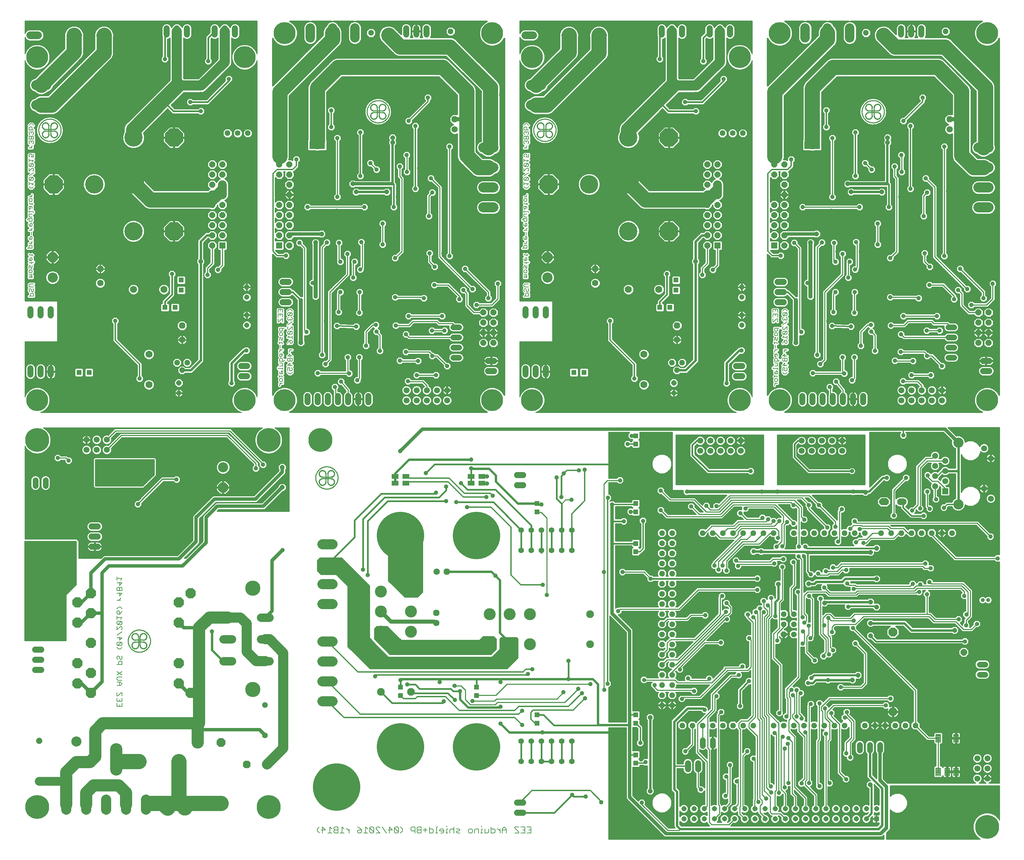
<source format=gbl>
G75*
G70*
%OFA0B0*%
%FSLAX24Y24*%
%IPPOS*%
%LPD*%
%AMOC8*
5,1,8,0,0,1.08239X$1,22.5*
%
%ADD10C,0.0050*%
%ADD11C,0.0070*%
%ADD12C,0.0060*%
%ADD13C,0.1000*%
%ADD14R,0.0515X0.0515*%
%ADD15OC8,0.0630*%
%ADD16C,0.0630*%
%ADD17C,0.0768*%
%ADD18OC8,0.0520*%
%ADD19C,0.0100*%
%ADD20C,0.0010*%
%ADD21OC8,0.0700*%
%ADD22OC8,0.0650*%
%ADD23C,0.0594*%
%ADD24C,0.1810*%
%ADD25OC8,0.1810*%
%ADD26C,0.1000*%
%ADD27OC8,0.1000*%
%ADD28C,0.0700*%
%ADD29C,0.0515*%
%ADD30OC8,0.0515*%
%ADD31C,0.0600*%
%ADD32R,0.0594X0.0594*%
%ADD33OC8,0.0594*%
%ADD34OC8,0.0560*%
%ADD35C,0.0560*%
%ADD36C,0.0594*%
%ADD37C,0.0560*%
%ADD38C,0.0945*%
%ADD39OC8,0.0436*%
%ADD40C,0.4685*%
%ADD41R,0.0472X0.0472*%
%ADD42C,0.0397*%
%ADD43C,0.0083*%
%ADD44C,0.0860*%
%ADD45OC8,0.0860*%
%ADD46OC8,0.0554*%
%ADD47OC8,0.0600*%
%ADD48C,0.0554*%
%ADD49R,0.0669X0.0453*%
%ADD50C,0.1181*%
%ADD51C,0.0768*%
%ADD52C,0.1004*%
%ADD53OC8,0.1181*%
%ADD54OC8,0.0885*%
%ADD55C,0.0825*%
%ADD56OC8,0.0760*%
%ADD57C,0.1502*%
%ADD58C,0.0120*%
%ADD59R,0.0396X0.0396*%
%ADD60R,0.0436X0.0436*%
%ADD61OC8,0.0396*%
%ADD62C,0.2165*%
%ADD63C,0.1500*%
%ADD64C,0.0160*%
%ADD65C,0.0240*%
%ADD66OC8,0.0436*%
%ADD67C,0.0860*%
%ADD68C,0.0500*%
%ADD69C,0.0320*%
%ADD70C,0.0140*%
%ADD71C,0.0400*%
%ADD72C,0.0340*%
%ADD73C,0.1200*%
%ADD74C,0.0200*%
%ADD75C,0.2362*%
%ADD76C,0.1500*%
D10*
X029292Y048411D02*
X029292Y048487D01*
X029442Y048637D01*
X029592Y048637D02*
X029292Y048637D01*
X029367Y048797D02*
X029292Y048872D01*
X029292Y049022D01*
X029367Y049097D01*
X029517Y049097D01*
X029592Y049022D01*
X029592Y048872D01*
X029517Y048797D01*
X029367Y048797D01*
X029292Y049254D02*
X029292Y049404D01*
X029216Y049329D02*
X029517Y049329D01*
X029592Y049254D01*
X029592Y049564D02*
X029592Y049789D01*
X029517Y049864D01*
X029442Y049789D01*
X029442Y049564D01*
X029367Y049564D02*
X029592Y049564D01*
X029367Y049564D02*
X029292Y049639D01*
X029292Y049789D01*
X029141Y050096D02*
X029592Y050096D01*
X029592Y050171D02*
X029592Y050021D01*
X029592Y050331D02*
X029292Y050331D01*
X029141Y050171D02*
X029141Y050096D01*
X029592Y050331D02*
X029592Y050557D01*
X029517Y050632D01*
X029292Y050632D01*
X029292Y050792D02*
X029292Y051017D01*
X029367Y051092D01*
X029517Y051092D01*
X029592Y051017D01*
X029592Y050792D01*
X029667Y050792D02*
X029292Y050792D01*
X029667Y050792D02*
X029742Y050867D01*
X029742Y050942D01*
X030091Y050867D02*
X030166Y050792D01*
X030242Y050792D01*
X030317Y050867D01*
X030317Y051092D01*
X030317Y051252D02*
X030317Y051552D01*
X030091Y051327D01*
X030542Y051327D01*
X030542Y051092D02*
X030542Y050867D01*
X030467Y050792D01*
X030392Y050792D01*
X030317Y050867D01*
X030091Y050867D02*
X030091Y051092D01*
X030542Y051092D01*
X030317Y050632D02*
X030091Y050406D01*
X030542Y050406D01*
X030317Y050331D02*
X030317Y050632D01*
X030317Y050171D02*
X030242Y050021D01*
X030242Y049946D01*
X030317Y049871D01*
X030467Y049871D01*
X030542Y049946D01*
X030542Y050096D01*
X030467Y050171D01*
X030317Y050171D02*
X030091Y050171D01*
X030091Y049871D01*
X030091Y049711D02*
X030242Y049561D01*
X030392Y049561D01*
X030542Y049711D01*
X029592Y051327D02*
X029592Y051477D01*
X029517Y051552D01*
X029367Y051552D01*
X029292Y051477D01*
X029292Y051327D01*
X029367Y051252D01*
X029442Y051252D01*
X029442Y051552D01*
X029292Y051711D02*
X029292Y051786D01*
X029442Y051936D01*
X029592Y051936D02*
X029292Y051936D01*
X029367Y052096D02*
X029367Y052397D01*
X029292Y052553D02*
X029292Y052703D01*
X029216Y052628D02*
X029517Y052628D01*
X029592Y052553D01*
X029517Y052864D02*
X029442Y052939D01*
X029442Y053089D01*
X029367Y053164D01*
X029292Y053089D01*
X029292Y052864D01*
X029517Y052864D02*
X029592Y052939D01*
X029592Y053164D01*
X029517Y053324D02*
X029367Y053324D01*
X029292Y053399D01*
X029292Y053549D01*
X029367Y053624D01*
X029517Y053624D01*
X029592Y053549D01*
X029592Y053399D01*
X029517Y053324D01*
X029517Y053784D02*
X029592Y053859D01*
X029592Y054085D01*
X029742Y054085D02*
X029292Y054085D01*
X029292Y053859D01*
X029367Y053784D01*
X029517Y053784D01*
X030091Y053703D02*
X030091Y053552D01*
X030166Y053477D01*
X030467Y053778D01*
X030542Y053703D01*
X030542Y053552D01*
X030467Y053477D01*
X030166Y053477D01*
X030242Y053317D02*
X030091Y053167D01*
X030542Y053167D01*
X030542Y053317D02*
X030542Y053017D01*
X030467Y052857D02*
X030542Y052782D01*
X030542Y052632D01*
X030467Y052557D01*
X030392Y052557D01*
X030317Y052632D01*
X030317Y052857D01*
X030467Y052857D01*
X030317Y052857D02*
X030166Y052707D01*
X030091Y052557D01*
X030242Y051936D02*
X030542Y051936D01*
X030392Y051936D02*
X030242Y051786D01*
X030242Y051711D01*
X030091Y053703D02*
X030166Y053778D01*
X030467Y053778D01*
X030542Y053938D02*
X030542Y054238D01*
X030242Y053938D01*
X030166Y053938D01*
X030091Y054013D01*
X030091Y054163D01*
X030166Y054238D01*
X030091Y054398D02*
X030542Y054698D01*
X030467Y054859D02*
X030542Y054934D01*
X030542Y055084D01*
X030467Y055159D01*
X030467Y055319D02*
X030542Y055394D01*
X030542Y055544D01*
X030467Y055619D01*
X030166Y055319D01*
X030467Y055319D01*
X030467Y055619D02*
X030166Y055619D01*
X030091Y055544D01*
X030091Y055394D01*
X030166Y055319D01*
X030166Y055159D02*
X030091Y055084D01*
X030091Y054934D01*
X030166Y054859D01*
X030242Y054859D01*
X030317Y054934D01*
X030392Y054859D01*
X030467Y054859D01*
X030317Y054934D02*
X030317Y055009D01*
X029592Y055005D02*
X029592Y054705D01*
X029592Y055005D02*
X029517Y055005D01*
X029216Y054705D01*
X029141Y054705D01*
X029141Y055005D01*
X029141Y055166D02*
X029141Y055466D01*
X029592Y055466D01*
X029592Y055166D01*
X029367Y055316D02*
X029367Y055466D01*
X029592Y055626D02*
X029592Y055926D01*
X029141Y055926D01*
X029141Y055626D01*
X029367Y055776D02*
X029367Y055926D01*
X030091Y055776D02*
X030242Y055926D01*
X030392Y055926D01*
X030542Y055776D01*
X053401Y057226D02*
X053852Y057226D01*
X053852Y057451D01*
X053777Y057526D01*
X053626Y057526D01*
X053551Y057451D01*
X053551Y057226D01*
X053476Y057687D02*
X053401Y057762D01*
X053401Y057912D01*
X053476Y057987D01*
X053551Y057987D01*
X053626Y057912D01*
X053626Y057762D01*
X053702Y057687D01*
X053777Y057687D01*
X053852Y057762D01*
X053852Y057912D01*
X053777Y057987D01*
X053852Y058147D02*
X053476Y058147D01*
X053401Y058222D01*
X053401Y058372D01*
X053476Y058447D01*
X053852Y058447D01*
X053702Y059068D02*
X053702Y059143D01*
X053626Y059218D01*
X053702Y059293D01*
X053626Y059368D01*
X053401Y059368D01*
X053401Y059218D02*
X053626Y059218D01*
X053702Y059068D02*
X053401Y059068D01*
X053476Y059528D02*
X053401Y059603D01*
X053401Y059753D01*
X053476Y059828D01*
X053626Y059828D01*
X053702Y059753D01*
X053702Y059603D01*
X053626Y059528D01*
X053476Y059528D01*
X053401Y059989D02*
X053401Y060214D01*
X053476Y060289D01*
X053551Y060214D01*
X053551Y060064D01*
X053626Y059989D01*
X053702Y060064D01*
X053702Y060289D01*
X053626Y060449D02*
X053626Y060599D01*
X053626Y060756D02*
X053702Y060831D01*
X053702Y060981D01*
X053626Y061056D01*
X053551Y061056D01*
X053551Y060756D01*
X053476Y060756D02*
X053626Y060756D01*
X053476Y060756D02*
X053401Y060831D01*
X053401Y060981D01*
X053476Y061291D02*
X053401Y061366D01*
X053476Y061291D02*
X053777Y061291D01*
X053702Y061216D02*
X053702Y061366D01*
X053702Y061984D02*
X053702Y062209D01*
X053626Y062284D01*
X053476Y062284D01*
X053401Y062209D01*
X053401Y061984D01*
X053251Y061984D02*
X053702Y061984D01*
X053702Y062444D02*
X053401Y062444D01*
X053551Y062444D02*
X053702Y062594D01*
X053702Y062669D01*
X053626Y062828D02*
X053702Y062903D01*
X053702Y063053D01*
X053626Y063128D01*
X053551Y063128D01*
X053551Y062828D01*
X053476Y062828D02*
X053626Y062828D01*
X053476Y062828D02*
X053401Y062903D01*
X053401Y063053D01*
X053626Y063288D02*
X053626Y063588D01*
X053551Y063748D02*
X053702Y063899D01*
X053702Y063974D01*
X053626Y064132D02*
X053702Y064207D01*
X053702Y064357D01*
X053626Y064432D01*
X053551Y064432D01*
X053551Y064132D01*
X053476Y064132D02*
X053626Y064132D01*
X053476Y064132D02*
X053401Y064207D01*
X053401Y064357D01*
X053476Y064592D02*
X053401Y064668D01*
X053401Y064893D01*
X053326Y064893D02*
X053702Y064893D01*
X053702Y064668D01*
X053626Y064592D01*
X053476Y064592D01*
X053251Y064743D02*
X053251Y064818D01*
X053326Y064893D01*
X053476Y065053D02*
X053401Y065128D01*
X053401Y065353D01*
X053702Y065353D01*
X053852Y065513D02*
X053852Y065588D01*
X053401Y065588D01*
X053401Y065513D02*
X053401Y065663D01*
X053476Y065820D02*
X053551Y065895D01*
X053551Y066120D01*
X053626Y066120D02*
X053401Y066120D01*
X053401Y065895D01*
X053476Y065820D01*
X053702Y065895D02*
X053702Y066045D01*
X053626Y066120D01*
X053702Y066281D02*
X053702Y066431D01*
X053777Y066356D02*
X053476Y066356D01*
X053401Y066431D01*
X053476Y066587D02*
X053401Y066663D01*
X053401Y066813D01*
X053476Y066888D01*
X053626Y066888D01*
X053702Y066813D01*
X053702Y066663D01*
X053626Y066587D01*
X053476Y066587D01*
X053401Y067048D02*
X053702Y067048D01*
X053702Y067198D02*
X053551Y067048D01*
X053702Y067198D02*
X053702Y067273D01*
X053702Y067892D02*
X053852Y068042D01*
X053702Y067892D02*
X053551Y067892D01*
X053401Y068042D01*
X053401Y068199D02*
X053401Y068499D01*
X053401Y068349D02*
X053852Y068349D01*
X053702Y068199D01*
X053777Y068659D02*
X053852Y068734D01*
X053852Y068884D01*
X053777Y068960D01*
X053476Y068659D01*
X053401Y068734D01*
X053401Y068884D01*
X053476Y068960D01*
X053777Y068960D01*
X053777Y068659D02*
X053476Y068659D01*
X053401Y069120D02*
X053852Y069420D01*
X053777Y069580D02*
X053852Y069655D01*
X053852Y069805D01*
X053777Y069880D01*
X053702Y069880D01*
X053401Y069580D01*
X053401Y069880D01*
X053476Y070040D02*
X053777Y070341D01*
X053476Y070341D01*
X053401Y070266D01*
X053401Y070115D01*
X053476Y070040D01*
X053777Y070040D01*
X053852Y070115D01*
X053852Y070266D01*
X053777Y070341D01*
X053702Y070501D02*
X053852Y070651D01*
X053401Y070651D01*
X053401Y070501D02*
X053401Y070801D01*
X053476Y070961D02*
X053401Y071036D01*
X053401Y071186D01*
X053476Y071261D01*
X053626Y071261D01*
X053702Y071186D01*
X053702Y071111D01*
X053626Y070961D01*
X053852Y070961D01*
X053852Y071261D01*
X053702Y071882D02*
X053401Y071882D01*
X053551Y071882D02*
X053702Y072032D01*
X053702Y072107D01*
X053777Y072266D02*
X053852Y072341D01*
X053852Y072491D01*
X053777Y072566D01*
X053702Y072566D01*
X053626Y072491D01*
X053551Y072566D01*
X053476Y072566D01*
X053401Y072491D01*
X053401Y072341D01*
X053476Y072266D01*
X053626Y072416D02*
X053626Y072491D01*
X053626Y072726D02*
X053626Y072951D01*
X053551Y073026D01*
X053476Y073026D01*
X053401Y072951D01*
X053401Y072726D01*
X053852Y072726D01*
X053852Y072951D01*
X053777Y073026D01*
X053702Y073026D01*
X053626Y072951D01*
X053476Y073186D02*
X053401Y073262D01*
X053401Y073412D01*
X053476Y073487D01*
X053551Y073487D01*
X053626Y073412D01*
X053626Y073337D01*
X053626Y073412D02*
X053702Y073487D01*
X053777Y073487D01*
X053852Y073412D01*
X053852Y073262D01*
X053777Y073186D01*
X053852Y073647D02*
X053401Y073647D01*
X053401Y073872D01*
X053476Y073947D01*
X053626Y073947D01*
X053702Y073872D01*
X053702Y073647D01*
X053852Y074107D02*
X053702Y074257D01*
X053551Y074257D01*
X053401Y074107D01*
X053476Y065053D02*
X053702Y065053D01*
X053702Y063748D02*
X053401Y063748D01*
X053852Y060599D02*
X053777Y060524D01*
X053401Y060524D01*
X077960Y055926D02*
X078411Y055926D01*
X078411Y055626D01*
X078411Y055466D02*
X078411Y055166D01*
X078411Y055005D02*
X078411Y054705D01*
X078411Y055005D02*
X078336Y055005D01*
X078035Y054705D01*
X077960Y054705D01*
X077960Y055005D01*
X077960Y055166D02*
X077960Y055466D01*
X078411Y055466D01*
X078186Y055466D02*
X078186Y055316D01*
X077960Y055626D02*
X077960Y055926D01*
X078186Y055926D02*
X078186Y055776D01*
X078910Y055776D02*
X079060Y055926D01*
X079211Y055926D01*
X079361Y055776D01*
X079286Y055619D02*
X078985Y055319D01*
X079286Y055319D01*
X079361Y055394D01*
X079361Y055544D01*
X079286Y055619D01*
X078985Y055619D01*
X078910Y055544D01*
X078910Y055394D01*
X078985Y055319D01*
X078985Y055159D02*
X078910Y055084D01*
X078910Y054934D01*
X078985Y054859D01*
X079060Y054859D01*
X079136Y054934D01*
X079211Y054859D01*
X079286Y054859D01*
X079361Y054934D01*
X079361Y055084D01*
X079286Y055159D01*
X079136Y055009D02*
X079136Y054934D01*
X079361Y054698D02*
X078910Y054398D01*
X078985Y054238D02*
X078910Y054163D01*
X078910Y054013D01*
X078985Y053938D01*
X079060Y053938D01*
X079361Y054238D01*
X079361Y053938D01*
X079286Y053778D02*
X078985Y053477D01*
X079286Y053477D01*
X079361Y053552D01*
X079361Y053703D01*
X079286Y053778D01*
X078985Y053778D01*
X078910Y053703D01*
X078910Y053552D01*
X078985Y053477D01*
X079060Y053317D02*
X078910Y053167D01*
X079361Y053167D01*
X079361Y053317D02*
X079361Y053017D01*
X079286Y052857D02*
X079361Y052782D01*
X079361Y052632D01*
X079286Y052557D01*
X079211Y052557D01*
X079136Y052632D01*
X079136Y052857D01*
X079286Y052857D01*
X079136Y052857D02*
X078985Y052707D01*
X078910Y052557D01*
X078411Y052553D02*
X078336Y052628D01*
X078035Y052628D01*
X078110Y052703D02*
X078110Y052553D01*
X078186Y052397D02*
X078186Y052096D01*
X078261Y051936D02*
X078110Y051786D01*
X078110Y051711D01*
X078186Y051552D02*
X078110Y051477D01*
X078110Y051327D01*
X078186Y051252D01*
X078261Y051252D01*
X078261Y051552D01*
X078336Y051552D02*
X078186Y051552D01*
X078336Y051552D02*
X078411Y051477D01*
X078411Y051327D01*
X078336Y051092D02*
X078411Y051017D01*
X078411Y050792D01*
X078486Y050792D02*
X078110Y050792D01*
X078110Y051017D01*
X078186Y051092D01*
X078336Y051092D01*
X078561Y050942D02*
X078561Y050867D01*
X078486Y050792D01*
X078336Y050632D02*
X078411Y050557D01*
X078411Y050331D01*
X078110Y050331D01*
X077960Y050171D02*
X077960Y050096D01*
X078411Y050096D01*
X078411Y050171D02*
X078411Y050021D01*
X078336Y049864D02*
X078261Y049789D01*
X078261Y049564D01*
X078186Y049564D02*
X078411Y049564D01*
X078411Y049789D01*
X078336Y049864D01*
X078110Y049789D02*
X078110Y049639D01*
X078186Y049564D01*
X078110Y049404D02*
X078110Y049254D01*
X078035Y049329D02*
X078336Y049329D01*
X078411Y049254D01*
X078336Y049097D02*
X078411Y049022D01*
X078411Y048872D01*
X078336Y048797D01*
X078186Y048797D01*
X078110Y048872D01*
X078110Y049022D01*
X078186Y049097D01*
X078336Y049097D01*
X078411Y048637D02*
X078110Y048637D01*
X078110Y048487D02*
X078110Y048411D01*
X078110Y048487D02*
X078261Y048637D01*
X079060Y049561D02*
X078910Y049711D01*
X078910Y049871D02*
X078910Y050171D01*
X079136Y050171D01*
X079060Y050021D01*
X079060Y049946D01*
X079136Y049871D01*
X079286Y049871D01*
X079361Y049946D01*
X079361Y050096D01*
X079286Y050171D01*
X079136Y050331D02*
X079136Y050632D01*
X078910Y050406D01*
X079361Y050406D01*
X079286Y050792D02*
X079361Y050867D01*
X079361Y051092D01*
X078910Y051092D01*
X078910Y050867D01*
X078985Y050792D01*
X079060Y050792D01*
X079136Y050867D01*
X079136Y051092D01*
X079136Y051252D02*
X079136Y051552D01*
X078910Y051327D01*
X079361Y051327D01*
X079060Y051711D02*
X079060Y051786D01*
X079211Y051936D01*
X079361Y051936D02*
X079060Y051936D01*
X078411Y051936D02*
X078110Y051936D01*
X078110Y052864D02*
X078110Y053089D01*
X078186Y053164D01*
X078261Y053089D01*
X078261Y052939D01*
X078336Y052864D01*
X078411Y052939D01*
X078411Y053164D01*
X078336Y053324D02*
X078186Y053324D01*
X078110Y053399D01*
X078110Y053549D01*
X078186Y053624D01*
X078336Y053624D01*
X078411Y053549D01*
X078411Y053399D01*
X078336Y053324D01*
X078336Y053784D02*
X078411Y053859D01*
X078411Y054085D01*
X078561Y054085D02*
X078110Y054085D01*
X078110Y053859D01*
X078186Y053784D01*
X078336Y053784D01*
X079136Y050867D02*
X079211Y050792D01*
X079286Y050792D01*
X078336Y050632D02*
X078110Y050632D01*
X079060Y049561D02*
X079211Y049561D01*
X079361Y049711D01*
X005033Y057226D02*
X005033Y057451D01*
X004958Y057526D01*
X004808Y057526D01*
X004732Y057451D01*
X004732Y057226D01*
X004582Y057226D02*
X005033Y057226D01*
X004958Y057687D02*
X004883Y057687D01*
X004808Y057762D01*
X004808Y057912D01*
X004732Y057987D01*
X004657Y057987D01*
X004582Y057912D01*
X004582Y057762D01*
X004657Y057687D01*
X004958Y057687D02*
X005033Y057762D01*
X005033Y057912D01*
X004958Y057987D01*
X005033Y058147D02*
X004657Y058147D01*
X004582Y058222D01*
X004582Y058372D01*
X004657Y058447D01*
X005033Y058447D01*
X004883Y059068D02*
X004883Y059143D01*
X004808Y059218D01*
X004883Y059293D01*
X004808Y059368D01*
X004582Y059368D01*
X004582Y059218D02*
X004808Y059218D01*
X004883Y059068D02*
X004582Y059068D01*
X004657Y059528D02*
X004582Y059603D01*
X004582Y059753D01*
X004657Y059828D01*
X004808Y059828D01*
X004883Y059753D01*
X004883Y059603D01*
X004808Y059528D01*
X004657Y059528D01*
X004582Y059989D02*
X004582Y060214D01*
X004657Y060289D01*
X004732Y060214D01*
X004732Y060064D01*
X004808Y059989D01*
X004883Y060064D01*
X004883Y060289D01*
X004808Y060449D02*
X004808Y060599D01*
X004808Y060756D02*
X004883Y060831D01*
X004883Y060981D01*
X004808Y061056D01*
X004732Y061056D01*
X004732Y060756D01*
X004657Y060756D02*
X004808Y060756D01*
X004657Y060756D02*
X004582Y060831D01*
X004582Y060981D01*
X004657Y061291D02*
X004582Y061366D01*
X004657Y061291D02*
X004958Y061291D01*
X004883Y061216D02*
X004883Y061366D01*
X004883Y061984D02*
X004883Y062209D01*
X004808Y062284D01*
X004657Y062284D01*
X004582Y062209D01*
X004582Y061984D01*
X004432Y061984D02*
X004883Y061984D01*
X004883Y062444D02*
X004582Y062444D01*
X004732Y062444D02*
X004883Y062594D01*
X004883Y062669D01*
X004808Y062828D02*
X004883Y062903D01*
X004883Y063053D01*
X004808Y063128D01*
X004732Y063128D01*
X004732Y062828D01*
X004657Y062828D02*
X004808Y062828D01*
X004657Y062828D02*
X004582Y062903D01*
X004582Y063053D01*
X004808Y063288D02*
X004808Y063588D01*
X004883Y063748D02*
X004582Y063748D01*
X004732Y063748D02*
X004883Y063899D01*
X004883Y063974D01*
X004808Y064132D02*
X004883Y064207D01*
X004883Y064357D01*
X004808Y064432D01*
X004732Y064432D01*
X004732Y064132D01*
X004657Y064132D02*
X004808Y064132D01*
X004657Y064132D02*
X004582Y064207D01*
X004582Y064357D01*
X004657Y064592D02*
X004582Y064668D01*
X004582Y064893D01*
X004507Y064893D02*
X004883Y064893D01*
X004883Y064668D01*
X004808Y064592D01*
X004657Y064592D01*
X004432Y064743D02*
X004432Y064818D01*
X004507Y064893D01*
X004657Y065053D02*
X004582Y065128D01*
X004582Y065353D01*
X004883Y065353D01*
X005033Y065513D02*
X005033Y065588D01*
X004582Y065588D01*
X004582Y065513D02*
X004582Y065663D01*
X004657Y065820D02*
X004732Y065895D01*
X004732Y066120D01*
X004808Y066120D02*
X004582Y066120D01*
X004582Y065895D01*
X004657Y065820D01*
X004883Y065895D02*
X004883Y066045D01*
X004808Y066120D01*
X004883Y066281D02*
X004883Y066431D01*
X004958Y066356D02*
X004657Y066356D01*
X004582Y066431D01*
X004657Y066587D02*
X004582Y066663D01*
X004582Y066813D01*
X004657Y066888D01*
X004808Y066888D01*
X004883Y066813D01*
X004883Y066663D01*
X004808Y066587D01*
X004657Y066587D01*
X004582Y067048D02*
X004883Y067048D01*
X004883Y067198D02*
X004732Y067048D01*
X004883Y067198D02*
X004883Y067273D01*
X004883Y067892D02*
X005033Y068042D01*
X004883Y067892D02*
X004732Y067892D01*
X004582Y068042D01*
X004582Y068199D02*
X004582Y068499D01*
X004582Y068349D02*
X005033Y068349D01*
X004883Y068199D01*
X004958Y068659D02*
X005033Y068734D01*
X005033Y068884D01*
X004958Y068960D01*
X004657Y068659D01*
X004582Y068734D01*
X004582Y068884D01*
X004657Y068960D01*
X004958Y068960D01*
X004958Y068659D02*
X004657Y068659D01*
X004582Y069120D02*
X005033Y069420D01*
X004958Y069580D02*
X005033Y069655D01*
X005033Y069805D01*
X004958Y069880D01*
X004883Y069880D01*
X004582Y069580D01*
X004582Y069880D01*
X004657Y070040D02*
X004958Y070341D01*
X004657Y070341D01*
X004582Y070266D01*
X004582Y070115D01*
X004657Y070040D01*
X004958Y070040D01*
X005033Y070115D01*
X005033Y070266D01*
X004958Y070341D01*
X004883Y070501D02*
X005033Y070651D01*
X004582Y070651D01*
X004582Y070501D02*
X004582Y070801D01*
X004657Y070961D02*
X004582Y071036D01*
X004582Y071186D01*
X004657Y071261D01*
X004808Y071261D01*
X004883Y071186D01*
X004883Y071111D01*
X004808Y070961D01*
X005033Y070961D01*
X005033Y071261D01*
X004883Y071882D02*
X004582Y071882D01*
X004732Y071882D02*
X004883Y072032D01*
X004883Y072107D01*
X004958Y072266D02*
X005033Y072341D01*
X005033Y072491D01*
X004958Y072566D01*
X004883Y072566D01*
X004808Y072491D01*
X004732Y072566D01*
X004657Y072566D01*
X004582Y072491D01*
X004582Y072341D01*
X004657Y072266D01*
X004808Y072416D02*
X004808Y072491D01*
X004808Y072726D02*
X004808Y072951D01*
X004732Y073026D01*
X004657Y073026D01*
X004582Y072951D01*
X004582Y072726D01*
X005033Y072726D01*
X005033Y072951D01*
X004958Y073026D01*
X004883Y073026D01*
X004808Y072951D01*
X004958Y073186D02*
X005033Y073262D01*
X005033Y073412D01*
X004958Y073487D01*
X004883Y073487D01*
X004808Y073412D01*
X004732Y073487D01*
X004657Y073487D01*
X004582Y073412D01*
X004582Y073262D01*
X004657Y073186D01*
X004808Y073337D02*
X004808Y073412D01*
X004883Y073647D02*
X004883Y073872D01*
X004808Y073947D01*
X004657Y073947D01*
X004582Y073872D01*
X004582Y073647D01*
X005033Y073647D01*
X005033Y074107D02*
X004883Y074257D01*
X004732Y074257D01*
X004582Y074107D01*
X004657Y065053D02*
X004883Y065053D01*
X005033Y060599D02*
X004958Y060524D01*
X004582Y060524D01*
D11*
X033224Y004826D02*
X033027Y004629D01*
X033027Y004432D01*
X033224Y004235D01*
X033536Y004235D02*
X033536Y004826D01*
X033832Y004530D01*
X033438Y004530D01*
X034046Y004235D02*
X034439Y004235D01*
X034242Y004235D02*
X034242Y004826D01*
X034439Y004629D01*
X034653Y004629D02*
X034752Y004530D01*
X035047Y004530D01*
X035047Y004235D02*
X035047Y004826D01*
X034752Y004826D01*
X034653Y004727D01*
X034653Y004629D01*
X034752Y004530D02*
X034653Y004432D01*
X034653Y004334D01*
X034752Y004235D01*
X035047Y004235D01*
X035261Y004235D02*
X035655Y004235D01*
X035458Y004235D02*
X035458Y004826D01*
X035655Y004629D01*
X035866Y004629D02*
X035964Y004629D01*
X036161Y004432D01*
X036161Y004235D02*
X036161Y004629D01*
X036983Y004826D02*
X037180Y004727D01*
X037377Y004530D01*
X037081Y004530D01*
X036983Y004432D01*
X036983Y004334D01*
X037081Y004235D01*
X037278Y004235D01*
X037377Y004334D01*
X037377Y004530D01*
X037591Y004235D02*
X037984Y004235D01*
X037788Y004235D02*
X037788Y004826D01*
X037984Y004629D01*
X038198Y004727D02*
X038592Y004334D01*
X038494Y004235D01*
X038297Y004235D01*
X038198Y004334D01*
X038198Y004727D01*
X038297Y004826D01*
X038494Y004826D01*
X038592Y004727D01*
X038592Y004334D01*
X038806Y004235D02*
X039200Y004235D01*
X038806Y004629D01*
X038806Y004727D01*
X038905Y004826D01*
X039101Y004826D01*
X039200Y004727D01*
X039414Y004826D02*
X039807Y004235D01*
X040120Y004235D02*
X040120Y004826D01*
X040415Y004530D01*
X040022Y004530D01*
X040629Y004334D02*
X040728Y004235D01*
X040925Y004235D01*
X041023Y004334D01*
X040629Y004727D01*
X040629Y004334D01*
X040629Y004727D02*
X040728Y004826D01*
X040925Y004826D01*
X041023Y004727D01*
X041023Y004334D01*
X041231Y004235D02*
X041428Y004432D01*
X041428Y004629D01*
X041231Y004826D01*
X042250Y004727D02*
X042250Y004530D01*
X042348Y004432D01*
X042644Y004432D01*
X042644Y004235D02*
X042644Y004826D01*
X042348Y004826D01*
X042250Y004727D01*
X042858Y004727D02*
X042858Y004629D01*
X042956Y004530D01*
X043251Y004530D01*
X043465Y004530D02*
X043859Y004530D01*
X044073Y004629D02*
X044368Y004629D01*
X044467Y004530D01*
X044467Y004334D01*
X044368Y004235D01*
X044073Y004235D01*
X044073Y004826D01*
X043662Y004727D02*
X043662Y004334D01*
X043251Y004235D02*
X043251Y004826D01*
X042956Y004826D01*
X042858Y004727D01*
X042956Y004530D02*
X042858Y004432D01*
X042858Y004334D01*
X042956Y004235D01*
X043251Y004235D01*
X044675Y004235D02*
X044872Y004235D01*
X044773Y004235D02*
X044773Y004826D01*
X044872Y004826D01*
X045086Y004530D02*
X045086Y004432D01*
X045480Y004432D01*
X045480Y004334D02*
X045480Y004530D01*
X045381Y004629D01*
X045184Y004629D01*
X045086Y004530D01*
X045184Y004235D02*
X045381Y004235D01*
X045480Y004334D01*
X045688Y004235D02*
X045885Y004235D01*
X045786Y004235D02*
X045786Y004629D01*
X045885Y004629D01*
X045786Y004826D02*
X045786Y004924D01*
X046099Y004530D02*
X046099Y004235D01*
X046099Y004530D02*
X046197Y004629D01*
X046394Y004629D01*
X046492Y004530D01*
X046706Y004629D02*
X047002Y004629D01*
X047100Y004530D01*
X047002Y004432D01*
X046805Y004432D01*
X046706Y004334D01*
X046805Y004235D01*
X047100Y004235D01*
X046492Y004235D02*
X046492Y004826D01*
X047922Y004530D02*
X048020Y004629D01*
X048217Y004629D01*
X048316Y004530D01*
X048316Y004334D01*
X048217Y004235D01*
X048020Y004235D01*
X047922Y004334D01*
X047922Y004530D01*
X048530Y004530D02*
X048530Y004235D01*
X048530Y004530D02*
X048628Y004629D01*
X048923Y004629D01*
X048923Y004235D01*
X049132Y004235D02*
X049328Y004235D01*
X049230Y004235D02*
X049230Y004629D01*
X049328Y004629D01*
X049542Y004629D02*
X049542Y004235D01*
X049838Y004235D01*
X049936Y004334D01*
X049936Y004629D01*
X050150Y004629D02*
X050445Y004629D01*
X050544Y004530D01*
X050544Y004334D01*
X050445Y004235D01*
X050150Y004235D01*
X050150Y004826D01*
X050755Y004629D02*
X050853Y004629D01*
X051050Y004432D01*
X051050Y004235D02*
X051050Y004629D01*
X051264Y004629D02*
X051264Y004235D01*
X051264Y004530D02*
X051658Y004530D01*
X051658Y004629D02*
X051461Y004826D01*
X051264Y004629D01*
X051658Y004629D02*
X051658Y004235D01*
X052480Y004235D02*
X052873Y004235D01*
X052873Y004334D01*
X052480Y004727D01*
X052480Y004826D01*
X052873Y004826D01*
X053087Y004826D02*
X053481Y004826D01*
X053481Y004235D01*
X053087Y004235D01*
X053284Y004530D02*
X053481Y004530D01*
X053695Y004235D02*
X054089Y004235D01*
X054089Y004826D01*
X053695Y004826D01*
X053892Y004530D02*
X054089Y004530D01*
X049230Y004826D02*
X049230Y004924D01*
D12*
X013771Y016738D02*
X013271Y016738D01*
X013271Y017072D01*
X013271Y017254D02*
X013271Y017587D01*
X013271Y017769D02*
X013271Y018103D01*
X013271Y017769D02*
X013354Y017769D01*
X013688Y018103D01*
X013771Y018103D01*
X013771Y017769D01*
X013771Y017587D02*
X013771Y017254D01*
X013271Y017254D01*
X013521Y017254D02*
X013521Y017420D01*
X013771Y017072D02*
X013771Y016738D01*
X013521Y016738D02*
X013521Y016905D01*
X013521Y018800D02*
X013521Y019134D01*
X013605Y019134D02*
X013271Y019134D01*
X013354Y019316D02*
X013271Y019399D01*
X013271Y019566D01*
X013354Y019650D01*
X013771Y019650D01*
X013771Y019832D02*
X013271Y020165D01*
X013271Y019832D02*
X013771Y020165D01*
X013771Y020863D02*
X013771Y021113D01*
X013688Y021197D01*
X013521Y021197D01*
X013438Y021113D01*
X013438Y020863D01*
X013271Y020863D02*
X013771Y020863D01*
X013688Y021379D02*
X013605Y021379D01*
X013521Y021462D01*
X013521Y021629D01*
X013438Y021712D01*
X013354Y021712D01*
X013271Y021629D01*
X013271Y021462D01*
X013354Y021379D01*
X013688Y021379D02*
X013771Y021462D01*
X013771Y021629D01*
X013688Y021712D01*
X013605Y022410D02*
X013771Y022577D01*
X013688Y022754D02*
X013771Y022837D01*
X013771Y023004D01*
X013688Y023087D01*
X013354Y022754D01*
X013271Y022837D01*
X013271Y023004D01*
X013354Y023087D01*
X013688Y023087D01*
X013521Y023269D02*
X013521Y023603D01*
X013271Y023520D02*
X013771Y023520D01*
X013521Y023269D01*
X013354Y022754D02*
X013688Y022754D01*
X013605Y022410D02*
X013438Y022410D01*
X013271Y022577D01*
X013271Y023785D02*
X013771Y024119D01*
X013688Y024301D02*
X013771Y024384D01*
X013771Y024551D01*
X013688Y024634D01*
X013605Y024634D01*
X013271Y024301D01*
X013271Y024634D01*
X013354Y024816D02*
X013688Y025150D01*
X013354Y025150D01*
X013271Y025066D01*
X013271Y024900D01*
X013354Y024816D01*
X013688Y024816D01*
X013771Y024900D01*
X013771Y025066D01*
X013688Y025150D01*
X013605Y025332D02*
X013771Y025499D01*
X013271Y025499D01*
X013271Y025665D02*
X013271Y025332D01*
X013354Y025848D02*
X013271Y025931D01*
X013271Y026098D01*
X013354Y026181D01*
X013438Y026181D01*
X013521Y026098D01*
X013521Y025848D01*
X013354Y025848D01*
X013521Y025848D02*
X013688Y026014D01*
X013771Y026181D01*
X013771Y026363D02*
X013605Y026530D01*
X013438Y026530D01*
X013271Y026363D01*
X013271Y027223D02*
X013605Y027223D01*
X013605Y027389D02*
X013605Y027473D01*
X013605Y027389D02*
X013438Y027223D01*
X013521Y027652D02*
X013521Y027986D01*
X013521Y028168D02*
X013521Y028418D01*
X013438Y028502D01*
X013354Y028502D01*
X013271Y028418D01*
X013271Y028168D01*
X013771Y028168D01*
X013771Y028418D01*
X013688Y028502D01*
X013605Y028502D01*
X013521Y028418D01*
X013521Y028684D02*
X013521Y029017D01*
X013605Y029199D02*
X013771Y029366D01*
X013271Y029366D01*
X013271Y029199D02*
X013271Y029533D01*
X013271Y028934D02*
X013771Y028934D01*
X013521Y028684D01*
X013271Y027902D02*
X013771Y027902D01*
X013521Y027652D01*
X013354Y019316D02*
X013771Y019316D01*
X013605Y019134D02*
X013771Y018967D01*
X013605Y018800D01*
X013271Y018800D01*
D13*
X008257Y007544D02*
X008257Y006544D01*
X010225Y006544D02*
X010225Y007544D01*
X012194Y007544D02*
X012194Y006544D01*
X014162Y006544D02*
X014162Y007544D01*
X016131Y007544D02*
X016131Y006544D01*
X028057Y011019D02*
X029657Y012619D01*
X029657Y022019D01*
X028307Y023369D01*
X027882Y023369D01*
X026057Y022144D02*
X026982Y021219D01*
X027882Y021219D01*
X026057Y022144D02*
X026057Y024894D01*
X025432Y025519D01*
X024182Y025519D01*
X033524Y026845D02*
X034524Y026845D01*
X034524Y028813D02*
X033524Y028813D01*
X033524Y030782D02*
X034524Y030782D01*
X034524Y032750D02*
X033524Y032750D01*
X033524Y023150D02*
X034524Y023150D01*
X034524Y021182D02*
X033524Y021182D01*
X033524Y019213D02*
X034524Y019213D01*
X034524Y017245D02*
X033524Y017245D01*
X049392Y065996D02*
X050392Y065996D01*
X050392Y067964D02*
X049392Y067964D01*
X049392Y069933D02*
X050392Y069933D01*
X050392Y071901D02*
X049392Y071901D01*
X054096Y076104D02*
X055096Y076104D01*
X055096Y078073D02*
X054096Y078073D01*
X067976Y078101D02*
X067976Y078826D01*
X067981Y078831D01*
X067981Y083378D01*
X072705Y083378D02*
X072705Y080355D01*
X070376Y078026D01*
X068051Y078026D01*
X067976Y078101D01*
X098211Y071901D02*
X099211Y071901D01*
X099211Y069933D02*
X098211Y069933D01*
X098211Y067964D02*
X099211Y067964D01*
X099211Y065996D02*
X098211Y065996D01*
X023886Y080355D02*
X021557Y078026D01*
X019232Y078026D01*
X019157Y078101D01*
X019157Y078826D01*
X019162Y078831D01*
X019162Y083378D01*
X023886Y083378D02*
X023886Y080355D01*
X006277Y078073D02*
X005277Y078073D01*
X005277Y076104D02*
X006277Y076104D01*
D14*
X019582Y058826D03*
X019582Y057826D03*
X018982Y056126D03*
X017982Y056126D03*
X010507Y049701D03*
X009507Y049701D03*
X058326Y049701D03*
X059326Y049701D03*
X066801Y056126D03*
X067801Y056126D03*
X068401Y057826D03*
X068401Y058826D03*
X088174Y005625D03*
D15*
X045774Y030025D03*
X044749Y025975D03*
X068501Y054326D03*
X060426Y059926D03*
X046567Y074701D03*
X019682Y054326D03*
X011607Y059926D03*
X095386Y074701D03*
D16*
X095386Y073701D03*
X068501Y052926D03*
X060426Y058526D03*
X046567Y073701D03*
X019682Y052926D03*
X011607Y058526D03*
X044774Y030025D03*
X044749Y024975D03*
D17*
X053522Y083000D02*
X054290Y083000D01*
X057459Y083000D02*
X058227Y083000D01*
X060412Y083000D02*
X061179Y083000D01*
X063364Y083000D02*
X064132Y083000D01*
X015313Y083000D02*
X014546Y083000D01*
X012360Y083000D02*
X011593Y083000D01*
X009408Y083000D02*
X008640Y083000D01*
X005471Y083000D02*
X004703Y083000D01*
D18*
X008307Y080226D03*
X010307Y080226D03*
X026157Y073326D03*
X020182Y050676D03*
X019682Y049926D03*
X019182Y050676D03*
X057126Y080226D03*
X059126Y080226D03*
X074976Y073326D03*
X069001Y050676D03*
X068501Y049926D03*
X068001Y050676D03*
D19*
X067711Y050358D02*
X064531Y050358D01*
X064531Y050260D02*
X067810Y050260D01*
X067823Y050246D02*
X067571Y050498D01*
X067571Y050854D01*
X067823Y051106D01*
X068179Y051106D01*
X068431Y050854D01*
X068431Y050498D01*
X068179Y050246D01*
X067823Y050246D01*
X068071Y050104D02*
X068323Y050356D01*
X068679Y050356D01*
X068819Y050216D01*
X069231Y050216D01*
X070036Y051021D01*
X070036Y060418D01*
X069938Y060516D01*
X069938Y060837D01*
X070036Y060935D01*
X070036Y062684D01*
X070080Y062790D01*
X070705Y063415D01*
X070787Y063497D01*
X070894Y063541D01*
X071106Y063541D01*
X071283Y063718D01*
X071670Y063718D01*
X071943Y063445D01*
X071943Y063058D01*
X071670Y062784D01*
X071283Y062784D01*
X071106Y062961D01*
X071071Y062961D01*
X070616Y062506D01*
X070616Y060935D01*
X070714Y060837D01*
X070714Y060516D01*
X070616Y060418D01*
X070616Y050843D01*
X070572Y050737D01*
X069516Y049680D01*
X069409Y049636D01*
X068819Y049636D01*
X068679Y049496D01*
X068323Y049496D01*
X068071Y049748D01*
X068071Y050104D01*
X068071Y050063D02*
X064531Y050063D01*
X064531Y050161D02*
X068128Y050161D01*
X068193Y050260D02*
X068227Y050260D01*
X068291Y050358D02*
X068711Y050358D01*
X068776Y050260D02*
X068810Y050260D01*
X068823Y050246D02*
X069179Y050246D01*
X069431Y050498D01*
X069431Y050854D01*
X069179Y051106D01*
X068823Y051106D01*
X068571Y050854D01*
X068571Y050498D01*
X068823Y050246D01*
X068613Y050457D02*
X068390Y050457D01*
X068431Y050555D02*
X068571Y050555D01*
X068571Y050654D02*
X068431Y050654D01*
X068431Y050752D02*
X068571Y050752D01*
X068571Y050851D02*
X068431Y050851D01*
X068336Y050949D02*
X068666Y050949D01*
X068765Y051048D02*
X068238Y051048D01*
X067765Y051048D02*
X065491Y051048D01*
X065521Y051060D02*
X065667Y051207D01*
X065746Y051398D01*
X065746Y051605D01*
X065667Y051796D01*
X065521Y051942D01*
X065330Y052021D01*
X065123Y052021D01*
X064932Y051942D01*
X064785Y051796D01*
X064706Y051605D01*
X064706Y051398D01*
X064785Y051207D01*
X064932Y051060D01*
X065123Y050981D01*
X065330Y050981D01*
X065521Y051060D01*
X065607Y051146D02*
X070036Y051146D01*
X070036Y051048D02*
X069238Y051048D01*
X069336Y050949D02*
X069964Y050949D01*
X069866Y050851D02*
X069431Y050851D01*
X069431Y050752D02*
X069767Y050752D01*
X069669Y050654D02*
X069431Y050654D01*
X069431Y050555D02*
X069570Y050555D01*
X069472Y050457D02*
X069390Y050457D01*
X069373Y050358D02*
X069291Y050358D01*
X069275Y050260D02*
X069193Y050260D01*
X069603Y049767D02*
X073086Y049767D01*
X073086Y049669D02*
X069488Y049669D01*
X069701Y049866D02*
X073086Y049866D01*
X073086Y049964D02*
X069800Y049964D01*
X069898Y050063D02*
X073086Y050063D01*
X073086Y050161D02*
X069997Y050161D01*
X070095Y050260D02*
X073086Y050260D01*
X073086Y050358D02*
X070194Y050358D01*
X070292Y050457D02*
X073086Y050457D01*
X073086Y050555D02*
X070391Y050555D01*
X070489Y050654D02*
X073086Y050654D01*
X073086Y050684D02*
X073086Y048882D01*
X073008Y048804D01*
X073008Y048499D01*
X073224Y048283D01*
X073529Y048283D01*
X073744Y048499D01*
X073744Y048804D01*
X073666Y048882D01*
X073666Y049809D01*
X073666Y050506D01*
X074684Y051523D01*
X074699Y051508D01*
X075004Y051508D01*
X075219Y051724D01*
X075219Y052029D01*
X075004Y052244D01*
X074699Y052244D01*
X074621Y052166D01*
X074569Y052166D01*
X074462Y052122D01*
X074380Y052040D01*
X073130Y050790D01*
X073086Y050684D01*
X073115Y050752D02*
X070578Y050752D01*
X070616Y050851D02*
X073191Y050851D01*
X073289Y050949D02*
X070616Y050949D01*
X070616Y051048D02*
X073388Y051048D01*
X073486Y051146D02*
X070616Y051146D01*
X070616Y051245D02*
X073585Y051245D01*
X073683Y051343D02*
X070616Y051343D01*
X070616Y051442D02*
X073782Y051442D01*
X073880Y051540D02*
X070616Y051540D01*
X070616Y051639D02*
X073979Y051639D01*
X074077Y051737D02*
X070616Y051737D01*
X070616Y051836D02*
X074176Y051836D01*
X074274Y051934D02*
X070616Y051934D01*
X070616Y052033D02*
X074373Y052033D01*
X074484Y052131D02*
X070616Y052131D01*
X070616Y052230D02*
X074684Y052230D01*
X075018Y052230D02*
X075879Y052230D01*
X075879Y052328D02*
X070616Y052328D01*
X070616Y052427D02*
X075879Y052427D01*
X075879Y052525D02*
X070616Y052525D01*
X070616Y052624D02*
X075879Y052624D01*
X075879Y052722D02*
X070616Y052722D01*
X070616Y052821D02*
X075879Y052821D01*
X075879Y052919D02*
X070616Y052919D01*
X070616Y053018D02*
X075879Y053018D01*
X075879Y053116D02*
X070616Y053116D01*
X070616Y053215D02*
X075879Y053215D01*
X075879Y053313D02*
X070616Y053313D01*
X070616Y053412D02*
X075879Y053412D01*
X075879Y053510D02*
X070616Y053510D01*
X070616Y053609D02*
X075879Y053609D01*
X075879Y053707D02*
X070616Y053707D01*
X070616Y053806D02*
X075879Y053806D01*
X075879Y053904D02*
X070616Y053904D01*
X070616Y054003D02*
X074661Y054003D01*
X074634Y054014D02*
X074791Y053949D01*
X074961Y053949D01*
X075118Y054014D01*
X075239Y054134D01*
X075304Y054291D01*
X075304Y054461D01*
X075239Y054618D01*
X075118Y054739D01*
X074961Y054804D01*
X074791Y054804D01*
X074634Y054739D01*
X074514Y054618D01*
X074449Y054461D01*
X074449Y054291D01*
X074514Y054134D01*
X074634Y054014D01*
X074547Y054101D02*
X070616Y054101D01*
X070616Y054200D02*
X074487Y054200D01*
X074449Y054298D02*
X070616Y054298D01*
X070616Y054397D02*
X074449Y054397D01*
X074463Y054495D02*
X070616Y054495D01*
X070616Y054594D02*
X074504Y054594D01*
X074588Y054692D02*
X070616Y054692D01*
X070616Y054791D02*
X074760Y054791D01*
X074707Y054969D02*
X074469Y055207D01*
X074469Y055347D01*
X074847Y055347D01*
X074847Y055405D01*
X074469Y055405D01*
X074469Y055545D01*
X074707Y055784D01*
X074848Y055784D01*
X074848Y055405D01*
X074905Y055405D01*
X074905Y055784D01*
X075045Y055784D01*
X075284Y055545D01*
X075284Y055405D01*
X074905Y055405D01*
X074905Y055347D01*
X074905Y054969D01*
X075045Y054969D01*
X075284Y055207D01*
X075284Y055347D01*
X074905Y055347D01*
X074848Y055347D01*
X074848Y054969D01*
X074707Y054969D01*
X074688Y054988D02*
X070616Y054988D01*
X070616Y055086D02*
X074590Y055086D01*
X074491Y055185D02*
X070616Y055185D01*
X070616Y055283D02*
X074469Y055283D01*
X074469Y055480D02*
X070616Y055480D01*
X070616Y055382D02*
X074847Y055382D01*
X074905Y055382D02*
X075879Y055382D01*
X075879Y055480D02*
X075284Y055480D01*
X075250Y055579D02*
X075879Y055579D01*
X075879Y055677D02*
X075151Y055677D01*
X075053Y055776D02*
X075879Y055776D01*
X075879Y055874D02*
X070616Y055874D01*
X070616Y055776D02*
X074700Y055776D01*
X074601Y055677D02*
X070616Y055677D01*
X070616Y055579D02*
X074503Y055579D01*
X074848Y055579D02*
X074905Y055579D01*
X074905Y055677D02*
X074848Y055677D01*
X074848Y055776D02*
X074905Y055776D01*
X074905Y055480D02*
X074848Y055480D01*
X074848Y055283D02*
X074905Y055283D01*
X074905Y055185D02*
X074848Y055185D01*
X074848Y055086D02*
X074905Y055086D01*
X074905Y054988D02*
X074848Y054988D01*
X075064Y054988D02*
X075879Y054988D01*
X075879Y055086D02*
X075163Y055086D01*
X075261Y055185D02*
X075879Y055185D01*
X075879Y055283D02*
X075284Y055283D01*
X074992Y054791D02*
X075879Y054791D01*
X075879Y054889D02*
X070616Y054889D01*
X070036Y054889D02*
X062269Y054889D01*
X062269Y054954D02*
X062054Y055169D01*
X061749Y055169D01*
X061533Y054954D01*
X061533Y054649D01*
X061671Y054511D01*
X061671Y052806D01*
X061806Y052671D01*
X064071Y050406D01*
X064071Y049392D01*
X063933Y049254D01*
X063933Y048949D01*
X064149Y048733D01*
X064454Y048733D01*
X064669Y048949D01*
X064669Y049254D01*
X064531Y049392D01*
X064531Y050596D01*
X062131Y052996D01*
X062131Y054511D01*
X062269Y054649D01*
X062269Y054954D01*
X062235Y054988D02*
X070036Y054988D01*
X070036Y055086D02*
X062137Y055086D01*
X062269Y054791D02*
X068280Y054791D01*
X068300Y054811D02*
X068016Y054527D01*
X068016Y054125D01*
X068300Y053841D01*
X068702Y053841D01*
X068986Y054125D01*
X068986Y054527D01*
X068702Y054811D01*
X068300Y054811D01*
X068181Y054692D02*
X062269Y054692D01*
X062214Y054594D02*
X068083Y054594D01*
X068016Y054495D02*
X062131Y054495D01*
X062131Y054397D02*
X068016Y054397D01*
X068016Y054298D02*
X062131Y054298D01*
X062131Y054200D02*
X068016Y054200D01*
X068040Y054101D02*
X062131Y054101D01*
X062131Y054003D02*
X068139Y054003D01*
X068237Y053904D02*
X062131Y053904D01*
X062131Y053806D02*
X070036Y053806D01*
X070036Y053904D02*
X068765Y053904D01*
X068864Y054003D02*
X070036Y054003D01*
X070036Y054101D02*
X068962Y054101D01*
X068986Y054200D02*
X070036Y054200D01*
X070036Y054298D02*
X068986Y054298D01*
X068986Y054397D02*
X070036Y054397D01*
X070036Y054495D02*
X068986Y054495D01*
X068919Y054594D02*
X070036Y054594D01*
X070036Y054692D02*
X068821Y054692D01*
X068722Y054791D02*
X070036Y054791D01*
X070036Y055185D02*
X056211Y055185D01*
X056211Y055283D02*
X070036Y055283D01*
X070036Y055382D02*
X056211Y055382D01*
X056211Y055480D02*
X070036Y055480D01*
X070036Y055579D02*
X056211Y055579D01*
X056211Y055677D02*
X070036Y055677D01*
X070036Y055776D02*
X068206Y055776D01*
X068229Y055798D02*
X068229Y056454D01*
X068129Y056554D01*
X067473Y056554D01*
X067374Y056454D01*
X067374Y055798D01*
X067473Y055699D01*
X068129Y055699D01*
X068229Y055798D01*
X068229Y055874D02*
X070036Y055874D01*
X070036Y055973D02*
X068229Y055973D01*
X068229Y056071D02*
X070036Y056071D01*
X070036Y056170D02*
X068229Y056170D01*
X068229Y056268D02*
X070036Y056268D01*
X070036Y056367D02*
X068229Y056367D01*
X068217Y056465D02*
X070036Y056465D01*
X070036Y056564D02*
X067051Y056564D01*
X067051Y056554D02*
X067051Y056598D01*
X067643Y057189D01*
X067713Y057260D01*
X067751Y057351D01*
X067751Y059156D01*
X067869Y059274D01*
X067869Y059579D01*
X067654Y059794D01*
X067349Y059794D01*
X067133Y059579D01*
X067133Y059274D01*
X067251Y059156D01*
X067251Y057505D01*
X066589Y056843D01*
X066551Y056751D01*
X066551Y056554D01*
X066473Y056554D01*
X066374Y056454D01*
X066374Y055798D01*
X066473Y055699D01*
X067129Y055699D01*
X067229Y055798D01*
X067229Y056454D01*
X067129Y056554D01*
X067051Y056554D01*
X067116Y056662D02*
X070036Y056662D01*
X070036Y056761D02*
X067214Y056761D01*
X067313Y056859D02*
X070036Y056859D01*
X070036Y056958D02*
X067411Y056958D01*
X067510Y057056D02*
X070036Y057056D01*
X070036Y057155D02*
X067608Y057155D01*
X067643Y057189D02*
X067643Y057189D01*
X067707Y057253D02*
X070036Y057253D01*
X070036Y057352D02*
X067751Y057352D01*
X067751Y057450D02*
X068022Y057450D01*
X067974Y057498D02*
X068073Y057399D01*
X068729Y057399D01*
X068829Y057498D01*
X068829Y058154D01*
X068729Y058254D01*
X068073Y058254D01*
X067974Y058154D01*
X067974Y057498D01*
X067974Y057549D02*
X067751Y057549D01*
X067751Y057647D02*
X067974Y057647D01*
X067974Y057746D02*
X067751Y057746D01*
X067751Y057844D02*
X067974Y057844D01*
X067974Y057943D02*
X067751Y057943D01*
X067751Y058041D02*
X067974Y058041D01*
X067974Y058140D02*
X067751Y058140D01*
X067751Y058238D02*
X068058Y058238D01*
X068073Y058399D02*
X068729Y058399D01*
X068829Y058498D01*
X068829Y059154D01*
X068729Y059254D01*
X068073Y059254D01*
X067974Y059154D01*
X067974Y058498D01*
X068073Y058399D01*
X068037Y058435D02*
X067751Y058435D01*
X067751Y058337D02*
X070036Y058337D01*
X070036Y058435D02*
X068766Y058435D01*
X068829Y058534D02*
X070036Y058534D01*
X070036Y058632D02*
X068829Y058632D01*
X068829Y058731D02*
X070036Y058731D01*
X070036Y058829D02*
X068829Y058829D01*
X068829Y058928D02*
X070036Y058928D01*
X070036Y059026D02*
X068829Y059026D01*
X068829Y059125D02*
X070036Y059125D01*
X070036Y059223D02*
X068759Y059223D01*
X068043Y059223D02*
X067819Y059223D01*
X067869Y059322D02*
X070036Y059322D01*
X070036Y059420D02*
X067869Y059420D01*
X067869Y059519D02*
X070036Y059519D01*
X070036Y059617D02*
X067831Y059617D01*
X067732Y059716D02*
X070036Y059716D01*
X070036Y059814D02*
X060891Y059814D01*
X060891Y059734D02*
X060891Y059896D01*
X060456Y059896D01*
X060456Y059461D01*
X060619Y059461D01*
X060891Y059734D01*
X060874Y059716D02*
X067270Y059716D01*
X067172Y059617D02*
X060775Y059617D01*
X060677Y059519D02*
X067133Y059519D01*
X067133Y059420D02*
X056309Y059420D01*
X056292Y059461D02*
X056103Y059650D01*
X055857Y059752D01*
X055591Y059752D01*
X055344Y059650D01*
X055156Y059461D01*
X055054Y059215D01*
X055054Y058948D01*
X055156Y058702D01*
X055344Y058514D01*
X055591Y058412D01*
X055857Y058412D01*
X056103Y058514D01*
X056292Y058702D01*
X056394Y058948D01*
X056394Y059215D01*
X056292Y059461D01*
X056234Y059519D02*
X060176Y059519D01*
X060234Y059461D02*
X059961Y059734D01*
X059961Y059896D01*
X060396Y059896D01*
X060396Y059956D01*
X059961Y059956D01*
X059961Y060119D01*
X060234Y060391D01*
X060396Y060391D01*
X060396Y059956D01*
X060456Y059956D01*
X060456Y060391D01*
X060619Y060391D01*
X060891Y060119D01*
X060891Y059956D01*
X060456Y059956D01*
X060456Y059896D01*
X060396Y059896D01*
X060396Y059461D01*
X060234Y059461D01*
X060396Y059519D02*
X060456Y059519D01*
X060456Y059617D02*
X060396Y059617D01*
X060396Y059716D02*
X060456Y059716D01*
X060456Y059814D02*
X060396Y059814D01*
X060396Y059913D02*
X053827Y059913D01*
X053822Y059908D02*
X053897Y059983D01*
X053897Y060368D01*
X054047Y060518D01*
X054047Y060680D01*
X053932Y060794D01*
X053897Y060794D01*
X053897Y061062D01*
X053860Y061099D01*
X053897Y061135D01*
X053972Y061211D01*
X053972Y061372D01*
X053897Y061447D01*
X053782Y061561D01*
X053621Y061561D01*
X053551Y061492D01*
X053482Y061561D01*
X053320Y061561D01*
X053206Y061447D01*
X053206Y061286D01*
X053318Y061174D01*
X053206Y061062D01*
X053206Y060750D01*
X053279Y060677D01*
X053206Y060605D01*
X053206Y060443D01*
X053281Y060369D01*
X053206Y060294D01*
X053206Y059908D01*
X053243Y059871D01*
X053206Y059834D01*
X053206Y059522D01*
X053243Y059486D01*
X053206Y059449D01*
X053206Y059137D01*
X053206Y058987D01*
X053320Y058873D01*
X053782Y058873D01*
X053897Y058987D01*
X053897Y059374D01*
X053822Y059448D01*
X053897Y059522D01*
X053897Y059834D01*
X053822Y059908D01*
X053897Y059814D02*
X059961Y059814D01*
X059979Y059716D02*
X055944Y059716D01*
X056136Y059617D02*
X060077Y059617D01*
X059961Y060011D02*
X053897Y060011D01*
X053897Y060110D02*
X059961Y060110D01*
X060051Y060208D02*
X053897Y060208D01*
X053897Y060307D02*
X060149Y060307D01*
X060396Y060307D02*
X060456Y060307D01*
X060456Y060208D02*
X060396Y060208D01*
X060396Y060110D02*
X060456Y060110D01*
X060456Y060011D02*
X060396Y060011D01*
X060456Y059913D02*
X070036Y059913D01*
X070036Y060011D02*
X060891Y060011D01*
X060891Y060110D02*
X070036Y060110D01*
X070036Y060208D02*
X060802Y060208D01*
X060703Y060307D02*
X070036Y060307D01*
X070036Y060405D02*
X053934Y060405D01*
X054032Y060504D02*
X055382Y060504D01*
X055455Y060432D02*
X055074Y060812D01*
X055074Y061032D01*
X055674Y061032D01*
X055674Y061132D01*
X055674Y061732D01*
X055455Y061732D01*
X055074Y061351D01*
X055074Y061132D01*
X055674Y061132D01*
X055774Y061132D01*
X055774Y061732D01*
X055993Y061732D01*
X056374Y061351D01*
X056374Y061132D01*
X055774Y061132D01*
X055774Y061032D01*
X056374Y061032D01*
X056374Y060812D01*
X055993Y060432D01*
X055774Y060432D01*
X055774Y061032D01*
X055674Y061032D01*
X055674Y060432D01*
X055455Y060432D01*
X055674Y060504D02*
X055774Y060504D01*
X055774Y060602D02*
X055674Y060602D01*
X055674Y060701D02*
X055774Y060701D01*
X055774Y060799D02*
X055674Y060799D01*
X055674Y060898D02*
X055774Y060898D01*
X055774Y060996D02*
X055674Y060996D01*
X055674Y061095D02*
X053863Y061095D01*
X053897Y060996D02*
X055074Y060996D01*
X055074Y060898D02*
X053897Y060898D01*
X053897Y060799D02*
X055087Y060799D01*
X055185Y060701D02*
X054026Y060701D01*
X054047Y060602D02*
X055284Y060602D01*
X055074Y061193D02*
X053954Y061193D01*
X053972Y061292D02*
X055074Y061292D01*
X055113Y061390D02*
X053953Y061390D01*
X053855Y061489D02*
X055212Y061489D01*
X055310Y061587D02*
X052996Y061587D01*
X052996Y061489D02*
X053248Y061489D01*
X053206Y061390D02*
X052996Y061390D01*
X052996Y061292D02*
X053206Y061292D01*
X053299Y061193D02*
X052996Y061193D01*
X052996Y061095D02*
X053239Y061095D01*
X053206Y060996D02*
X052996Y060996D01*
X052996Y060898D02*
X053206Y060898D01*
X053206Y060799D02*
X052996Y060799D01*
X052996Y060701D02*
X053256Y060701D01*
X053206Y060602D02*
X052996Y060602D01*
X052996Y060504D02*
X053206Y060504D01*
X053244Y060405D02*
X052996Y060405D01*
X052996Y060307D02*
X053219Y060307D01*
X053206Y060208D02*
X052996Y060208D01*
X052996Y060110D02*
X053206Y060110D01*
X053206Y060011D02*
X052996Y060011D01*
X052996Y059913D02*
X053206Y059913D01*
X053206Y059814D02*
X052996Y059814D01*
X052996Y059716D02*
X053206Y059716D01*
X053206Y059617D02*
X052996Y059617D01*
X052996Y059519D02*
X053210Y059519D01*
X053206Y059420D02*
X052996Y059420D01*
X052996Y059322D02*
X053206Y059322D01*
X053206Y059223D02*
X052996Y059223D01*
X052996Y059125D02*
X053206Y059125D01*
X053206Y059026D02*
X052996Y059026D01*
X052996Y058928D02*
X053265Y058928D01*
X052996Y058829D02*
X055103Y058829D01*
X055144Y058731D02*
X052996Y058731D01*
X052996Y058632D02*
X053386Y058632D01*
X053396Y058642D02*
X053281Y058528D01*
X053206Y058453D01*
X053206Y058141D01*
X053281Y058067D01*
X053206Y057993D01*
X053206Y057681D01*
X053356Y057531D01*
X053356Y057421D01*
X053320Y057421D01*
X053206Y057307D01*
X053206Y057145D01*
X053320Y057031D01*
X053932Y057031D01*
X054047Y057145D01*
X054047Y057532D01*
X053972Y057607D01*
X054047Y057681D01*
X054047Y057993D01*
X054010Y058029D01*
X054047Y058066D01*
X054047Y058228D01*
X053977Y058297D01*
X054047Y058366D01*
X054047Y058528D01*
X053932Y058642D01*
X053396Y058642D01*
X053287Y058534D02*
X052996Y058534D01*
X052996Y058435D02*
X053206Y058435D01*
X053206Y058337D02*
X052996Y058337D01*
X052996Y058238D02*
X053206Y058238D01*
X053208Y058140D02*
X052996Y058140D01*
X052996Y058041D02*
X053255Y058041D01*
X053206Y057943D02*
X052996Y057943D01*
X052996Y057844D02*
X053206Y057844D01*
X053206Y057746D02*
X052996Y057746D01*
X052996Y057647D02*
X053240Y057647D01*
X053338Y057549D02*
X052996Y057549D01*
X052996Y057450D02*
X053356Y057450D01*
X053251Y057352D02*
X052996Y057352D01*
X052996Y057253D02*
X053206Y057253D01*
X053206Y057155D02*
X052996Y057155D01*
X052996Y057056D02*
X053295Y057056D01*
X052996Y056958D02*
X066704Y056958D01*
X066606Y056859D02*
X052996Y056859D01*
X052996Y056761D02*
X052996Y080492D01*
X053034Y080351D01*
X053199Y080065D01*
X053432Y079832D01*
X053718Y079667D01*
X054036Y079582D01*
X054366Y079582D01*
X054685Y079667D01*
X054970Y079832D01*
X055203Y080065D01*
X055368Y080351D01*
X055454Y080669D01*
X055454Y080999D01*
X055368Y081318D01*
X055203Y081603D01*
X054970Y081837D01*
X054685Y082002D01*
X054366Y082087D01*
X054036Y082087D01*
X053718Y082002D01*
X053432Y081837D01*
X053199Y081603D01*
X053034Y081318D01*
X052996Y081177D01*
X052996Y082822D01*
X053052Y082686D01*
X053208Y082530D01*
X053412Y082446D01*
X054400Y082446D01*
X054603Y082530D01*
X054759Y082686D01*
X054843Y082889D01*
X054843Y083110D01*
X054759Y083313D01*
X054603Y083469D01*
X054400Y083553D01*
X053412Y083553D01*
X053208Y083469D01*
X053052Y083313D01*
X052996Y083177D01*
X052996Y084402D01*
X075879Y084402D01*
X075879Y081177D01*
X075841Y081318D01*
X075676Y081603D01*
X075443Y081837D01*
X075157Y082002D01*
X074838Y082087D01*
X074509Y082087D01*
X074190Y082002D01*
X073904Y081837D01*
X073671Y081603D01*
X073506Y081318D01*
X073421Y080999D01*
X073421Y080669D01*
X073506Y080351D01*
X073671Y080065D01*
X073904Y079832D01*
X074190Y079667D01*
X074509Y079582D01*
X074838Y079582D01*
X075157Y079667D01*
X075443Y079832D01*
X075676Y080065D01*
X075841Y080351D01*
X075879Y080492D01*
X075879Y047318D01*
X075841Y047459D01*
X075676Y047745D01*
X075443Y047978D01*
X075157Y048143D01*
X074838Y048229D01*
X074509Y048229D01*
X074190Y048143D01*
X073904Y047978D01*
X073671Y047745D01*
X073506Y047459D01*
X073421Y047141D01*
X073421Y046811D01*
X073506Y046492D01*
X073671Y046207D01*
X073904Y045974D01*
X074190Y045809D01*
X074331Y045771D01*
X054543Y045771D01*
X054685Y045809D01*
X054970Y045974D01*
X055203Y046207D01*
X055368Y046492D01*
X055454Y046811D01*
X055454Y047141D01*
X055368Y047459D01*
X055203Y047745D01*
X054970Y047978D01*
X054685Y048143D01*
X054366Y048229D01*
X054036Y048229D01*
X053718Y048143D01*
X053432Y047978D01*
X053199Y047745D01*
X053034Y047459D01*
X052996Y047318D01*
X052996Y052741D01*
X056147Y052741D01*
X056211Y052806D01*
X056211Y052897D01*
X056211Y056697D01*
X056147Y056761D01*
X066555Y056761D01*
X066551Y056662D02*
X056211Y056662D01*
X056211Y056564D02*
X066551Y056564D01*
X066385Y056465D02*
X056211Y056465D01*
X056211Y056367D02*
X066374Y056367D01*
X066374Y056268D02*
X056211Y056268D01*
X056211Y056170D02*
X066374Y056170D01*
X066374Y056071D02*
X056211Y056071D01*
X056211Y055973D02*
X066374Y055973D01*
X066374Y055874D02*
X056211Y055874D01*
X056211Y055776D02*
X066396Y055776D01*
X067206Y055776D02*
X067396Y055776D01*
X067374Y055874D02*
X067229Y055874D01*
X067229Y055973D02*
X067374Y055973D01*
X067374Y056071D02*
X067229Y056071D01*
X067229Y056170D02*
X067374Y056170D01*
X067374Y056268D02*
X067229Y056268D01*
X067229Y056367D02*
X067374Y056367D01*
X067385Y056465D02*
X067217Y056465D01*
X066803Y057056D02*
X053958Y057056D01*
X054047Y057155D02*
X066901Y057155D01*
X067000Y057253D02*
X054047Y057253D01*
X054047Y057352D02*
X067098Y057352D01*
X067197Y057450D02*
X066972Y057450D01*
X066996Y057460D02*
X067142Y057607D01*
X067221Y057798D01*
X067221Y058005D01*
X067142Y058196D01*
X066996Y058342D01*
X066805Y058421D01*
X066598Y058421D01*
X066407Y058342D01*
X066260Y058196D01*
X066181Y058005D01*
X066181Y057798D01*
X066260Y057607D01*
X066407Y057460D01*
X066598Y057381D01*
X066805Y057381D01*
X066996Y057460D01*
X067084Y057549D02*
X067251Y057549D01*
X067251Y057647D02*
X067159Y057647D01*
X067200Y057746D02*
X067251Y057746D01*
X067251Y057844D02*
X067221Y057844D01*
X067221Y057943D02*
X067251Y057943D01*
X067251Y058041D02*
X067206Y058041D01*
X067165Y058140D02*
X067251Y058140D01*
X067251Y058238D02*
X067099Y058238D01*
X067001Y058337D02*
X067251Y058337D01*
X067251Y058435D02*
X060911Y058435D01*
X060911Y058430D02*
X060837Y058251D01*
X060701Y058115D01*
X060523Y058041D01*
X060330Y058041D01*
X060152Y058115D01*
X060015Y058251D01*
X059941Y058430D01*
X059941Y058623D01*
X060015Y058801D01*
X060152Y058937D01*
X060330Y059011D01*
X060523Y059011D01*
X060701Y058937D01*
X060837Y058801D01*
X060911Y058623D01*
X060911Y058430D01*
X060873Y058337D02*
X063402Y058337D01*
X063407Y058342D02*
X063260Y058196D01*
X063181Y058005D01*
X063181Y057798D01*
X063260Y057607D01*
X063407Y057460D01*
X063598Y057381D01*
X063805Y057381D01*
X063996Y057460D01*
X064142Y057607D01*
X064221Y057798D01*
X064221Y058005D01*
X064142Y058196D01*
X063996Y058342D01*
X063805Y058421D01*
X063598Y058421D01*
X063407Y058342D01*
X063303Y058238D02*
X060824Y058238D01*
X060726Y058140D02*
X063237Y058140D01*
X063196Y058041D02*
X060523Y058041D01*
X060329Y058041D02*
X054022Y058041D01*
X054047Y057943D02*
X063181Y057943D01*
X063181Y057844D02*
X054047Y057844D01*
X054047Y057746D02*
X063203Y057746D01*
X063244Y057647D02*
X054013Y057647D01*
X054030Y057549D02*
X063318Y057549D01*
X063431Y057450D02*
X054047Y057450D01*
X054047Y058140D02*
X060127Y058140D01*
X060028Y058238D02*
X054036Y058238D01*
X054017Y058337D02*
X059980Y058337D01*
X059941Y058435D02*
X055914Y058435D01*
X056124Y058534D02*
X059941Y058534D01*
X059945Y058632D02*
X056222Y058632D01*
X056304Y058731D02*
X059986Y058731D01*
X060044Y058829D02*
X056345Y058829D01*
X056385Y058928D02*
X060142Y058928D01*
X060710Y058928D02*
X067251Y058928D01*
X067251Y059026D02*
X056394Y059026D01*
X056394Y059125D02*
X067251Y059125D01*
X067184Y059223D02*
X056390Y059223D01*
X056350Y059322D02*
X067133Y059322D01*
X067251Y058829D02*
X060809Y058829D01*
X060866Y058731D02*
X067251Y058731D01*
X067251Y058632D02*
X060907Y058632D01*
X060911Y058534D02*
X067251Y058534D01*
X067751Y058534D02*
X067974Y058534D01*
X067974Y058632D02*
X067751Y058632D01*
X067751Y058731D02*
X067974Y058731D01*
X067974Y058829D02*
X067751Y058829D01*
X067751Y058928D02*
X067974Y058928D01*
X067974Y059026D02*
X067751Y059026D01*
X067751Y059125D02*
X067974Y059125D01*
X068744Y058238D02*
X070036Y058238D01*
X070036Y058140D02*
X068829Y058140D01*
X068829Y058041D02*
X070036Y058041D01*
X070036Y057943D02*
X068829Y057943D01*
X068829Y057844D02*
X070036Y057844D01*
X070036Y057746D02*
X068829Y057746D01*
X068829Y057647D02*
X070036Y057647D01*
X070036Y057549D02*
X068829Y057549D01*
X068781Y057450D02*
X070036Y057450D01*
X070616Y057450D02*
X074596Y057450D01*
X074634Y057489D02*
X074514Y057368D01*
X074449Y057211D01*
X074449Y057041D01*
X074514Y056884D01*
X074634Y056764D01*
X074791Y056699D01*
X074961Y056699D01*
X075118Y056764D01*
X075239Y056884D01*
X075304Y057041D01*
X075304Y057211D01*
X075239Y057368D01*
X075118Y057489D01*
X074961Y057554D01*
X074791Y057554D01*
X074634Y057489D01*
X074780Y057549D02*
X070616Y057549D01*
X070616Y057647D02*
X075879Y057647D01*
X075879Y057549D02*
X074973Y057549D01*
X074905Y057719D02*
X075045Y057719D01*
X075284Y057957D01*
X075284Y058097D01*
X074905Y058097D01*
X074905Y057719D01*
X074905Y057746D02*
X074848Y057746D01*
X074848Y057719D02*
X074848Y058097D01*
X074905Y058097D01*
X074905Y058155D01*
X074848Y058155D01*
X074848Y058534D01*
X074707Y058534D01*
X074469Y058295D01*
X074469Y058155D01*
X074847Y058155D01*
X074847Y058097D01*
X074469Y058097D01*
X074469Y057957D01*
X074707Y057719D01*
X074848Y057719D01*
X074848Y057844D02*
X074905Y057844D01*
X074905Y057943D02*
X074848Y057943D01*
X074848Y058041D02*
X074905Y058041D01*
X074905Y058140D02*
X075879Y058140D01*
X075879Y058238D02*
X075284Y058238D01*
X075284Y058295D02*
X075045Y058534D01*
X074905Y058534D01*
X074905Y058155D01*
X075284Y058155D01*
X075284Y058295D01*
X075242Y058337D02*
X075879Y058337D01*
X075879Y058435D02*
X075143Y058435D01*
X074905Y058435D02*
X074848Y058435D01*
X074848Y058337D02*
X074905Y058337D01*
X074905Y058238D02*
X074848Y058238D01*
X074847Y058140D02*
X070616Y058140D01*
X070616Y058238D02*
X074469Y058238D01*
X074511Y058337D02*
X070616Y058337D01*
X070616Y058435D02*
X074609Y058435D01*
X074469Y058041D02*
X070616Y058041D01*
X070616Y057943D02*
X074483Y057943D01*
X074582Y057844D02*
X070616Y057844D01*
X070616Y057746D02*
X074680Y057746D01*
X075072Y057746D02*
X075879Y057746D01*
X075879Y057844D02*
X075171Y057844D01*
X075269Y057943D02*
X075879Y057943D01*
X075879Y058041D02*
X075284Y058041D01*
X075157Y057450D02*
X075879Y057450D01*
X075879Y057352D02*
X075245Y057352D01*
X075286Y057253D02*
X075879Y057253D01*
X075879Y057155D02*
X075304Y057155D01*
X075304Y057056D02*
X075879Y057056D01*
X075879Y056958D02*
X075269Y056958D01*
X075214Y056859D02*
X075879Y056859D01*
X075879Y056761D02*
X075111Y056761D01*
X074641Y056761D02*
X070616Y056761D01*
X070616Y056859D02*
X074539Y056859D01*
X074483Y056958D02*
X070616Y056958D01*
X070616Y057056D02*
X074449Y057056D01*
X074449Y057155D02*
X070616Y057155D01*
X070616Y057253D02*
X074466Y057253D01*
X074507Y057352D02*
X070616Y057352D01*
X070616Y056662D02*
X075879Y056662D01*
X075879Y056564D02*
X070616Y056564D01*
X070616Y056465D02*
X075879Y056465D01*
X075879Y056367D02*
X070616Y056367D01*
X070616Y056268D02*
X075879Y056268D01*
X075879Y056170D02*
X070616Y056170D01*
X070616Y056071D02*
X075879Y056071D01*
X075879Y055973D02*
X070616Y055973D01*
X070036Y053707D02*
X062131Y053707D01*
X062131Y053609D02*
X070036Y053609D01*
X070036Y053510D02*
X062131Y053510D01*
X062131Y053412D02*
X070036Y053412D01*
X070036Y053313D02*
X068759Y053313D01*
X068745Y053324D02*
X068680Y053357D01*
X068610Y053380D01*
X068538Y053391D01*
X068531Y053391D01*
X068531Y052956D01*
X068471Y052956D01*
X068471Y052896D01*
X068036Y052896D01*
X068036Y052890D01*
X068048Y052817D01*
X068070Y052748D01*
X068104Y052682D01*
X068147Y052623D01*
X068198Y052571D01*
X068258Y052528D01*
X068323Y052495D01*
X068392Y052473D01*
X068465Y052461D01*
X068471Y052461D01*
X068471Y052896D01*
X068531Y052896D01*
X068531Y052461D01*
X068538Y052461D01*
X068610Y052473D01*
X068680Y052495D01*
X068745Y052528D01*
X068804Y052571D01*
X068856Y052623D01*
X068899Y052682D01*
X068932Y052748D01*
X068955Y052817D01*
X068966Y052890D01*
X068966Y052896D01*
X068531Y052896D01*
X068531Y052956D01*
X068966Y052956D01*
X068966Y052963D01*
X068955Y053035D01*
X068932Y053105D01*
X068899Y053170D01*
X068856Y053229D01*
X068804Y053281D01*
X068745Y053324D01*
X068866Y053215D02*
X070036Y053215D01*
X070036Y053116D02*
X068926Y053116D01*
X068958Y053018D02*
X070036Y053018D01*
X070036Y052919D02*
X068531Y052919D01*
X068471Y052919D02*
X062208Y052919D01*
X062131Y053018D02*
X068045Y053018D01*
X068048Y053035D02*
X068036Y052963D01*
X068036Y052956D01*
X068471Y052956D01*
X068471Y053391D01*
X068465Y053391D01*
X068392Y053380D01*
X068323Y053357D01*
X068258Y053324D01*
X068198Y053281D01*
X068147Y053229D01*
X068104Y053170D01*
X068070Y053105D01*
X068048Y053035D01*
X068076Y053116D02*
X062131Y053116D01*
X062131Y053215D02*
X068136Y053215D01*
X068243Y053313D02*
X062131Y053313D01*
X061671Y053313D02*
X056211Y053313D01*
X056211Y053215D02*
X061671Y053215D01*
X061671Y053116D02*
X056211Y053116D01*
X056211Y053018D02*
X061671Y053018D01*
X061671Y052919D02*
X056211Y052919D01*
X056211Y052821D02*
X061671Y052821D01*
X061755Y052722D02*
X052996Y052722D01*
X052996Y052624D02*
X061853Y052624D01*
X061952Y052525D02*
X052996Y052525D01*
X052996Y052427D02*
X062050Y052427D01*
X062149Y052328D02*
X052996Y052328D01*
X052996Y052230D02*
X062247Y052230D01*
X062346Y052131D02*
X052996Y052131D01*
X052996Y052033D02*
X062444Y052033D01*
X062543Y051934D02*
X052996Y051934D01*
X052996Y051836D02*
X062641Y051836D01*
X062740Y051737D02*
X052996Y051737D01*
X052996Y051639D02*
X062838Y051639D01*
X062937Y051540D02*
X052996Y051540D01*
X052996Y051442D02*
X063035Y051442D01*
X063134Y051343D02*
X052996Y051343D01*
X052996Y051245D02*
X063232Y051245D01*
X063331Y051146D02*
X052996Y051146D01*
X052996Y051048D02*
X063429Y051048D01*
X063528Y050949D02*
X052996Y050949D01*
X052996Y050851D02*
X063626Y050851D01*
X063725Y050752D02*
X052996Y050752D01*
X052996Y050654D02*
X063823Y050654D01*
X063922Y050555D02*
X054667Y050555D01*
X054644Y050565D02*
X054458Y050565D01*
X054287Y050494D01*
X054155Y050362D01*
X054084Y050191D01*
X054084Y049411D01*
X054155Y049240D01*
X054287Y049109D01*
X054458Y049037D01*
X054644Y049037D01*
X054816Y049109D01*
X054947Y049240D01*
X055018Y049411D01*
X055018Y050191D01*
X054947Y050362D01*
X054816Y050494D01*
X054644Y050565D01*
X054435Y050555D02*
X053667Y050555D01*
X053644Y050565D02*
X053458Y050565D01*
X053287Y050494D01*
X053155Y050362D01*
X053084Y050191D01*
X053084Y049411D01*
X053155Y049240D01*
X053287Y049109D01*
X053458Y049037D01*
X053644Y049037D01*
X053816Y049109D01*
X053947Y049240D01*
X054018Y049411D01*
X054018Y050191D01*
X053947Y050362D01*
X053816Y050494D01*
X053644Y050565D01*
X053435Y050555D02*
X052996Y050555D01*
X052996Y050457D02*
X053250Y050457D01*
X053154Y050358D02*
X052996Y050358D01*
X052996Y050260D02*
X053113Y050260D01*
X053084Y050161D02*
X052996Y050161D01*
X052996Y050063D02*
X053084Y050063D01*
X053084Y049964D02*
X052996Y049964D01*
X052996Y049866D02*
X053084Y049866D01*
X053084Y049767D02*
X052996Y049767D01*
X052996Y049669D02*
X053084Y049669D01*
X053084Y049570D02*
X052996Y049570D01*
X052996Y049472D02*
X053084Y049472D01*
X053100Y049373D02*
X052996Y049373D01*
X052996Y049275D02*
X053141Y049275D01*
X053219Y049176D02*
X052996Y049176D01*
X052996Y049078D02*
X053361Y049078D01*
X052996Y048979D02*
X063933Y048979D01*
X063933Y049078D02*
X055685Y049078D01*
X055656Y049068D02*
X055723Y049090D01*
X055785Y049122D01*
X055842Y049163D01*
X055892Y049213D01*
X055933Y049270D01*
X055965Y049333D01*
X055987Y049400D01*
X055998Y049469D01*
X055998Y049753D01*
X055600Y049753D01*
X055600Y049850D01*
X055998Y049850D01*
X055998Y050133D01*
X055987Y050203D01*
X055965Y050270D01*
X055933Y050332D01*
X055892Y050389D01*
X055842Y050439D01*
X055785Y050480D01*
X055723Y050512D01*
X055656Y050534D01*
X055600Y050543D01*
X055600Y049850D01*
X055503Y049850D01*
X055503Y050543D01*
X055447Y050534D01*
X055380Y050512D01*
X055317Y050480D01*
X055260Y050439D01*
X055210Y050389D01*
X055169Y050332D01*
X055137Y050270D01*
X055115Y050203D01*
X055104Y050133D01*
X055104Y049850D01*
X055503Y049850D01*
X055503Y049753D01*
X055104Y049753D01*
X055104Y049469D01*
X055115Y049400D01*
X055137Y049333D01*
X055169Y049270D01*
X055210Y049213D01*
X055260Y049163D01*
X055317Y049122D01*
X055380Y049090D01*
X055447Y049068D01*
X055503Y049060D01*
X055503Y049753D01*
X055600Y049753D01*
X055600Y049060D01*
X055656Y049068D01*
X055600Y049078D02*
X055503Y049078D01*
X055418Y049078D02*
X054741Y049078D01*
X054883Y049176D02*
X055247Y049176D01*
X055167Y049275D02*
X054961Y049275D01*
X055002Y049373D02*
X055124Y049373D01*
X055104Y049472D02*
X055018Y049472D01*
X055018Y049570D02*
X055104Y049570D01*
X055104Y049669D02*
X055018Y049669D01*
X055018Y049767D02*
X055503Y049767D01*
X055600Y049767D02*
X057899Y049767D01*
X057899Y049669D02*
X055998Y049669D01*
X055998Y049570D02*
X057899Y049570D01*
X057899Y049472D02*
X055998Y049472D01*
X055979Y049373D02*
X057899Y049373D01*
X057998Y049274D01*
X058654Y049274D01*
X058754Y049373D01*
X058754Y050029D01*
X058654Y050129D01*
X057998Y050129D01*
X057899Y050029D01*
X057899Y049373D01*
X057997Y049275D02*
X055936Y049275D01*
X055855Y049176D02*
X063933Y049176D01*
X063954Y049275D02*
X059655Y049275D01*
X059654Y049274D02*
X059754Y049373D01*
X059754Y050029D01*
X059654Y050129D01*
X058998Y050129D01*
X058899Y050029D01*
X058899Y049373D01*
X058998Y049274D01*
X059654Y049274D01*
X059754Y049373D02*
X064053Y049373D01*
X064071Y049472D02*
X059754Y049472D01*
X059754Y049570D02*
X064071Y049570D01*
X064071Y049669D02*
X059754Y049669D01*
X059754Y049767D02*
X064071Y049767D01*
X064071Y049866D02*
X059754Y049866D01*
X059754Y049964D02*
X064071Y049964D01*
X064071Y050063D02*
X059720Y050063D01*
X058933Y050063D02*
X058720Y050063D01*
X058754Y049964D02*
X058899Y049964D01*
X058899Y049866D02*
X058754Y049866D01*
X058754Y049767D02*
X058899Y049767D01*
X058899Y049669D02*
X058754Y049669D01*
X058754Y049570D02*
X058899Y049570D01*
X058899Y049472D02*
X058754Y049472D01*
X058754Y049373D02*
X058899Y049373D01*
X058997Y049275D02*
X058655Y049275D01*
X057899Y049866D02*
X055998Y049866D01*
X055998Y049964D02*
X057899Y049964D01*
X057933Y050063D02*
X055998Y050063D01*
X055994Y050161D02*
X064071Y050161D01*
X064071Y050260D02*
X055969Y050260D01*
X055914Y050358D02*
X064071Y050358D01*
X064020Y050457D02*
X055818Y050457D01*
X055600Y050457D02*
X055503Y050457D01*
X055503Y050358D02*
X055600Y050358D01*
X055600Y050260D02*
X055503Y050260D01*
X055503Y050161D02*
X055600Y050161D01*
X055600Y050063D02*
X055503Y050063D01*
X055503Y049964D02*
X055600Y049964D01*
X055600Y049866D02*
X055503Y049866D01*
X055503Y049669D02*
X055600Y049669D01*
X055600Y049570D02*
X055503Y049570D01*
X055503Y049472D02*
X055600Y049472D01*
X055600Y049373D02*
X055503Y049373D01*
X055503Y049275D02*
X055600Y049275D01*
X055600Y049176D02*
X055503Y049176D01*
X055104Y049866D02*
X055018Y049866D01*
X055018Y049964D02*
X055104Y049964D01*
X055104Y050063D02*
X055018Y050063D01*
X055018Y050161D02*
X055109Y050161D01*
X055134Y050260D02*
X054990Y050260D01*
X054949Y050358D02*
X055188Y050358D01*
X055285Y050457D02*
X054853Y050457D01*
X054250Y050457D02*
X053853Y050457D01*
X053949Y050358D02*
X054154Y050358D01*
X054113Y050260D02*
X053990Y050260D01*
X054018Y050161D02*
X054084Y050161D01*
X054084Y050063D02*
X054018Y050063D01*
X054018Y049964D02*
X054084Y049964D01*
X054084Y049866D02*
X054018Y049866D01*
X054018Y049767D02*
X054084Y049767D01*
X054084Y049669D02*
X054018Y049669D01*
X054018Y049570D02*
X054084Y049570D01*
X054084Y049472D02*
X054018Y049472D01*
X054002Y049373D02*
X054100Y049373D01*
X054141Y049275D02*
X053961Y049275D01*
X053883Y049176D02*
X054219Y049176D01*
X054361Y049078D02*
X053741Y049078D01*
X052996Y048881D02*
X064001Y048881D01*
X064100Y048782D02*
X052996Y048782D01*
X052996Y048684D02*
X064739Y048684D01*
X064706Y048605D02*
X064706Y048398D01*
X064785Y048207D01*
X064932Y048060D01*
X065123Y047981D01*
X065330Y047981D01*
X065521Y048060D01*
X065667Y048207D01*
X065746Y048398D01*
X065746Y048605D01*
X065667Y048796D01*
X065521Y048942D01*
X065330Y049021D01*
X065123Y049021D01*
X064932Y048942D01*
X064785Y048796D01*
X064706Y048605D01*
X064706Y048585D02*
X052996Y048585D01*
X052996Y048487D02*
X064706Y048487D01*
X064710Y048388D02*
X052996Y048388D01*
X052996Y048290D02*
X064751Y048290D01*
X064801Y048191D02*
X054505Y048191D01*
X054772Y048093D02*
X064899Y048093D01*
X065091Y047994D02*
X054943Y047994D01*
X055053Y047896D02*
X067832Y047896D01*
X067828Y047890D02*
X067799Y047833D01*
X067779Y047772D01*
X067769Y047708D01*
X067769Y047705D01*
X068147Y047705D01*
X068147Y047647D01*
X067769Y047647D01*
X067769Y047644D01*
X067779Y047581D01*
X067799Y047520D01*
X067828Y047463D01*
X067865Y047411D01*
X067911Y047365D01*
X067963Y047328D01*
X068020Y047299D01*
X068081Y047279D01*
X068144Y047269D01*
X068148Y047269D01*
X068148Y047647D01*
X068205Y047647D01*
X068205Y047269D01*
X068208Y047269D01*
X068272Y047279D01*
X068333Y047299D01*
X068390Y047328D01*
X068442Y047365D01*
X068487Y047411D01*
X068525Y047463D01*
X068554Y047520D01*
X068574Y047581D01*
X068584Y047644D01*
X068584Y047647D01*
X068205Y047647D01*
X068205Y047705D01*
X068148Y047705D01*
X068148Y048084D01*
X068144Y048084D01*
X068081Y048074D01*
X068020Y048054D01*
X067963Y048025D01*
X067911Y047987D01*
X067865Y047942D01*
X067828Y047890D01*
X067787Y047797D02*
X055151Y047797D01*
X055230Y047699D02*
X068147Y047699D01*
X068205Y047699D02*
X073644Y047699D01*
X073587Y047600D02*
X068577Y047600D01*
X068545Y047502D02*
X073531Y047502D01*
X073491Y047403D02*
X068480Y047403D01*
X068345Y047305D02*
X073465Y047305D01*
X073438Y047206D02*
X055436Y047206D01*
X055454Y047108D02*
X073421Y047108D01*
X073421Y047009D02*
X055454Y047009D01*
X055454Y046911D02*
X073421Y046911D01*
X073421Y046812D02*
X055454Y046812D01*
X055428Y046714D02*
X073447Y046714D01*
X073473Y046615D02*
X055401Y046615D01*
X055375Y046517D02*
X073500Y046517D01*
X073549Y046418D02*
X055326Y046418D01*
X055269Y046320D02*
X073606Y046320D01*
X073663Y046221D02*
X055212Y046221D01*
X055119Y046123D02*
X073755Y046123D01*
X073854Y046024D02*
X055021Y046024D01*
X054887Y045926D02*
X073987Y045926D01*
X074158Y045827D02*
X054717Y045827D01*
X055410Y047305D02*
X068008Y047305D01*
X068148Y047305D02*
X068205Y047305D01*
X068205Y047403D02*
X068148Y047403D01*
X068148Y047502D02*
X068205Y047502D01*
X068205Y047600D02*
X068148Y047600D01*
X068205Y047705D02*
X068584Y047705D01*
X068584Y047708D01*
X068574Y047772D01*
X068554Y047833D01*
X068525Y047890D01*
X068487Y047942D01*
X068442Y047987D01*
X068390Y048025D01*
X068333Y048054D01*
X068272Y048074D01*
X068208Y048084D01*
X068205Y048084D01*
X068205Y047705D01*
X068205Y047797D02*
X068148Y047797D01*
X068148Y047896D02*
X068205Y047896D01*
X068205Y047994D02*
X068148Y047994D01*
X067921Y047994D02*
X065361Y047994D01*
X065553Y048093D02*
X074103Y048093D01*
X073932Y047994D02*
X068432Y047994D01*
X068520Y047896D02*
X073822Y047896D01*
X073723Y047797D02*
X068565Y047797D01*
X068353Y048249D02*
X068604Y048499D01*
X068604Y048853D01*
X068353Y049104D01*
X067999Y049104D01*
X067749Y048853D01*
X067749Y048499D01*
X067999Y048249D01*
X068353Y048249D01*
X068394Y048290D02*
X073217Y048290D01*
X073119Y048388D02*
X068493Y048388D01*
X068591Y048487D02*
X073020Y048487D01*
X073008Y048585D02*
X068604Y048585D01*
X068604Y048684D02*
X073008Y048684D01*
X073008Y048782D02*
X068604Y048782D01*
X068576Y048881D02*
X073085Y048881D01*
X073086Y048979D02*
X068478Y048979D01*
X068379Y049078D02*
X073086Y049078D01*
X073086Y049176D02*
X064669Y049176D01*
X064669Y049078D02*
X067973Y049078D01*
X067875Y048979D02*
X065431Y048979D01*
X065582Y048881D02*
X067776Y048881D01*
X067749Y048782D02*
X065673Y048782D01*
X065713Y048684D02*
X067749Y048684D01*
X067749Y048585D02*
X065746Y048585D01*
X065746Y048487D02*
X067761Y048487D01*
X067860Y048388D02*
X065742Y048388D01*
X065702Y048290D02*
X067958Y048290D01*
X067776Y047600D02*
X055287Y047600D01*
X055344Y047502D02*
X067808Y047502D01*
X067873Y047403D02*
X055383Y047403D01*
X053897Y048191D02*
X052996Y048191D01*
X052996Y048093D02*
X053630Y048093D01*
X053459Y047994D02*
X052996Y047994D01*
X052996Y047896D02*
X053349Y047896D01*
X053251Y047797D02*
X052996Y047797D01*
X052996Y047699D02*
X053172Y047699D01*
X053115Y047600D02*
X052996Y047600D01*
X052996Y047502D02*
X053058Y047502D01*
X053019Y047403D02*
X052996Y047403D01*
X056211Y053412D02*
X061671Y053412D01*
X061671Y053510D02*
X056211Y053510D01*
X056211Y053609D02*
X061671Y053609D01*
X061671Y053707D02*
X056211Y053707D01*
X056211Y053806D02*
X061671Y053806D01*
X061671Y053904D02*
X056211Y053904D01*
X056211Y054003D02*
X061671Y054003D01*
X061671Y054101D02*
X056211Y054101D01*
X056211Y054200D02*
X061671Y054200D01*
X061671Y054298D02*
X056211Y054298D01*
X056211Y054397D02*
X061671Y054397D01*
X061671Y054495D02*
X056211Y054495D01*
X056211Y054594D02*
X061588Y054594D01*
X061533Y054692D02*
X056211Y054692D01*
X056211Y054791D02*
X061533Y054791D01*
X061533Y054889D02*
X056211Y054889D01*
X056211Y054988D02*
X061567Y054988D01*
X061666Y055086D02*
X056211Y055086D01*
X056147Y056761D02*
X052996Y056761D01*
X054047Y058435D02*
X055534Y058435D01*
X055324Y058534D02*
X054041Y058534D01*
X053942Y058632D02*
X055226Y058632D01*
X055062Y058928D02*
X053837Y058928D01*
X053897Y059026D02*
X055054Y059026D01*
X055054Y059125D02*
X053897Y059125D01*
X053897Y059223D02*
X055057Y059223D01*
X055098Y059322D02*
X053897Y059322D01*
X053850Y059420D02*
X055139Y059420D01*
X055214Y059519D02*
X053893Y059519D01*
X053897Y059617D02*
X055312Y059617D01*
X055504Y059716D02*
X053897Y059716D01*
X055774Y061095D02*
X070036Y061095D01*
X070036Y061193D02*
X056374Y061193D01*
X056374Y061292D02*
X070036Y061292D01*
X070036Y061390D02*
X056334Y061390D01*
X056236Y061489D02*
X070036Y061489D01*
X070036Y061587D02*
X056137Y061587D01*
X056039Y061686D02*
X070036Y061686D01*
X070036Y061784D02*
X052996Y061784D01*
X052996Y061686D02*
X055409Y061686D01*
X055674Y061686D02*
X055774Y061686D01*
X055774Y061587D02*
X055674Y061587D01*
X055674Y061489D02*
X055774Y061489D01*
X055774Y061390D02*
X055674Y061390D01*
X055674Y061292D02*
X055774Y061292D01*
X055774Y061193D02*
X055674Y061193D01*
X056374Y060996D02*
X070036Y060996D01*
X069999Y060898D02*
X056374Y060898D01*
X056361Y060799D02*
X069938Y060799D01*
X069938Y060701D02*
X056262Y060701D01*
X056164Y060602D02*
X069938Y060602D01*
X069950Y060504D02*
X056065Y060504D01*
X053897Y061903D02*
X053897Y062290D01*
X053860Y062326D01*
X053897Y062363D01*
X053897Y062750D01*
X053861Y062786D01*
X053897Y062822D01*
X053897Y063134D01*
X053821Y063209D01*
X053821Y063593D01*
X053897Y063668D01*
X053897Y064054D01*
X053861Y064090D01*
X053897Y064126D01*
X053897Y064438D01*
X053822Y064512D01*
X053897Y064587D01*
X053897Y065134D01*
X053827Y065203D01*
X053897Y065272D01*
X053897Y065318D01*
X053932Y065318D01*
X054047Y065432D01*
X054047Y065669D01*
X053932Y065783D01*
X053865Y065783D01*
X053897Y065814D01*
X053897Y066126D01*
X053860Y066163D01*
X053897Y066200D01*
X053972Y066275D01*
X053972Y066436D01*
X053897Y066511D01*
X053861Y066547D01*
X053897Y066582D01*
X053897Y066893D01*
X053860Y066930D01*
X053897Y066967D01*
X053897Y067354D01*
X053782Y067468D01*
X053621Y067468D01*
X053507Y067354D01*
X053507Y067279D01*
X053471Y067243D01*
X053320Y067243D01*
X053206Y067129D01*
X053206Y066967D01*
X053243Y066930D01*
X053206Y066893D01*
X053206Y066582D01*
X053241Y066547D01*
X053206Y066511D01*
X053206Y066350D01*
X053281Y066276D01*
X053206Y066201D01*
X053206Y065814D01*
X053241Y065779D01*
X053206Y065744D01*
X053206Y065049D01*
X053131Y064973D01*
X053056Y064898D01*
X053056Y064662D01*
X053170Y064548D01*
X053245Y064548D01*
X053281Y064512D01*
X053206Y064438D01*
X053206Y064126D01*
X053281Y064051D01*
X053389Y063943D01*
X053320Y063943D01*
X053206Y063829D01*
X053206Y063668D01*
X053320Y063553D01*
X053431Y063553D01*
X053431Y063284D01*
X053396Y063248D01*
X053320Y063248D01*
X053206Y063134D01*
X053206Y062822D01*
X053389Y062639D01*
X053320Y062639D01*
X053206Y062525D01*
X053206Y062363D01*
X053243Y062326D01*
X053206Y062290D01*
X053206Y062179D01*
X053170Y062179D01*
X053056Y062064D01*
X053056Y061903D01*
X053170Y061789D01*
X053782Y061789D01*
X053897Y061903D01*
X053877Y061883D02*
X070036Y061883D01*
X070036Y061981D02*
X053897Y061981D01*
X053897Y062080D02*
X070036Y062080D01*
X070036Y062178D02*
X053897Y062178D01*
X053897Y062277D02*
X070036Y062277D01*
X070036Y062375D02*
X053897Y062375D01*
X053897Y062474D02*
X070036Y062474D01*
X070036Y062572D02*
X053897Y062572D01*
X053897Y062671D02*
X063249Y062671D01*
X063286Y062649D02*
X063560Y062576D01*
X063843Y062576D01*
X064116Y062649D01*
X064361Y062791D01*
X064561Y062991D01*
X064703Y063236D01*
X064776Y063510D01*
X064776Y063793D01*
X064703Y064066D01*
X064561Y064311D01*
X064361Y064511D01*
X064116Y064653D01*
X063843Y064726D01*
X063560Y064726D01*
X063286Y064653D01*
X063041Y064511D01*
X062841Y064311D01*
X062700Y064066D01*
X062626Y063793D01*
X062626Y063510D01*
X062700Y063236D01*
X062841Y062991D01*
X063041Y062791D01*
X063286Y062649D01*
X063079Y062769D02*
X053877Y062769D01*
X053897Y062868D02*
X062964Y062868D01*
X062866Y062966D02*
X053897Y062966D01*
X053897Y063065D02*
X062798Y063065D01*
X062742Y063163D02*
X053867Y063163D01*
X053821Y063262D02*
X062693Y063262D01*
X062666Y063360D02*
X053821Y063360D01*
X053821Y063459D02*
X062640Y063459D01*
X062626Y063557D02*
X053821Y063557D01*
X053885Y063656D02*
X062626Y063656D01*
X062626Y063754D02*
X053897Y063754D01*
X053897Y063853D02*
X062642Y063853D01*
X062669Y063951D02*
X053897Y063951D01*
X053897Y064050D02*
X062695Y064050D01*
X062747Y064148D02*
X053897Y064148D01*
X053897Y064247D02*
X062804Y064247D01*
X062875Y064345D02*
X053897Y064345D01*
X053891Y064444D02*
X062974Y064444D01*
X063095Y064542D02*
X053852Y064542D01*
X053897Y064641D02*
X063265Y064641D01*
X064137Y064641D02*
X067199Y064641D01*
X067264Y064706D02*
X066646Y064088D01*
X066646Y063701D01*
X067651Y063701D01*
X067651Y063601D01*
X066646Y063601D01*
X066646Y063214D01*
X067264Y062596D01*
X067651Y062596D01*
X067651Y063601D01*
X067751Y063601D01*
X067751Y062596D01*
X068138Y062596D01*
X068756Y063214D01*
X068756Y063601D01*
X067751Y063601D01*
X067751Y063701D01*
X067651Y063701D01*
X067651Y064706D01*
X067264Y064706D01*
X067100Y064542D02*
X064308Y064542D01*
X064429Y064444D02*
X067002Y064444D01*
X066903Y064345D02*
X064527Y064345D01*
X064599Y064247D02*
X066805Y064247D01*
X066706Y064148D02*
X064656Y064148D01*
X064707Y064050D02*
X066646Y064050D01*
X066646Y063951D02*
X064734Y063951D01*
X064760Y063853D02*
X066646Y063853D01*
X066646Y063754D02*
X064776Y063754D01*
X064776Y063656D02*
X067651Y063656D01*
X067651Y063754D02*
X067751Y063754D01*
X067751Y063701D02*
X067751Y064706D01*
X068138Y064706D01*
X068756Y064088D01*
X068756Y063701D01*
X067751Y063701D01*
X067751Y063656D02*
X071221Y063656D01*
X071122Y063557D02*
X068756Y063557D01*
X068756Y063459D02*
X070749Y063459D01*
X070650Y063360D02*
X068756Y063360D01*
X068756Y063262D02*
X070552Y063262D01*
X070453Y063163D02*
X068705Y063163D01*
X068607Y063065D02*
X070355Y063065D01*
X070256Y062966D02*
X068508Y062966D01*
X068410Y062868D02*
X070158Y062868D01*
X070072Y062769D02*
X068311Y062769D01*
X068213Y062671D02*
X070036Y062671D01*
X070616Y062474D02*
X071039Y062474D01*
X071009Y062445D02*
X071009Y062058D01*
X071256Y061811D01*
X071256Y060567D01*
X070910Y060221D01*
X070781Y060092D01*
X070781Y059652D01*
X070633Y059504D01*
X070633Y059199D01*
X070849Y058983D01*
X071154Y058983D01*
X071369Y059199D01*
X071369Y059504D01*
X071221Y059652D01*
X071221Y059910D01*
X071696Y060385D01*
X071696Y061811D01*
X071943Y062058D01*
X071943Y062445D01*
X071670Y062718D01*
X071283Y062718D01*
X071009Y062445D01*
X071009Y062375D02*
X070616Y062375D01*
X070616Y062277D02*
X071009Y062277D01*
X071009Y062178D02*
X070616Y062178D01*
X070616Y062080D02*
X071009Y062080D01*
X071086Y061981D02*
X070616Y061981D01*
X070616Y061883D02*
X071184Y061883D01*
X071256Y061784D02*
X070616Y061784D01*
X070616Y061686D02*
X071256Y061686D01*
X071256Y061587D02*
X070616Y061587D01*
X070616Y061489D02*
X071256Y061489D01*
X071256Y061390D02*
X070616Y061390D01*
X070616Y061292D02*
X071256Y061292D01*
X071256Y061193D02*
X070616Y061193D01*
X070616Y061095D02*
X071256Y061095D01*
X071256Y060996D02*
X070616Y060996D01*
X070653Y060898D02*
X071256Y060898D01*
X071256Y060799D02*
X070714Y060799D01*
X070714Y060701D02*
X071256Y060701D01*
X071256Y060602D02*
X070714Y060602D01*
X070702Y060504D02*
X071193Y060504D01*
X071094Y060405D02*
X070616Y060405D01*
X070616Y060307D02*
X070996Y060307D01*
X070897Y060208D02*
X070616Y060208D01*
X070616Y060110D02*
X070799Y060110D01*
X070781Y060011D02*
X070616Y060011D01*
X070616Y059913D02*
X070781Y059913D01*
X070781Y059814D02*
X070616Y059814D01*
X070616Y059716D02*
X070781Y059716D01*
X070747Y059617D02*
X070616Y059617D01*
X070616Y059519D02*
X070648Y059519D01*
X070633Y059420D02*
X070616Y059420D01*
X070616Y059322D02*
X070633Y059322D01*
X070633Y059223D02*
X070616Y059223D01*
X070616Y059125D02*
X070707Y059125D01*
X070616Y059026D02*
X070806Y059026D01*
X070616Y058928D02*
X075879Y058928D01*
X075879Y059026D02*
X071197Y059026D01*
X071295Y059125D02*
X075879Y059125D01*
X075879Y059223D02*
X071369Y059223D01*
X071369Y059322D02*
X075879Y059322D01*
X075879Y059420D02*
X071369Y059420D01*
X071354Y059519D02*
X071838Y059519D01*
X071874Y059483D02*
X072179Y059483D01*
X072394Y059699D01*
X072394Y059908D01*
X072696Y060210D01*
X072696Y061784D01*
X072844Y061784D01*
X075879Y061784D01*
X075879Y061686D02*
X072696Y061686D01*
X072696Y061587D02*
X075879Y061587D01*
X075879Y061489D02*
X072696Y061489D01*
X072696Y061390D02*
X075879Y061390D01*
X075879Y061292D02*
X072696Y061292D01*
X072696Y061193D02*
X075879Y061193D01*
X075879Y061095D02*
X072696Y061095D01*
X072696Y060996D02*
X075879Y060996D01*
X075879Y060898D02*
X072696Y060898D01*
X072696Y060799D02*
X075879Y060799D01*
X075879Y060701D02*
X072696Y060701D01*
X072696Y060602D02*
X075879Y060602D01*
X075879Y060504D02*
X072696Y060504D01*
X072696Y060405D02*
X075879Y060405D01*
X075879Y060307D02*
X072696Y060307D01*
X072695Y060208D02*
X075879Y060208D01*
X075879Y060110D02*
X072596Y060110D01*
X072498Y060011D02*
X075879Y060011D01*
X075879Y059913D02*
X072399Y059913D01*
X072394Y059814D02*
X075879Y059814D01*
X075879Y059716D02*
X072394Y059716D01*
X072313Y059617D02*
X075879Y059617D01*
X075879Y059519D02*
X072214Y059519D01*
X071874Y059483D02*
X071658Y059699D01*
X071658Y060004D01*
X071874Y060219D01*
X072083Y060219D01*
X072256Y060392D01*
X072256Y061784D01*
X072109Y061784D01*
X072009Y061884D01*
X072009Y062618D01*
X072109Y062718D01*
X072844Y062718D01*
X072943Y062618D01*
X072943Y061884D01*
X072844Y061784D01*
X072942Y061883D02*
X075879Y061883D01*
X075879Y061981D02*
X072943Y061981D01*
X072943Y062080D02*
X075879Y062080D01*
X075879Y062178D02*
X072943Y062178D01*
X072943Y062277D02*
X075879Y062277D01*
X075879Y062375D02*
X072943Y062375D01*
X072943Y062474D02*
X075879Y062474D01*
X075879Y062572D02*
X072943Y062572D01*
X072891Y062671D02*
X075879Y062671D01*
X075879Y062769D02*
X070880Y062769D01*
X070978Y062868D02*
X071199Y062868D01*
X071236Y062671D02*
X070781Y062671D01*
X070683Y062572D02*
X071137Y062572D01*
X071476Y062251D02*
X071476Y060476D01*
X071001Y060001D01*
X071001Y059351D01*
X071256Y059617D02*
X071740Y059617D01*
X071658Y059716D02*
X071221Y059716D01*
X071221Y059814D02*
X071658Y059814D01*
X071658Y059913D02*
X071224Y059913D01*
X071323Y060011D02*
X071666Y060011D01*
X071764Y060110D02*
X071421Y060110D01*
X071520Y060208D02*
X071863Y060208D01*
X071696Y060405D02*
X072256Y060405D01*
X072256Y060504D02*
X071696Y060504D01*
X071696Y060602D02*
X072256Y060602D01*
X072256Y060701D02*
X071696Y060701D01*
X071696Y060799D02*
X072256Y060799D01*
X072256Y060898D02*
X071696Y060898D01*
X071696Y060996D02*
X072256Y060996D01*
X072256Y061095D02*
X071696Y061095D01*
X071696Y061193D02*
X072256Y061193D01*
X072256Y061292D02*
X071696Y061292D01*
X071696Y061390D02*
X072256Y061390D01*
X072256Y061489D02*
X071696Y061489D01*
X071696Y061587D02*
X072256Y061587D01*
X072256Y061686D02*
X071696Y061686D01*
X071696Y061784D02*
X072109Y061784D01*
X072010Y061883D02*
X071768Y061883D01*
X071867Y061981D02*
X072009Y061981D01*
X072009Y062080D02*
X071943Y062080D01*
X071943Y062178D02*
X072009Y062178D01*
X072009Y062277D02*
X071943Y062277D01*
X071943Y062375D02*
X072009Y062375D01*
X072009Y062474D02*
X071914Y062474D01*
X072009Y062572D02*
X071815Y062572D01*
X071717Y062671D02*
X072062Y062671D01*
X072199Y062868D02*
X071753Y062868D01*
X071852Y062966D02*
X072101Y062966D01*
X072009Y063058D02*
X072283Y062784D01*
X072670Y062784D01*
X072943Y063058D01*
X072943Y063445D01*
X072670Y063718D01*
X072283Y063718D01*
X072009Y063445D01*
X072009Y063058D01*
X072009Y063065D02*
X071943Y063065D01*
X071943Y063163D02*
X072009Y063163D01*
X072009Y063262D02*
X071943Y063262D01*
X071943Y063360D02*
X072009Y063360D01*
X072024Y063459D02*
X071929Y063459D01*
X071830Y063557D02*
X072122Y063557D01*
X072221Y063656D02*
X071732Y063656D01*
X071670Y063784D02*
X071943Y064058D01*
X071943Y064445D01*
X071670Y064718D01*
X071283Y064718D01*
X071009Y064445D01*
X071009Y064058D01*
X071283Y063784D01*
X071670Y063784D01*
X071738Y063853D02*
X072214Y063853D01*
X072283Y063784D02*
X072670Y063784D01*
X072943Y064058D01*
X072943Y064445D01*
X072670Y064718D01*
X072283Y064718D01*
X072009Y064445D01*
X072009Y064058D01*
X072283Y063784D01*
X072116Y063951D02*
X071837Y063951D01*
X071935Y064050D02*
X072017Y064050D01*
X072009Y064148D02*
X071943Y064148D01*
X071943Y064247D02*
X072009Y064247D01*
X072009Y064345D02*
X071943Y064345D01*
X071943Y064444D02*
X072009Y064444D01*
X072107Y064542D02*
X071845Y064542D01*
X071747Y064641D02*
X072206Y064641D01*
X072283Y064784D02*
X072670Y064784D01*
X072943Y065058D01*
X072943Y065445D01*
X072670Y065718D01*
X072283Y065718D01*
X072009Y065445D01*
X072009Y065058D01*
X072283Y064784D01*
X072229Y064838D02*
X071723Y064838D01*
X071670Y064784D02*
X071943Y065058D01*
X071943Y065445D01*
X071670Y065718D01*
X071283Y065718D01*
X071009Y065445D01*
X071009Y065058D01*
X071283Y064784D01*
X071670Y064784D01*
X071822Y064936D02*
X072131Y064936D01*
X072032Y065035D02*
X071920Y065035D01*
X071943Y065133D02*
X072009Y065133D01*
X072009Y065232D02*
X071943Y065232D01*
X071943Y065330D02*
X072009Y065330D01*
X072009Y065429D02*
X071943Y065429D01*
X071860Y065527D02*
X072092Y065527D01*
X072191Y065626D02*
X071762Y065626D01*
X071670Y065784D02*
X071943Y066058D01*
X071943Y066174D01*
X072009Y066240D01*
X072009Y066058D01*
X072283Y065784D01*
X072670Y065784D01*
X072943Y066058D01*
X072943Y066445D01*
X072695Y066692D01*
X072816Y066743D01*
X072985Y066911D01*
X073076Y067132D01*
X073076Y068371D01*
X072985Y068591D01*
X072816Y068760D01*
X072695Y068810D01*
X072943Y069058D01*
X072943Y069445D01*
X072670Y069718D01*
X072283Y069718D01*
X072009Y069445D01*
X072009Y069058D01*
X072257Y068810D01*
X072136Y068760D01*
X071968Y068591D01*
X071918Y068470D01*
X071670Y068718D01*
X071283Y068718D01*
X071009Y068445D01*
X071009Y068058D01*
X071257Y067810D01*
X071136Y067760D01*
X071048Y067671D01*
X065757Y067671D01*
X064881Y068547D01*
X064881Y068713D01*
X064263Y069331D01*
X063876Y069331D01*
X063876Y069196D01*
X063776Y069196D01*
X063776Y069331D01*
X063389Y069331D01*
X062771Y068713D01*
X062771Y068326D01*
X062931Y068326D01*
X062931Y068226D01*
X062771Y068226D01*
X062771Y067839D01*
X063389Y067221D01*
X063605Y067221D01*
X064855Y065971D01*
X065193Y065831D01*
X071236Y065831D01*
X071283Y065784D01*
X071670Y065784D01*
X071708Y065823D02*
X072244Y065823D01*
X072146Y065921D02*
X071807Y065921D01*
X071905Y066020D02*
X072047Y066020D01*
X072009Y066118D02*
X071943Y066118D01*
X071986Y066217D02*
X072009Y066217D01*
X071576Y066351D02*
X071476Y066251D01*
X071576Y066351D02*
X071551Y066376D01*
X071176Y066751D01*
X071244Y065823D02*
X053897Y065823D01*
X053897Y065921D02*
X064976Y065921D01*
X064806Y066020D02*
X053897Y066020D01*
X053897Y066118D02*
X064708Y066118D01*
X064609Y066217D02*
X053914Y066217D01*
X053972Y066315D02*
X064511Y066315D01*
X064412Y066414D02*
X053972Y066414D01*
X053896Y066512D02*
X064314Y066512D01*
X064215Y066611D02*
X053897Y066611D01*
X053897Y066709D02*
X064117Y066709D01*
X064018Y066808D02*
X053897Y066808D01*
X053884Y066906D02*
X063920Y066906D01*
X063821Y067005D02*
X053897Y067005D01*
X053897Y067103D02*
X063723Y067103D01*
X063624Y067202D02*
X059970Y067202D01*
X059968Y067201D02*
X060241Y067274D01*
X060486Y067416D01*
X060686Y067616D01*
X060828Y067861D01*
X060901Y068135D01*
X060901Y068418D01*
X060828Y068691D01*
X060686Y068936D01*
X060486Y069136D01*
X060241Y069278D01*
X059968Y069351D01*
X059685Y069351D01*
X059411Y069278D01*
X059166Y069136D01*
X058966Y068936D01*
X058825Y068691D01*
X058751Y068418D01*
X058751Y068135D01*
X058825Y067861D01*
X058966Y067616D01*
X059166Y067416D01*
X059411Y067274D01*
X059685Y067201D01*
X059968Y067201D01*
X059682Y067202D02*
X053897Y067202D01*
X053897Y067300D02*
X055310Y067300D01*
X055389Y067221D02*
X055776Y067221D01*
X055776Y068226D01*
X054771Y068226D01*
X054771Y067839D01*
X055389Y067221D01*
X055212Y067399D02*
X053851Y067399D01*
X053552Y067399D02*
X052996Y067399D01*
X052996Y067497D02*
X055113Y067497D01*
X055015Y067596D02*
X052996Y067596D01*
X052996Y067694D02*
X054916Y067694D01*
X054818Y067793D02*
X053878Y067793D01*
X053782Y067697D02*
X054047Y067961D01*
X054047Y068123D01*
X053974Y068196D01*
X054047Y068268D01*
X054047Y068430D01*
X053935Y068542D01*
X054047Y068654D01*
X054047Y068965D01*
X053972Y069040D01*
X053857Y069155D01*
X053805Y069155D01*
X054027Y069302D01*
X054059Y069461D01*
X054008Y069536D01*
X054047Y069574D01*
X054047Y069886D01*
X053972Y069960D01*
X054047Y070035D01*
X054047Y070346D01*
X053972Y070421D01*
X053972Y070421D01*
X053935Y070458D01*
X054047Y070570D01*
X054047Y070732D01*
X053972Y070806D01*
X054047Y070880D01*
X054047Y071342D01*
X053932Y071456D01*
X053771Y071456D01*
X053739Y071425D01*
X053707Y071456D01*
X053396Y071456D01*
X053320Y071381D01*
X053206Y071267D01*
X053206Y070956D01*
X053243Y070919D01*
X053206Y070882D01*
X053206Y070420D01*
X053243Y070383D01*
X053206Y070346D01*
X053206Y070035D01*
X053243Y069998D01*
X053206Y069961D01*
X053206Y069499D01*
X053320Y069385D01*
X053448Y069385D01*
X053226Y069237D01*
X053194Y069079D01*
X053244Y069003D01*
X053206Y068965D01*
X053206Y068654D01*
X053243Y068617D01*
X053206Y068580D01*
X053206Y068118D01*
X053206Y067961D01*
X053356Y067811D01*
X053471Y067697D01*
X053782Y067697D01*
X053977Y067891D02*
X054771Y067891D01*
X054771Y067990D02*
X054047Y067990D01*
X054047Y068088D02*
X054771Y068088D01*
X054771Y068187D02*
X053983Y068187D01*
X054047Y068285D02*
X055776Y068285D01*
X055776Y068326D02*
X055776Y068226D01*
X055876Y068226D01*
X055876Y067221D01*
X056263Y067221D01*
X056881Y067839D01*
X056881Y068226D01*
X055876Y068226D01*
X055876Y068326D01*
X055776Y068326D01*
X054771Y068326D01*
X054771Y068713D01*
X055389Y069331D01*
X055776Y069331D01*
X055776Y068326D01*
X055776Y068384D02*
X055876Y068384D01*
X055876Y068326D02*
X055876Y069331D01*
X056263Y069331D01*
X056881Y068713D01*
X056881Y068326D01*
X055876Y068326D01*
X055876Y068285D02*
X058751Y068285D01*
X058751Y068187D02*
X056881Y068187D01*
X056881Y068088D02*
X058764Y068088D01*
X058790Y067990D02*
X056881Y067990D01*
X056881Y067891D02*
X058816Y067891D01*
X058864Y067793D02*
X056835Y067793D01*
X056736Y067694D02*
X058921Y067694D01*
X058986Y067596D02*
X056638Y067596D01*
X056539Y067497D02*
X059085Y067497D01*
X059196Y067399D02*
X056441Y067399D01*
X056342Y067300D02*
X059366Y067300D01*
X060286Y067300D02*
X063310Y067300D01*
X063212Y067399D02*
X060457Y067399D01*
X060568Y067497D02*
X063113Y067497D01*
X063015Y067596D02*
X060666Y067596D01*
X060732Y067694D02*
X062916Y067694D01*
X062818Y067793D02*
X060789Y067793D01*
X060836Y067891D02*
X062771Y067891D01*
X062771Y067990D02*
X060862Y067990D01*
X060889Y068088D02*
X062771Y068088D01*
X062771Y068187D02*
X060901Y068187D01*
X060901Y068285D02*
X062931Y068285D01*
X062771Y068384D02*
X060901Y068384D01*
X060884Y068482D02*
X062771Y068482D01*
X062771Y068581D02*
X060858Y068581D01*
X060831Y068679D02*
X062771Y068679D01*
X062836Y068778D02*
X060778Y068778D01*
X060721Y068876D02*
X062934Y068876D01*
X063033Y068975D02*
X060648Y068975D01*
X060549Y069073D02*
X063131Y069073D01*
X063230Y069172D02*
X060425Y069172D01*
X060254Y069270D02*
X063328Y069270D01*
X063776Y069270D02*
X063876Y069270D01*
X064324Y069270D02*
X071009Y069270D01*
X071009Y069172D02*
X064423Y069172D01*
X064521Y069073D02*
X071009Y069073D01*
X071009Y069058D02*
X071283Y068784D01*
X071670Y068784D01*
X071943Y069058D01*
X071943Y069445D01*
X071670Y069718D01*
X071283Y069718D01*
X071009Y069445D01*
X071009Y069058D01*
X071092Y068975D02*
X064620Y068975D01*
X064718Y068876D02*
X071191Y068876D01*
X071244Y068679D02*
X064881Y068679D01*
X064881Y068581D02*
X071146Y068581D01*
X071047Y068482D02*
X064946Y068482D01*
X065045Y068384D02*
X071009Y068384D01*
X071009Y068285D02*
X065143Y068285D01*
X065242Y068187D02*
X071009Y068187D01*
X071009Y068088D02*
X065340Y068088D01*
X065439Y067990D02*
X071077Y067990D01*
X071176Y067891D02*
X065537Y067891D01*
X065636Y067793D02*
X071216Y067793D01*
X071071Y067694D02*
X065734Y067694D01*
X064817Y068778D02*
X072180Y068778D01*
X072191Y068876D02*
X071762Y068876D01*
X071860Y068975D02*
X072092Y068975D01*
X072009Y069073D02*
X071943Y069073D01*
X071943Y069172D02*
X072009Y069172D01*
X072009Y069270D02*
X071943Y069270D01*
X071943Y069369D02*
X072009Y069369D01*
X072032Y069467D02*
X071920Y069467D01*
X071822Y069566D02*
X072131Y069566D01*
X072229Y069664D02*
X071723Y069664D01*
X071670Y069784D02*
X071943Y070058D01*
X071943Y070445D01*
X071670Y070718D01*
X071283Y070718D01*
X071009Y070445D01*
X071009Y070058D01*
X071283Y069784D01*
X071670Y069784D01*
X071747Y069861D02*
X072206Y069861D01*
X072283Y069784D02*
X072670Y069784D01*
X072943Y070058D01*
X072943Y070445D01*
X072670Y070718D01*
X072283Y070718D01*
X072009Y070445D01*
X072009Y070058D01*
X072283Y069784D01*
X072107Y069960D02*
X071845Y069960D01*
X071943Y070058D02*
X072009Y070058D01*
X072009Y070157D02*
X071943Y070157D01*
X071943Y070255D02*
X072009Y070255D01*
X072009Y070354D02*
X071943Y070354D01*
X071935Y070452D02*
X072017Y070452D01*
X072116Y070551D02*
X071837Y070551D01*
X071738Y070649D02*
X072214Y070649D01*
X072738Y070649D02*
X075879Y070649D01*
X075879Y070551D02*
X072837Y070551D01*
X072935Y070452D02*
X075879Y070452D01*
X075879Y070354D02*
X072943Y070354D01*
X072943Y070255D02*
X075879Y070255D01*
X075879Y070157D02*
X072943Y070157D01*
X072943Y070058D02*
X075879Y070058D01*
X075879Y069960D02*
X072845Y069960D01*
X072747Y069861D02*
X075879Y069861D01*
X075879Y069763D02*
X054047Y069763D01*
X054047Y069861D02*
X071206Y069861D01*
X071107Y069960D02*
X053973Y069960D01*
X054047Y070058D02*
X071009Y070058D01*
X071009Y070157D02*
X054047Y070157D01*
X054047Y070255D02*
X071009Y070255D01*
X071009Y070354D02*
X054039Y070354D01*
X053941Y070452D02*
X071017Y070452D01*
X071116Y070551D02*
X054027Y070551D01*
X054047Y070649D02*
X071214Y070649D01*
X071229Y069664D02*
X054047Y069664D01*
X054038Y069566D02*
X071131Y069566D01*
X071032Y069467D02*
X054054Y069467D01*
X054040Y069369D02*
X071009Y069369D01*
X071708Y068679D02*
X072056Y068679D01*
X071963Y068581D02*
X071807Y068581D01*
X071905Y068482D02*
X071923Y068482D01*
X072451Y068226D02*
X072476Y068251D01*
X072451Y068226D02*
X072451Y068151D01*
X073076Y068187D02*
X075879Y068187D01*
X075879Y068285D02*
X073076Y068285D01*
X073071Y068384D02*
X075879Y068384D01*
X075879Y068482D02*
X073030Y068482D01*
X072989Y068581D02*
X075879Y068581D01*
X075879Y068679D02*
X072897Y068679D01*
X072773Y068778D02*
X075879Y068778D01*
X075879Y068876D02*
X072762Y068876D01*
X072860Y068975D02*
X075879Y068975D01*
X075879Y069073D02*
X072943Y069073D01*
X072943Y069172D02*
X075879Y069172D01*
X075879Y069270D02*
X072943Y069270D01*
X072943Y069369D02*
X075879Y069369D01*
X075879Y069467D02*
X072920Y069467D01*
X072822Y069566D02*
X075879Y069566D01*
X075879Y069664D02*
X072723Y069664D01*
X073076Y068088D02*
X075879Y068088D01*
X075879Y067990D02*
X073076Y067990D01*
X073076Y067891D02*
X075879Y067891D01*
X075879Y067793D02*
X073076Y067793D01*
X073076Y067694D02*
X075879Y067694D01*
X075879Y067596D02*
X073076Y067596D01*
X073076Y067497D02*
X075879Y067497D01*
X075879Y067399D02*
X073076Y067399D01*
X073076Y067300D02*
X075879Y067300D01*
X075879Y067202D02*
X073076Y067202D01*
X073064Y067103D02*
X075879Y067103D01*
X075879Y067005D02*
X073024Y067005D01*
X072980Y066906D02*
X075879Y066906D01*
X075879Y066808D02*
X072881Y066808D01*
X072736Y066709D02*
X075879Y066709D01*
X075879Y066611D02*
X072777Y066611D01*
X072875Y066512D02*
X075879Y066512D01*
X075879Y066414D02*
X072943Y066414D01*
X072943Y066315D02*
X075879Y066315D01*
X075879Y066217D02*
X072943Y066217D01*
X072943Y066118D02*
X075879Y066118D01*
X075879Y066020D02*
X072905Y066020D01*
X072807Y065921D02*
X075879Y065921D01*
X075879Y065823D02*
X072708Y065823D01*
X072762Y065626D02*
X075879Y065626D01*
X075879Y065724D02*
X053991Y065724D01*
X054047Y065626D02*
X071191Y065626D01*
X071092Y065527D02*
X054047Y065527D01*
X054043Y065429D02*
X071009Y065429D01*
X071009Y065330D02*
X053945Y065330D01*
X053856Y065232D02*
X071009Y065232D01*
X071009Y065133D02*
X053897Y065133D01*
X053897Y065035D02*
X071032Y065035D01*
X071131Y064936D02*
X053897Y064936D01*
X053897Y064838D02*
X071229Y064838D01*
X071206Y064641D02*
X068204Y064641D01*
X068302Y064542D02*
X071107Y064542D01*
X071009Y064444D02*
X068401Y064444D01*
X068499Y064345D02*
X071009Y064345D01*
X071009Y064247D02*
X068598Y064247D01*
X068696Y064148D02*
X071009Y064148D01*
X071017Y064050D02*
X068756Y064050D01*
X068756Y063951D02*
X071116Y063951D01*
X071214Y063853D02*
X068756Y063853D01*
X068756Y063754D02*
X075879Y063754D01*
X075879Y063656D02*
X072732Y063656D01*
X072830Y063557D02*
X075879Y063557D01*
X075879Y063459D02*
X072929Y063459D01*
X072943Y063360D02*
X075879Y063360D01*
X075879Y063262D02*
X072943Y063262D01*
X072943Y063163D02*
X075879Y063163D01*
X075879Y063065D02*
X072943Y063065D01*
X072852Y062966D02*
X075879Y062966D01*
X075879Y062868D02*
X072753Y062868D01*
X072476Y062251D02*
X072476Y060301D01*
X072026Y059851D01*
X072171Y060307D02*
X071618Y060307D01*
X070616Y058829D02*
X075879Y058829D01*
X075879Y058731D02*
X070616Y058731D01*
X070616Y058632D02*
X075879Y058632D01*
X075879Y058534D02*
X070616Y058534D01*
X066402Y058337D02*
X064001Y058337D01*
X064099Y058238D02*
X066303Y058238D01*
X066237Y058140D02*
X064165Y058140D01*
X064206Y058041D02*
X066196Y058041D01*
X066181Y057943D02*
X064221Y057943D01*
X064221Y057844D02*
X066181Y057844D01*
X066203Y057746D02*
X064200Y057746D01*
X064159Y057647D02*
X066244Y057647D01*
X066318Y057549D02*
X064084Y057549D01*
X063972Y057450D02*
X066431Y057450D01*
X068471Y053313D02*
X068531Y053313D01*
X068531Y053215D02*
X068471Y053215D01*
X068471Y053116D02*
X068531Y053116D01*
X068531Y053018D02*
X068471Y053018D01*
X068471Y052821D02*
X068531Y052821D01*
X068531Y052722D02*
X068471Y052722D01*
X068471Y052624D02*
X068531Y052624D01*
X068531Y052525D02*
X068471Y052525D01*
X068264Y052525D02*
X062602Y052525D01*
X062504Y052624D02*
X068146Y052624D01*
X068083Y052722D02*
X062405Y052722D01*
X062307Y052821D02*
X068047Y052821D01*
X068739Y052525D02*
X070036Y052525D01*
X070036Y052427D02*
X062701Y052427D01*
X062799Y052328D02*
X070036Y052328D01*
X070036Y052230D02*
X062898Y052230D01*
X062996Y052131D02*
X070036Y052131D01*
X070036Y052033D02*
X063095Y052033D01*
X063193Y051934D02*
X064924Y051934D01*
X064825Y051836D02*
X063292Y051836D01*
X063390Y051737D02*
X064761Y051737D01*
X064720Y051639D02*
X063489Y051639D01*
X063587Y051540D02*
X064706Y051540D01*
X064706Y051442D02*
X063686Y051442D01*
X063784Y051343D02*
X064729Y051343D01*
X064770Y051245D02*
X063883Y051245D01*
X063981Y051146D02*
X064846Y051146D01*
X064962Y051048D02*
X064080Y051048D01*
X064178Y050949D02*
X067666Y050949D01*
X067571Y050851D02*
X064277Y050851D01*
X064375Y050752D02*
X067571Y050752D01*
X067571Y050654D02*
X064474Y050654D01*
X064531Y050555D02*
X067571Y050555D01*
X067613Y050457D02*
X064531Y050457D01*
X064531Y049964D02*
X068071Y049964D01*
X068071Y049866D02*
X064531Y049866D01*
X064531Y049767D02*
X068071Y049767D01*
X068151Y049669D02*
X064531Y049669D01*
X064531Y049570D02*
X068249Y049570D01*
X068753Y049570D02*
X073086Y049570D01*
X073086Y049472D02*
X064531Y049472D01*
X064550Y049373D02*
X073086Y049373D01*
X073086Y049275D02*
X064648Y049275D01*
X064669Y048979D02*
X065022Y048979D01*
X064870Y048881D02*
X064601Y048881D01*
X064503Y048782D02*
X064780Y048782D01*
X065652Y048191D02*
X074369Y048191D01*
X074978Y048191D02*
X075879Y048191D01*
X075879Y048093D02*
X075244Y048093D01*
X075415Y047994D02*
X075879Y047994D01*
X075879Y047896D02*
X075525Y047896D01*
X075624Y047797D02*
X075879Y047797D01*
X075879Y047699D02*
X075703Y047699D01*
X075760Y047600D02*
X075879Y047600D01*
X075879Y047502D02*
X075816Y047502D01*
X075856Y047403D02*
X075879Y047403D01*
X075879Y048290D02*
X073535Y048290D01*
X073634Y048388D02*
X075879Y048388D01*
X075879Y048487D02*
X073732Y048487D01*
X073744Y048585D02*
X075879Y048585D01*
X075879Y048684D02*
X073744Y048684D01*
X073744Y048782D02*
X075879Y048782D01*
X075879Y048881D02*
X073667Y048881D01*
X073666Y048979D02*
X074041Y048979D01*
X074065Y048955D02*
X074237Y048884D01*
X075016Y048884D01*
X075188Y048955D01*
X075319Y049087D01*
X075390Y049258D01*
X075390Y049444D01*
X075319Y049616D01*
X075188Y049747D01*
X075016Y049818D01*
X074237Y049818D01*
X074065Y049747D01*
X073934Y049616D01*
X073863Y049444D01*
X073863Y049258D01*
X073934Y049087D01*
X074065Y048955D01*
X073943Y049078D02*
X073666Y049078D01*
X073666Y049176D02*
X073897Y049176D01*
X073863Y049275D02*
X073666Y049275D01*
X073666Y049373D02*
X073863Y049373D01*
X073874Y049472D02*
X073666Y049472D01*
X073666Y049570D02*
X073915Y049570D01*
X073987Y049669D02*
X073666Y049669D01*
X073666Y049767D02*
X074114Y049767D01*
X074237Y049884D02*
X074065Y049955D01*
X073934Y050087D01*
X073863Y050258D01*
X073863Y050444D01*
X073934Y050616D01*
X074065Y050747D01*
X074237Y050818D01*
X075016Y050818D01*
X075188Y050747D01*
X075319Y050616D01*
X075390Y050444D01*
X075390Y050258D01*
X075319Y050087D01*
X075188Y049955D01*
X075016Y049884D01*
X074237Y049884D01*
X074056Y049964D02*
X073666Y049964D01*
X073666Y049866D02*
X075879Y049866D01*
X075879Y049964D02*
X075196Y049964D01*
X075295Y050063D02*
X075879Y050063D01*
X075879Y050161D02*
X075350Y050161D01*
X075390Y050260D02*
X075879Y050260D01*
X075879Y050358D02*
X075390Y050358D01*
X075385Y050457D02*
X075879Y050457D01*
X075879Y050555D02*
X075344Y050555D01*
X075281Y050654D02*
X075879Y050654D01*
X075879Y050752D02*
X075175Y050752D01*
X075879Y050851D02*
X074011Y050851D01*
X074078Y050752D02*
X073913Y050752D01*
X073972Y050654D02*
X073814Y050654D01*
X073909Y050555D02*
X073716Y050555D01*
X073666Y050457D02*
X073868Y050457D01*
X073863Y050358D02*
X073666Y050358D01*
X073666Y050260D02*
X073863Y050260D01*
X073903Y050161D02*
X073666Y050161D01*
X073666Y050063D02*
X073958Y050063D01*
X074110Y050949D02*
X075879Y050949D01*
X075879Y051048D02*
X074208Y051048D01*
X074307Y051146D02*
X075879Y051146D01*
X075879Y051245D02*
X074405Y051245D01*
X074504Y051343D02*
X075879Y051343D01*
X075879Y051442D02*
X074602Y051442D01*
X075036Y051540D02*
X075879Y051540D01*
X075879Y051639D02*
X075134Y051639D01*
X075219Y051737D02*
X075879Y051737D01*
X075879Y051836D02*
X075219Y051836D01*
X075219Y051934D02*
X075879Y051934D01*
X075879Y052033D02*
X075215Y052033D01*
X075117Y052131D02*
X075879Y052131D01*
X075879Y054003D02*
X075092Y054003D01*
X075206Y054101D02*
X075879Y054101D01*
X075879Y054200D02*
X075266Y054200D01*
X075304Y054298D02*
X075879Y054298D01*
X075879Y054397D02*
X075304Y054397D01*
X075290Y054495D02*
X075879Y054495D01*
X075879Y054594D02*
X075249Y054594D01*
X075165Y054692D02*
X075879Y054692D01*
X080586Y053876D02*
X080586Y061976D01*
X080061Y062501D01*
X082311Y062051D02*
X082786Y062526D01*
X082311Y062051D02*
X082311Y051451D01*
X083061Y050976D02*
X082636Y050551D01*
X083061Y050976D02*
X083061Y057626D01*
X084811Y059376D01*
X084811Y061401D01*
X085386Y060551D02*
X085511Y060626D01*
X085386Y060551D02*
X085386Y059076D01*
X086061Y059876D02*
X086261Y060026D01*
X086261Y062376D01*
X086161Y062576D01*
X088286Y062351D02*
X088286Y064401D01*
X086486Y066026D02*
X080886Y066026D01*
X083811Y067026D02*
X083811Y072851D01*
X087061Y070376D02*
X087686Y069751D01*
X089236Y068326D02*
X089261Y068301D01*
X089361Y068301D01*
X089961Y069076D02*
X090161Y068876D01*
X090161Y061651D01*
X089511Y061001D01*
X092911Y060651D02*
X093411Y060151D01*
X092911Y060651D02*
X092911Y061476D01*
X093911Y061126D02*
X097086Y057951D01*
X097136Y057951D01*
X096586Y057501D02*
X096236Y057851D01*
X096586Y057501D02*
X096586Y056326D01*
X097286Y055626D01*
X098211Y055626D01*
X097536Y056376D02*
X099036Y056376D01*
X099637Y056977D01*
X099637Y058477D01*
X098711Y057651D02*
X096411Y059951D01*
X094861Y061201D02*
X094861Y072001D01*
X093836Y072401D02*
X093811Y072376D01*
X093786Y072376D01*
X090661Y071151D02*
X090636Y071176D01*
X090661Y071151D02*
X090661Y069501D01*
X089961Y069076D02*
X089961Y070051D01*
X093036Y068876D02*
X093911Y068001D01*
X093911Y061126D01*
X093386Y058351D02*
X094736Y058351D01*
X095836Y057251D01*
X095836Y056951D01*
X094136Y055276D02*
X090836Y055276D01*
X091286Y054751D02*
X090886Y054351D01*
X089586Y054351D01*
X090586Y053476D02*
X090886Y053176D01*
X095536Y053176D01*
X095536Y054176D02*
X095186Y054526D01*
X093836Y054526D01*
X093611Y054751D01*
X091286Y054751D01*
X093136Y053851D02*
X094386Y053851D01*
X092886Y051726D02*
X090561Y051726D01*
X089986Y050876D02*
X090011Y050851D01*
X091761Y050851D01*
X091636Y049451D02*
X093536Y049451D01*
X092636Y048401D02*
X092236Y048801D01*
X090836Y048801D01*
X090786Y048851D01*
X092636Y048401D02*
X092636Y047951D01*
X094636Y050351D02*
X093636Y051351D01*
X093261Y051351D01*
X093161Y051351D01*
X093261Y051351D02*
X092886Y051726D01*
X088011Y051851D02*
X088011Y053376D01*
X087661Y053726D01*
X087611Y054401D02*
X087311Y054401D01*
X086636Y053726D01*
X086636Y052351D01*
X085986Y051201D02*
X085986Y049151D01*
X085761Y048926D01*
X084986Y049601D02*
X084836Y049751D01*
X084836Y051201D01*
X084936Y049651D02*
X081886Y049651D01*
X083561Y048276D02*
X083636Y048201D01*
X083636Y047476D01*
X083861Y047251D01*
X083861Y047076D01*
X084861Y047076D02*
X084861Y047976D01*
X084186Y048801D01*
X084986Y049601D02*
X084936Y049651D01*
X080761Y053701D02*
X080586Y053876D01*
X083936Y055676D02*
X083936Y057451D01*
X084111Y057626D01*
X085986Y057601D02*
X086011Y057626D01*
X085986Y057601D02*
X085986Y055601D01*
X089511Y057126D02*
X092236Y057126D01*
X098711Y057026D02*
X098711Y057051D01*
X098711Y057026D02*
X098711Y057651D01*
X092836Y065151D02*
X092836Y067151D01*
X093161Y067476D01*
X083986Y062501D02*
X083961Y062476D01*
X083961Y060776D01*
X084111Y060626D01*
X075879Y063853D02*
X072738Y063853D01*
X072837Y063951D02*
X075879Y063951D01*
X075879Y064050D02*
X072935Y064050D01*
X072943Y064148D02*
X075879Y064148D01*
X075879Y064247D02*
X072943Y064247D01*
X072943Y064345D02*
X075879Y064345D01*
X075879Y064444D02*
X072943Y064444D01*
X072845Y064542D02*
X075879Y064542D01*
X075879Y064641D02*
X072747Y064641D01*
X072723Y064838D02*
X075879Y064838D01*
X075879Y064936D02*
X072822Y064936D01*
X072920Y065035D02*
X075879Y065035D01*
X075879Y065133D02*
X072943Y065133D01*
X072943Y065232D02*
X075879Y065232D01*
X075879Y065330D02*
X072943Y065330D01*
X072943Y065429D02*
X075879Y065429D01*
X075879Y065527D02*
X072860Y065527D01*
X075879Y064739D02*
X053897Y064739D01*
X053251Y064542D02*
X052996Y064542D01*
X052996Y064444D02*
X053212Y064444D01*
X053206Y064345D02*
X052996Y064345D01*
X052996Y064247D02*
X053206Y064247D01*
X053206Y064148D02*
X052996Y064148D01*
X052996Y064050D02*
X053283Y064050D01*
X053381Y063951D02*
X052996Y063951D01*
X052996Y063853D02*
X053230Y063853D01*
X053206Y063754D02*
X052996Y063754D01*
X052996Y063656D02*
X053218Y063656D01*
X053317Y063557D02*
X052996Y063557D01*
X052996Y063459D02*
X053431Y063459D01*
X053431Y063360D02*
X052996Y063360D01*
X052996Y063262D02*
X053410Y063262D01*
X053236Y063163D02*
X052996Y063163D01*
X052996Y063065D02*
X053206Y063065D01*
X053206Y062966D02*
X052996Y062966D01*
X052996Y062868D02*
X053206Y062868D01*
X053259Y062769D02*
X052996Y062769D01*
X052996Y062671D02*
X053357Y062671D01*
X053254Y062572D02*
X052996Y062572D01*
X052996Y062474D02*
X053206Y062474D01*
X053206Y062375D02*
X052996Y062375D01*
X052996Y062277D02*
X053206Y062277D01*
X053170Y062178D02*
X052996Y062178D01*
X052996Y062080D02*
X053072Y062080D01*
X053056Y061981D02*
X052996Y061981D01*
X052996Y061883D02*
X053076Y061883D01*
X053077Y064641D02*
X052996Y064641D01*
X052996Y064739D02*
X053056Y064739D01*
X053056Y064838D02*
X052996Y064838D01*
X052996Y064936D02*
X053094Y064936D01*
X052996Y065035D02*
X053193Y065035D01*
X053206Y065133D02*
X052996Y065133D01*
X052996Y065232D02*
X053206Y065232D01*
X053206Y065330D02*
X052996Y065330D01*
X052996Y065429D02*
X053206Y065429D01*
X053206Y065527D02*
X052996Y065527D01*
X052996Y065626D02*
X053206Y065626D01*
X053206Y065724D02*
X052996Y065724D01*
X052996Y065823D02*
X053206Y065823D01*
X053206Y065921D02*
X052996Y065921D01*
X052996Y066020D02*
X053206Y066020D01*
X053206Y066118D02*
X052996Y066118D01*
X052996Y066217D02*
X053222Y066217D01*
X053241Y066315D02*
X052996Y066315D01*
X052996Y066414D02*
X053206Y066414D01*
X053207Y066512D02*
X052996Y066512D01*
X052996Y066611D02*
X053206Y066611D01*
X053206Y066709D02*
X052996Y066709D01*
X052996Y066808D02*
X053206Y066808D01*
X053219Y066906D02*
X052996Y066906D01*
X052996Y067005D02*
X053206Y067005D01*
X053206Y067103D02*
X052996Y067103D01*
X052996Y067202D02*
X053279Y067202D01*
X053507Y067300D02*
X052996Y067300D01*
X052996Y067793D02*
X053375Y067793D01*
X053276Y067891D02*
X052996Y067891D01*
X052996Y067990D02*
X053206Y067990D01*
X053206Y068088D02*
X052996Y068088D01*
X052996Y068187D02*
X053206Y068187D01*
X053206Y068285D02*
X052996Y068285D01*
X052996Y068384D02*
X053206Y068384D01*
X053206Y068482D02*
X052996Y068482D01*
X052996Y068581D02*
X053207Y068581D01*
X053206Y068679D02*
X052996Y068679D01*
X052996Y068778D02*
X053206Y068778D01*
X053206Y068876D02*
X052996Y068876D01*
X052996Y068975D02*
X053216Y068975D01*
X053198Y069073D02*
X052996Y069073D01*
X052996Y069172D02*
X053213Y069172D01*
X053276Y069270D02*
X052996Y069270D01*
X052996Y069369D02*
X053424Y069369D01*
X053238Y069467D02*
X052996Y069467D01*
X052996Y069566D02*
X053206Y069566D01*
X053206Y069664D02*
X052996Y069664D01*
X052996Y069763D02*
X053206Y069763D01*
X053206Y069861D02*
X052996Y069861D01*
X052996Y069960D02*
X053206Y069960D01*
X053206Y070058D02*
X052996Y070058D01*
X052996Y070157D02*
X053206Y070157D01*
X053206Y070255D02*
X052996Y070255D01*
X052996Y070354D02*
X053214Y070354D01*
X053206Y070452D02*
X052996Y070452D01*
X052996Y070551D02*
X053206Y070551D01*
X053206Y070649D02*
X052996Y070649D01*
X052996Y070748D02*
X053206Y070748D01*
X053206Y070846D02*
X052996Y070846D01*
X052996Y070945D02*
X053217Y070945D01*
X053206Y071043D02*
X052996Y071043D01*
X052996Y071142D02*
X053206Y071142D01*
X053206Y071240D02*
X052996Y071240D01*
X052996Y071339D02*
X053278Y071339D01*
X053376Y071437D02*
X052996Y071437D01*
X052996Y071536D02*
X075879Y071536D01*
X075879Y071634D02*
X052996Y071634D01*
X052996Y071733D02*
X053275Y071733D01*
X053320Y071687D02*
X053782Y071687D01*
X053897Y071801D01*
X053897Y072110D01*
X053932Y072146D01*
X054047Y072260D01*
X054047Y072572D01*
X054010Y072608D01*
X054047Y072645D01*
X054047Y073032D01*
X053972Y073106D01*
X054047Y073181D01*
X054047Y073492D01*
X054010Y073529D01*
X054047Y073566D01*
X054047Y073728D01*
X053932Y073842D01*
X053897Y073842D01*
X053897Y073912D01*
X053932Y073912D01*
X054047Y074026D01*
X054047Y074188D01*
X053782Y074452D01*
X053471Y074452D01*
X053356Y074338D01*
X053206Y074188D01*
X053206Y074026D01*
X053243Y073990D01*
X053206Y073953D01*
X053206Y073566D01*
X053243Y073529D01*
X053206Y073492D01*
X053206Y073181D01*
X053281Y073106D01*
X053206Y073032D01*
X053206Y072645D01*
X053243Y072608D01*
X053206Y072572D01*
X053206Y072260D01*
X053389Y072077D01*
X053320Y072077D01*
X053206Y071963D01*
X053206Y071801D01*
X053320Y071687D01*
X053206Y071831D02*
X052996Y071831D01*
X052996Y071930D02*
X053206Y071930D01*
X053272Y072028D02*
X052996Y072028D01*
X052996Y072127D02*
X053339Y072127D01*
X053241Y072225D02*
X052996Y072225D01*
X052996Y072324D02*
X053206Y072324D01*
X053206Y072422D02*
X052996Y072422D01*
X052996Y072521D02*
X053206Y072521D01*
X053232Y072619D02*
X052996Y072619D01*
X052996Y072718D02*
X053206Y072718D01*
X053206Y072816D02*
X052996Y072816D01*
X052996Y072915D02*
X053206Y072915D01*
X053206Y073013D02*
X052996Y073013D01*
X052996Y073112D02*
X053275Y073112D01*
X053206Y073210D02*
X052996Y073210D01*
X052996Y073309D02*
X053206Y073309D01*
X053206Y073407D02*
X052996Y073407D01*
X052996Y073506D02*
X053220Y073506D01*
X053206Y073604D02*
X052996Y073604D01*
X052996Y073703D02*
X053206Y073703D01*
X053206Y073801D02*
X052996Y073801D01*
X052996Y073900D02*
X053206Y073900D01*
X053234Y073998D02*
X052996Y073998D01*
X052996Y074097D02*
X053206Y074097D01*
X053214Y074195D02*
X052996Y074195D01*
X052996Y074294D02*
X053312Y074294D01*
X053411Y074392D02*
X052996Y074392D01*
X052996Y074491D02*
X054474Y074491D01*
X054398Y074392D02*
X053842Y074392D01*
X053941Y074294D02*
X054321Y074294D01*
X054290Y074254D02*
X054149Y073843D01*
X054149Y073409D01*
X054290Y072998D01*
X054290Y072998D01*
X054557Y072655D01*
X054921Y072417D01*
X055342Y072311D01*
X055775Y072347D01*
X056173Y072521D01*
X056493Y072815D01*
X056493Y072815D01*
X056700Y073198D01*
X056771Y073626D01*
X056700Y074055D01*
X056493Y074437D01*
X056173Y074731D01*
X055775Y074906D01*
X055342Y074942D01*
X054921Y074835D01*
X054921Y074835D01*
X054557Y074597D01*
X054290Y074254D01*
X054290Y074254D01*
X054270Y074195D02*
X054039Y074195D01*
X054047Y074097D02*
X054236Y074097D01*
X054202Y073998D02*
X054019Y073998D01*
X053897Y073900D02*
X054168Y073900D01*
X054149Y073801D02*
X053973Y073801D01*
X054047Y073703D02*
X054149Y073703D01*
X054149Y073604D02*
X054047Y073604D01*
X054033Y073506D02*
X054149Y073506D01*
X054150Y073407D02*
X054047Y073407D01*
X054047Y073309D02*
X054183Y073309D01*
X054217Y073210D02*
X054047Y073210D01*
X053978Y073112D02*
X054251Y073112D01*
X054285Y073013D02*
X054047Y073013D01*
X054047Y072915D02*
X054355Y072915D01*
X054431Y072816D02*
X054047Y072816D01*
X054047Y072718D02*
X054508Y072718D01*
X054557Y072655D02*
X054557Y072655D01*
X054612Y072619D02*
X054021Y072619D01*
X054047Y072521D02*
X054762Y072521D01*
X054913Y072422D02*
X054047Y072422D01*
X054047Y072324D02*
X055290Y072324D01*
X055501Y072324D02*
X062793Y072324D01*
X062841Y072241D02*
X063041Y072041D01*
X063286Y071899D01*
X063560Y071826D01*
X063843Y071826D01*
X064116Y071899D01*
X064361Y072041D01*
X064561Y072241D01*
X064703Y072486D01*
X064776Y072760D01*
X064776Y073043D01*
X064703Y073316D01*
X064681Y073355D01*
X067063Y075736D01*
X067510Y075289D01*
X067602Y075251D01*
X070081Y075251D01*
X070199Y075133D01*
X070504Y075133D01*
X070719Y075349D01*
X070719Y075654D01*
X070504Y075869D01*
X070199Y075869D01*
X070081Y075751D01*
X067755Y075751D01*
X067416Y076090D01*
X068682Y077356D01*
X070510Y077356D01*
X070756Y077458D01*
X070944Y077647D01*
X073273Y079975D01*
X073375Y080222D01*
X073375Y082743D01*
X073439Y082679D01*
X073611Y082608D01*
X073798Y082608D01*
X073971Y082679D01*
X074103Y082811D01*
X074175Y082984D01*
X074175Y083771D01*
X074103Y083944D01*
X073971Y084076D01*
X073798Y084148D01*
X073611Y084148D01*
X073439Y084076D01*
X073307Y083944D01*
X073242Y083788D01*
X073116Y083915D01*
X073103Y083944D01*
X072971Y084076D01*
X072798Y084148D01*
X072611Y084148D01*
X072439Y084076D01*
X072307Y083944D01*
X072294Y083915D01*
X072168Y083788D01*
X072103Y083944D01*
X071971Y084076D01*
X071798Y084148D01*
X071611Y084148D01*
X071439Y084076D01*
X071307Y083944D01*
X071235Y083771D01*
X071235Y083261D01*
X070864Y082890D01*
X070826Y082799D01*
X070826Y080697D01*
X070708Y080579D01*
X070708Y080274D01*
X070924Y080058D01*
X071229Y080058D01*
X071444Y080274D01*
X071444Y080579D01*
X071326Y080697D01*
X071326Y082645D01*
X071399Y082718D01*
X071439Y082679D01*
X071611Y082608D01*
X071798Y082608D01*
X071971Y082679D01*
X072035Y082743D01*
X072035Y080632D01*
X070099Y078696D01*
X068682Y078696D01*
X068651Y078728D01*
X068651Y082743D01*
X068714Y082679D01*
X068887Y082608D01*
X069074Y082608D01*
X069247Y082679D01*
X069379Y082811D01*
X069451Y082984D01*
X069451Y083771D01*
X069379Y083944D01*
X069247Y084076D01*
X069074Y084148D01*
X068887Y084148D01*
X068714Y084076D01*
X068582Y083944D01*
X068518Y083788D01*
X068391Y083915D01*
X068379Y083944D01*
X068247Y084076D01*
X068074Y084148D01*
X067887Y084148D01*
X067714Y084076D01*
X067582Y083944D01*
X067570Y083915D01*
X067444Y083788D01*
X067379Y083944D01*
X067247Y084076D01*
X067074Y084148D01*
X066887Y084148D01*
X066714Y084076D01*
X066582Y083944D01*
X066511Y083771D01*
X066511Y082984D01*
X066551Y082886D01*
X066551Y080922D01*
X066433Y080804D01*
X066433Y080499D01*
X066649Y080283D01*
X066954Y080283D01*
X067169Y080499D01*
X067169Y080804D01*
X067051Y080922D01*
X067051Y082608D01*
X067074Y082608D01*
X067247Y082679D01*
X067311Y082743D01*
X067311Y078970D01*
X067306Y078959D01*
X067306Y078582D01*
X066068Y077344D01*
X063180Y074456D01*
X062921Y074197D01*
X062781Y073859D01*
X062781Y073458D01*
X062700Y073316D01*
X062626Y073043D01*
X062626Y072760D01*
X062700Y072486D01*
X062841Y072241D01*
X062857Y072225D02*
X054012Y072225D01*
X053914Y072127D02*
X062955Y072127D01*
X063063Y072028D02*
X053897Y072028D01*
X053897Y071930D02*
X063234Y071930D01*
X063540Y071831D02*
X053897Y071831D01*
X053828Y071733D02*
X075879Y071733D01*
X075879Y071831D02*
X063862Y071831D01*
X064169Y071930D02*
X067181Y071930D01*
X067264Y071846D02*
X067651Y071846D01*
X067651Y072851D01*
X066646Y072851D01*
X066646Y072464D01*
X067264Y071846D01*
X067082Y072028D02*
X064339Y072028D01*
X064447Y072127D02*
X066984Y072127D01*
X066885Y072225D02*
X064546Y072225D01*
X064609Y072324D02*
X066787Y072324D01*
X066688Y072422D02*
X064666Y072422D01*
X064712Y072521D02*
X066646Y072521D01*
X066646Y072619D02*
X064739Y072619D01*
X064765Y072718D02*
X066646Y072718D01*
X066646Y072816D02*
X064776Y072816D01*
X064776Y072915D02*
X067651Y072915D01*
X067651Y072951D02*
X067651Y072851D01*
X067751Y072851D01*
X067751Y071846D01*
X068138Y071846D01*
X068756Y072464D01*
X068756Y072851D01*
X067751Y072851D01*
X067751Y072951D01*
X067651Y072951D01*
X066646Y072951D01*
X066646Y073338D01*
X067264Y073956D01*
X067651Y073956D01*
X067651Y072951D01*
X067651Y073013D02*
X067751Y073013D01*
X067751Y072951D02*
X067751Y073956D01*
X068138Y073956D01*
X068756Y073338D01*
X068756Y072951D01*
X067751Y072951D01*
X067751Y072915D02*
X072751Y072915D01*
X072790Y072876D02*
X073163Y072876D01*
X073426Y073140D01*
X073426Y073513D01*
X073163Y073776D01*
X072790Y073776D01*
X072526Y073513D01*
X072526Y073140D01*
X072790Y072876D01*
X072653Y073013D02*
X068756Y073013D01*
X068756Y073112D02*
X072554Y073112D01*
X072526Y073210D02*
X068756Y073210D01*
X068756Y073309D02*
X072526Y073309D01*
X072526Y073407D02*
X068687Y073407D01*
X068589Y073506D02*
X072526Y073506D01*
X072618Y073604D02*
X068490Y073604D01*
X068392Y073703D02*
X072717Y073703D01*
X073236Y073703D02*
X073717Y073703D01*
X073721Y073708D02*
X073595Y073581D01*
X073526Y073416D01*
X073526Y073237D01*
X073595Y073071D01*
X073721Y072945D01*
X073887Y072876D01*
X074066Y072876D01*
X074231Y072945D01*
X074358Y073071D01*
X074426Y073237D01*
X074426Y073416D01*
X074358Y073581D01*
X074231Y073708D01*
X074066Y073776D01*
X073887Y073776D01*
X073721Y073708D01*
X073618Y073604D02*
X073334Y073604D01*
X073426Y073506D02*
X073564Y073506D01*
X073526Y073407D02*
X073426Y073407D01*
X073426Y073309D02*
X073526Y073309D01*
X073537Y073210D02*
X073426Y073210D01*
X073398Y073112D02*
X073578Y073112D01*
X073653Y073013D02*
X073300Y073013D01*
X073201Y072915D02*
X073793Y072915D01*
X074159Y072915D02*
X074779Y072915D01*
X074798Y072896D02*
X075154Y072896D01*
X075406Y073148D01*
X075406Y073504D01*
X075154Y073756D01*
X074798Y073756D01*
X074546Y073504D01*
X074546Y073148D01*
X074798Y072896D01*
X074681Y073013D02*
X074300Y073013D01*
X074375Y073112D02*
X074582Y073112D01*
X074546Y073210D02*
X074415Y073210D01*
X074426Y073309D02*
X074546Y073309D01*
X074546Y073407D02*
X074426Y073407D01*
X074389Y073506D02*
X074548Y073506D01*
X074646Y073604D02*
X074334Y073604D01*
X074236Y073703D02*
X074745Y073703D01*
X075208Y073703D02*
X075879Y073703D01*
X075879Y073801D02*
X068293Y073801D01*
X068195Y073900D02*
X075879Y073900D01*
X075879Y073998D02*
X065325Y073998D01*
X065423Y074097D02*
X075879Y074097D01*
X075879Y074195D02*
X065522Y074195D01*
X065620Y074294D02*
X075879Y074294D01*
X075879Y074392D02*
X065719Y074392D01*
X065817Y074491D02*
X075879Y074491D01*
X075879Y074589D02*
X065916Y074589D01*
X066014Y074688D02*
X075879Y074688D01*
X075879Y074786D02*
X066113Y074786D01*
X066211Y074885D02*
X075879Y074885D01*
X075879Y074983D02*
X066310Y074983D01*
X066408Y075082D02*
X075879Y075082D01*
X075879Y075180D02*
X070551Y075180D01*
X070650Y075279D02*
X075879Y075279D01*
X075879Y075377D02*
X070719Y075377D01*
X070719Y075476D02*
X075879Y075476D01*
X075879Y075574D02*
X070719Y075574D01*
X070700Y075673D02*
X075879Y075673D01*
X075879Y075771D02*
X070602Y075771D01*
X070101Y075771D02*
X067735Y075771D01*
X067636Y075870D02*
X075879Y075870D01*
X075879Y075968D02*
X067538Y075968D01*
X067439Y076067D02*
X069115Y076067D01*
X069149Y076033D02*
X069454Y076033D01*
X069572Y076151D01*
X071051Y076151D01*
X071143Y076189D01*
X071213Y076260D01*
X073313Y078360D01*
X073319Y078373D01*
X073469Y078524D01*
X073469Y078829D01*
X073254Y079044D01*
X072949Y079044D01*
X072733Y078829D01*
X072733Y078524D01*
X072752Y078505D01*
X070898Y076651D01*
X069572Y076651D01*
X069454Y076769D01*
X069149Y076769D01*
X068933Y076554D01*
X068933Y076249D01*
X069149Y076033D01*
X069016Y076165D02*
X067492Y076165D01*
X067590Y076264D02*
X068933Y076264D01*
X068933Y076362D02*
X067689Y076362D01*
X067787Y076461D02*
X068933Y076461D01*
X068939Y076559D02*
X067886Y076559D01*
X067984Y076658D02*
X069037Y076658D01*
X069136Y076756D02*
X068083Y076756D01*
X068181Y076855D02*
X071101Y076855D01*
X071003Y076756D02*
X069467Y076756D01*
X069565Y076658D02*
X070904Y076658D01*
X071200Y076953D02*
X068280Y076953D01*
X068378Y077052D02*
X071298Y077052D01*
X071397Y077150D02*
X068477Y077150D01*
X068575Y077249D02*
X071495Y077249D01*
X071594Y077347D02*
X068674Y077347D01*
X068652Y078726D02*
X070129Y078726D01*
X070227Y078825D02*
X068651Y078825D01*
X068651Y078923D02*
X070326Y078923D01*
X070424Y079022D02*
X068651Y079022D01*
X068651Y079120D02*
X070523Y079120D01*
X070621Y079219D02*
X068651Y079219D01*
X068651Y079317D02*
X070720Y079317D01*
X070818Y079416D02*
X068651Y079416D01*
X068651Y079514D02*
X070917Y079514D01*
X071015Y079613D02*
X068651Y079613D01*
X068651Y079711D02*
X071114Y079711D01*
X071212Y079810D02*
X068651Y079810D01*
X068651Y079908D02*
X071311Y079908D01*
X071409Y080007D02*
X068651Y080007D01*
X068651Y080105D02*
X070876Y080105D01*
X070778Y080204D02*
X068651Y080204D01*
X068651Y080302D02*
X070708Y080302D01*
X070708Y080401D02*
X068651Y080401D01*
X068651Y080499D02*
X070708Y080499D01*
X070727Y080598D02*
X068651Y080598D01*
X068651Y080696D02*
X070826Y080696D01*
X070826Y080795D02*
X068651Y080795D01*
X068651Y080893D02*
X070826Y080893D01*
X070826Y080992D02*
X068651Y080992D01*
X068651Y081090D02*
X070826Y081090D01*
X070826Y081189D02*
X068651Y081189D01*
X068651Y081287D02*
X070826Y081287D01*
X070826Y081386D02*
X068651Y081386D01*
X068651Y081484D02*
X070826Y081484D01*
X070826Y081583D02*
X068651Y081583D01*
X068651Y081681D02*
X070826Y081681D01*
X070826Y081780D02*
X068651Y081780D01*
X068651Y081878D02*
X070826Y081878D01*
X070826Y081977D02*
X068651Y081977D01*
X068651Y082075D02*
X070826Y082075D01*
X070826Y082174D02*
X068651Y082174D01*
X068651Y082272D02*
X070826Y082272D01*
X070826Y082371D02*
X068651Y082371D01*
X068651Y082469D02*
X070826Y082469D01*
X070826Y082568D02*
X068651Y082568D01*
X068651Y082666D02*
X068745Y082666D01*
X069216Y082666D02*
X070826Y082666D01*
X070826Y082765D02*
X069333Y082765D01*
X069401Y082863D02*
X070853Y082863D01*
X070936Y082962D02*
X069441Y082962D01*
X069451Y083060D02*
X071034Y083060D01*
X071133Y083159D02*
X069451Y083159D01*
X069451Y083257D02*
X071231Y083257D01*
X071235Y083356D02*
X069451Y083356D01*
X069451Y083454D02*
X071235Y083454D01*
X071235Y083553D02*
X069451Y083553D01*
X069451Y083651D02*
X071235Y083651D01*
X071235Y083750D02*
X069451Y083750D01*
X069419Y083848D02*
X071267Y083848D01*
X071310Y083947D02*
X069376Y083947D01*
X069277Y084045D02*
X071408Y084045D01*
X071603Y084144D02*
X069083Y084144D01*
X068878Y084144D02*
X068083Y084144D01*
X067878Y084144D02*
X067083Y084144D01*
X066878Y084144D02*
X052996Y084144D01*
X052996Y084242D02*
X075879Y084242D01*
X075879Y084144D02*
X073807Y084144D01*
X073603Y084144D02*
X072807Y084144D01*
X072603Y084144D02*
X071807Y084144D01*
X072002Y084045D02*
X072408Y084045D01*
X072310Y083947D02*
X072100Y083947D01*
X072143Y083848D02*
X072228Y083848D01*
X073002Y084045D02*
X073408Y084045D01*
X073310Y083947D02*
X073100Y083947D01*
X073182Y083848D02*
X073267Y083848D01*
X074002Y084045D02*
X075879Y084045D01*
X075879Y083947D02*
X074100Y083947D01*
X074143Y083848D02*
X075879Y083848D01*
X075879Y083750D02*
X074175Y083750D01*
X074175Y083651D02*
X075879Y083651D01*
X075879Y083553D02*
X074175Y083553D01*
X074175Y083454D02*
X075879Y083454D01*
X075879Y083356D02*
X074175Y083356D01*
X074175Y083257D02*
X075879Y083257D01*
X075879Y083159D02*
X074175Y083159D01*
X074175Y083060D02*
X075879Y083060D01*
X075879Y082962D02*
X074166Y082962D01*
X074125Y082863D02*
X075879Y082863D01*
X075879Y082765D02*
X074057Y082765D01*
X073941Y082666D02*
X075879Y082666D01*
X075879Y082568D02*
X073375Y082568D01*
X073375Y082666D02*
X073469Y082666D01*
X073375Y082469D02*
X075879Y082469D01*
X075879Y082371D02*
X073375Y082371D01*
X073375Y082272D02*
X075879Y082272D01*
X075879Y082174D02*
X073375Y082174D01*
X073375Y082075D02*
X074466Y082075D01*
X074147Y081977D02*
X073375Y081977D01*
X073375Y081878D02*
X073977Y081878D01*
X073848Y081780D02*
X073375Y081780D01*
X073375Y081681D02*
X073749Y081681D01*
X073659Y081583D02*
X073375Y081583D01*
X073375Y081484D02*
X073602Y081484D01*
X073546Y081386D02*
X073375Y081386D01*
X073375Y081287D02*
X073498Y081287D01*
X073472Y081189D02*
X073375Y081189D01*
X073375Y081090D02*
X073445Y081090D01*
X073421Y080992D02*
X073375Y080992D01*
X073375Y080893D02*
X073421Y080893D01*
X073421Y080795D02*
X073375Y080795D01*
X073375Y080696D02*
X073421Y080696D01*
X073440Y080598D02*
X073375Y080598D01*
X073375Y080499D02*
X073466Y080499D01*
X073493Y080401D02*
X073375Y080401D01*
X073375Y080302D02*
X073534Y080302D01*
X073591Y080204D02*
X073368Y080204D01*
X073327Y080105D02*
X073648Y080105D01*
X073729Y080007D02*
X073286Y080007D01*
X073206Y079908D02*
X073828Y079908D01*
X073942Y079810D02*
X073107Y079810D01*
X073009Y079711D02*
X074113Y079711D01*
X074392Y079613D02*
X072910Y079613D01*
X072812Y079514D02*
X075879Y079514D01*
X075879Y079416D02*
X072713Y079416D01*
X072615Y079317D02*
X075879Y079317D01*
X075879Y079219D02*
X072516Y079219D01*
X072418Y079120D02*
X075879Y079120D01*
X075879Y079022D02*
X073276Y079022D01*
X073375Y078923D02*
X075879Y078923D01*
X075879Y078825D02*
X073469Y078825D01*
X073469Y078726D02*
X075879Y078726D01*
X075879Y078628D02*
X073469Y078628D01*
X073469Y078529D02*
X075879Y078529D01*
X075879Y078431D02*
X073377Y078431D01*
X073286Y078332D02*
X075879Y078332D01*
X075879Y078234D02*
X073188Y078234D01*
X073089Y078135D02*
X075879Y078135D01*
X075879Y078037D02*
X072991Y078037D01*
X072892Y077938D02*
X075879Y077938D01*
X075879Y077840D02*
X072794Y077840D01*
X072695Y077741D02*
X075879Y077741D01*
X075879Y077643D02*
X072597Y077643D01*
X072498Y077544D02*
X075879Y077544D01*
X075879Y077446D02*
X072400Y077446D01*
X072301Y077347D02*
X075879Y077347D01*
X075879Y077249D02*
X072203Y077249D01*
X072104Y077150D02*
X075879Y077150D01*
X075879Y077052D02*
X072005Y077052D01*
X071907Y076953D02*
X075879Y076953D01*
X075879Y076855D02*
X071808Y076855D01*
X071710Y076756D02*
X075879Y076756D01*
X075879Y076658D02*
X071611Y076658D01*
X071513Y076559D02*
X075879Y076559D01*
X075879Y076461D02*
X071414Y076461D01*
X071316Y076362D02*
X075879Y076362D01*
X075879Y076264D02*
X071217Y076264D01*
X071085Y076165D02*
X075879Y076165D01*
X075879Y076067D02*
X069488Y076067D01*
X070151Y075180D02*
X066507Y075180D01*
X066605Y075279D02*
X067535Y075279D01*
X067421Y075377D02*
X066704Y075377D01*
X066802Y075476D02*
X067323Y075476D01*
X067224Y075574D02*
X066901Y075574D01*
X066999Y075673D02*
X067126Y075673D01*
X065776Y077052D02*
X057903Y077052D01*
X058002Y077150D02*
X065874Y077150D01*
X065973Y077249D02*
X058100Y077249D01*
X058199Y077347D02*
X066071Y077347D01*
X066170Y077446D02*
X058297Y077446D01*
X058396Y077544D02*
X066268Y077544D01*
X066367Y077643D02*
X058494Y077643D01*
X058593Y077741D02*
X066465Y077741D01*
X066564Y077840D02*
X058691Y077840D01*
X058790Y077938D02*
X066662Y077938D01*
X066761Y078037D02*
X058888Y078037D01*
X058987Y078135D02*
X066859Y078135D01*
X066958Y078234D02*
X059085Y078234D01*
X059184Y078332D02*
X067056Y078332D01*
X067155Y078431D02*
X059282Y078431D01*
X059381Y078529D02*
X067253Y078529D01*
X067306Y078628D02*
X059479Y078628D01*
X059578Y078726D02*
X067306Y078726D01*
X067306Y078825D02*
X059676Y078825D01*
X059775Y078923D02*
X067306Y078923D01*
X067311Y079022D02*
X059873Y079022D01*
X059972Y079120D02*
X067311Y079120D01*
X067311Y079219D02*
X060070Y079219D01*
X060169Y079317D02*
X067311Y079317D01*
X067311Y079416D02*
X060267Y079416D01*
X060356Y079505D02*
X061575Y080724D01*
X061716Y081062D01*
X061716Y082847D01*
X061733Y082889D01*
X061733Y083110D01*
X061716Y083153D01*
X061716Y083183D01*
X061575Y083521D01*
X061317Y083780D01*
X060979Y083920D01*
X060613Y083920D01*
X060274Y083780D01*
X060016Y083521D01*
X059876Y083183D01*
X059876Y083153D01*
X059858Y083110D01*
X059858Y082889D01*
X059876Y082847D01*
X059876Y081627D01*
X059055Y080806D01*
X055273Y077024D01*
X054413Y077024D01*
X054075Y076884D01*
X053965Y076774D01*
X053963Y076774D01*
X053716Y076672D01*
X053528Y076484D01*
X053426Y076237D01*
X053426Y075971D01*
X053528Y075725D01*
X053716Y075536D01*
X053963Y075434D01*
X053965Y075434D01*
X054075Y075324D01*
X054413Y075184D01*
X055837Y075184D01*
X056175Y075324D01*
X056434Y075583D01*
X060356Y079505D01*
X060366Y079514D02*
X067311Y079514D01*
X067311Y079613D02*
X060464Y079613D01*
X060563Y079711D02*
X067311Y079711D01*
X067311Y079810D02*
X060661Y079810D01*
X060760Y079908D02*
X067311Y079908D01*
X067311Y080007D02*
X060858Y080007D01*
X060957Y080105D02*
X067311Y080105D01*
X067311Y080204D02*
X061055Y080204D01*
X061154Y080302D02*
X066629Y080302D01*
X066531Y080401D02*
X061252Y080401D01*
X061351Y080499D02*
X066433Y080499D01*
X066433Y080598D02*
X061449Y080598D01*
X061548Y080696D02*
X066433Y080696D01*
X066433Y080795D02*
X061605Y080795D01*
X061646Y080893D02*
X066523Y080893D01*
X066551Y080992D02*
X061686Y080992D01*
X061716Y081090D02*
X066551Y081090D01*
X066551Y081189D02*
X061716Y081189D01*
X061716Y081287D02*
X066551Y081287D01*
X066551Y081386D02*
X061716Y081386D01*
X061716Y081484D02*
X066551Y081484D01*
X066551Y081583D02*
X061716Y081583D01*
X061716Y081681D02*
X066551Y081681D01*
X066551Y081780D02*
X061716Y081780D01*
X061716Y081878D02*
X066551Y081878D01*
X066551Y081977D02*
X061716Y081977D01*
X061716Y082075D02*
X066551Y082075D01*
X066551Y082174D02*
X061716Y082174D01*
X061716Y082272D02*
X066551Y082272D01*
X066551Y082371D02*
X061716Y082371D01*
X061716Y082469D02*
X066551Y082469D01*
X066551Y082568D02*
X061716Y082568D01*
X061716Y082666D02*
X066551Y082666D01*
X066551Y082765D02*
X061716Y082765D01*
X061722Y082863D02*
X066551Y082863D01*
X066520Y082962D02*
X061733Y082962D01*
X061733Y083060D02*
X066511Y083060D01*
X066511Y083159D02*
X061716Y083159D01*
X061685Y083257D02*
X066511Y083257D01*
X066511Y083356D02*
X061644Y083356D01*
X061603Y083454D02*
X066511Y083454D01*
X066511Y083553D02*
X061543Y083553D01*
X061445Y083651D02*
X066511Y083651D01*
X066511Y083750D02*
X061346Y083750D01*
X061150Y083848D02*
X066543Y083848D01*
X066585Y083947D02*
X052996Y083947D01*
X052996Y084045D02*
X066684Y084045D01*
X067277Y084045D02*
X067684Y084045D01*
X067585Y083947D02*
X067376Y083947D01*
X067419Y083848D02*
X067504Y083848D01*
X068277Y084045D02*
X068684Y084045D01*
X068585Y083947D02*
X068376Y083947D01*
X068457Y083848D02*
X068543Y083848D01*
X067311Y082666D02*
X067216Y082666D01*
X067311Y082568D02*
X067051Y082568D01*
X067051Y082469D02*
X067311Y082469D01*
X067311Y082371D02*
X067051Y082371D01*
X067051Y082272D02*
X067311Y082272D01*
X067311Y082174D02*
X067051Y082174D01*
X067051Y082075D02*
X067311Y082075D01*
X067311Y081977D02*
X067051Y081977D01*
X067051Y081878D02*
X067311Y081878D01*
X067311Y081780D02*
X067051Y081780D01*
X067051Y081681D02*
X067311Y081681D01*
X067311Y081583D02*
X067051Y081583D01*
X067051Y081484D02*
X067311Y081484D01*
X067311Y081386D02*
X067051Y081386D01*
X067051Y081287D02*
X067311Y081287D01*
X067311Y081189D02*
X067051Y081189D01*
X067051Y081090D02*
X067311Y081090D01*
X067311Y080992D02*
X067051Y080992D01*
X067080Y080893D02*
X067311Y080893D01*
X067311Y080795D02*
X067169Y080795D01*
X067169Y080696D02*
X067311Y080696D01*
X067311Y080598D02*
X067169Y080598D01*
X067169Y080499D02*
X067311Y080499D01*
X067311Y080401D02*
X067072Y080401D01*
X066973Y080302D02*
X067311Y080302D01*
X070726Y077446D02*
X071692Y077446D01*
X071791Y077544D02*
X070842Y077544D01*
X070940Y077643D02*
X071889Y077643D01*
X071988Y077741D02*
X071039Y077741D01*
X071137Y077840D02*
X072086Y077840D01*
X072185Y077938D02*
X071236Y077938D01*
X071334Y078037D02*
X072283Y078037D01*
X072382Y078135D02*
X071433Y078135D01*
X071531Y078234D02*
X072480Y078234D01*
X072579Y078332D02*
X071630Y078332D01*
X071728Y078431D02*
X072677Y078431D01*
X072733Y078529D02*
X071827Y078529D01*
X071925Y078628D02*
X072733Y078628D01*
X072733Y078726D02*
X072024Y078726D01*
X072122Y078825D02*
X072733Y078825D01*
X072828Y078923D02*
X072221Y078923D01*
X072319Y079022D02*
X072926Y079022D01*
X071705Y080302D02*
X071444Y080302D01*
X071444Y080401D02*
X071803Y080401D01*
X071902Y080499D02*
X071444Y080499D01*
X071425Y080598D02*
X072000Y080598D01*
X072035Y080696D02*
X071327Y080696D01*
X071326Y080795D02*
X072035Y080795D01*
X072035Y080893D02*
X071326Y080893D01*
X071326Y080992D02*
X072035Y080992D01*
X072035Y081090D02*
X071326Y081090D01*
X071326Y081189D02*
X072035Y081189D01*
X072035Y081287D02*
X071326Y081287D01*
X071326Y081386D02*
X072035Y081386D01*
X072035Y081484D02*
X071326Y081484D01*
X071326Y081583D02*
X072035Y081583D01*
X072035Y081681D02*
X071326Y081681D01*
X071326Y081780D02*
X072035Y081780D01*
X072035Y081878D02*
X071326Y081878D01*
X071326Y081977D02*
X072035Y081977D01*
X072035Y082075D02*
X071326Y082075D01*
X071326Y082174D02*
X072035Y082174D01*
X072035Y082272D02*
X071326Y082272D01*
X071326Y082371D02*
X072035Y082371D01*
X072035Y082469D02*
X071326Y082469D01*
X071326Y082568D02*
X072035Y082568D01*
X072035Y082666D02*
X071941Y082666D01*
X071469Y082666D02*
X071347Y082666D01*
X071375Y080204D02*
X071606Y080204D01*
X071508Y080105D02*
X071276Y080105D01*
X074955Y079613D02*
X075879Y079613D01*
X075879Y079711D02*
X075234Y079711D01*
X075405Y079810D02*
X075879Y079810D01*
X075879Y079908D02*
X075519Y079908D01*
X075618Y080007D02*
X075879Y080007D01*
X075879Y080105D02*
X075699Y080105D01*
X075756Y080204D02*
X075879Y080204D01*
X075879Y080302D02*
X075813Y080302D01*
X075854Y080401D02*
X075879Y080401D01*
X075875Y081189D02*
X075879Y081189D01*
X075879Y081287D02*
X075849Y081287D01*
X075879Y081386D02*
X075801Y081386D01*
X075745Y081484D02*
X075879Y081484D01*
X075879Y081583D02*
X075688Y081583D01*
X075598Y081681D02*
X075879Y081681D01*
X075879Y081780D02*
X075499Y081780D01*
X075370Y081878D02*
X075879Y081878D01*
X075879Y081977D02*
X075200Y081977D01*
X074881Y082075D02*
X075879Y082075D01*
X075879Y084341D02*
X052996Y084341D01*
X052996Y083848D02*
X057488Y083848D01*
X057322Y083780D02*
X057063Y083521D01*
X056923Y083183D01*
X056923Y083153D01*
X056905Y083110D01*
X056905Y082889D01*
X056923Y082847D01*
X056923Y081701D01*
X053965Y078743D01*
X053963Y078743D01*
X053716Y078641D01*
X053528Y078452D01*
X053426Y078206D01*
X053426Y077939D01*
X053528Y077693D01*
X053716Y077505D01*
X053963Y077403D01*
X053965Y077403D01*
X054075Y077293D01*
X054413Y077153D01*
X054779Y077153D01*
X055117Y077293D01*
X055227Y077403D01*
X055229Y077403D01*
X055475Y077505D01*
X055664Y077693D01*
X055766Y077939D01*
X055766Y077942D01*
X058623Y080798D01*
X058763Y081136D01*
X058763Y082847D01*
X058780Y082889D01*
X058780Y083110D01*
X058763Y083153D01*
X058763Y083183D01*
X058623Y083521D01*
X058364Y083780D01*
X058026Y083920D01*
X057660Y083920D01*
X057322Y083780D01*
X057292Y083750D02*
X052996Y083750D01*
X052996Y083651D02*
X057193Y083651D01*
X057095Y083553D02*
X054401Y083553D01*
X054618Y083454D02*
X057035Y083454D01*
X056995Y083356D02*
X054717Y083356D01*
X054782Y083257D02*
X056954Y083257D01*
X056923Y083159D02*
X054823Y083159D01*
X054843Y083060D02*
X056905Y083060D01*
X056905Y082962D02*
X054843Y082962D01*
X054833Y082863D02*
X056916Y082863D01*
X056923Y082765D02*
X054792Y082765D01*
X054740Y082666D02*
X056923Y082666D01*
X056923Y082568D02*
X054641Y082568D01*
X054457Y082469D02*
X056923Y082469D01*
X056923Y082371D02*
X052996Y082371D01*
X052996Y082469D02*
X053355Y082469D01*
X053170Y082568D02*
X052996Y082568D01*
X052996Y082666D02*
X053072Y082666D01*
X053020Y082765D02*
X052996Y082765D01*
X052996Y083257D02*
X053029Y083257D01*
X052996Y083356D02*
X053095Y083356D01*
X053193Y083454D02*
X052996Y083454D01*
X052996Y083553D02*
X053410Y083553D01*
X052996Y082272D02*
X056923Y082272D01*
X056923Y082174D02*
X052996Y082174D01*
X052996Y082075D02*
X053993Y082075D01*
X053675Y081977D02*
X052996Y081977D01*
X052996Y081878D02*
X053504Y081878D01*
X053375Y081780D02*
X052996Y081780D01*
X052996Y081681D02*
X053277Y081681D01*
X053187Y081583D02*
X052996Y081583D01*
X052996Y081484D02*
X053130Y081484D01*
X053073Y081386D02*
X052996Y081386D01*
X052996Y081287D02*
X053026Y081287D01*
X052999Y081189D02*
X052996Y081189D01*
X052996Y080401D02*
X053020Y080401D01*
X052996Y080302D02*
X053062Y080302D01*
X053119Y080204D02*
X052996Y080204D01*
X052996Y080105D02*
X053175Y080105D01*
X053257Y080007D02*
X052996Y080007D01*
X052996Y079908D02*
X053355Y079908D01*
X053470Y079810D02*
X052996Y079810D01*
X052996Y079711D02*
X053641Y079711D01*
X053919Y079613D02*
X052996Y079613D01*
X052996Y079514D02*
X054737Y079514D01*
X054835Y079613D02*
X054483Y079613D01*
X054638Y079416D02*
X052996Y079416D01*
X052996Y079317D02*
X054540Y079317D01*
X054441Y079219D02*
X052996Y079219D01*
X052996Y079120D02*
X054343Y079120D01*
X054244Y079022D02*
X052996Y079022D01*
X052996Y078923D02*
X054146Y078923D01*
X054047Y078825D02*
X052996Y078825D01*
X052996Y078726D02*
X053923Y078726D01*
X053704Y078628D02*
X052996Y078628D01*
X052996Y078529D02*
X053605Y078529D01*
X053519Y078431D02*
X052996Y078431D01*
X052996Y078332D02*
X053478Y078332D01*
X053438Y078234D02*
X052996Y078234D01*
X052996Y078135D02*
X053426Y078135D01*
X053426Y078037D02*
X052996Y078037D01*
X052996Y077938D02*
X053426Y077938D01*
X053467Y077840D02*
X052996Y077840D01*
X052996Y077741D02*
X053508Y077741D01*
X053578Y077643D02*
X052996Y077643D01*
X052996Y077544D02*
X053677Y077544D01*
X053858Y077446D02*
X052996Y077446D01*
X052996Y077347D02*
X054020Y077347D01*
X054181Y077249D02*
X052996Y077249D01*
X052996Y077150D02*
X055399Y077150D01*
X055301Y077052D02*
X052996Y077052D01*
X052996Y076953D02*
X054242Y076953D01*
X054046Y076855D02*
X052996Y076855D01*
X052996Y076756D02*
X053920Y076756D01*
X053702Y076658D02*
X052996Y076658D01*
X052996Y076559D02*
X053604Y076559D01*
X053518Y076461D02*
X052996Y076461D01*
X052996Y076362D02*
X053478Y076362D01*
X053437Y076264D02*
X052996Y076264D01*
X052996Y076165D02*
X053426Y076165D01*
X053426Y076067D02*
X052996Y076067D01*
X052996Y075968D02*
X053427Y075968D01*
X053468Y075870D02*
X052996Y075870D01*
X052996Y075771D02*
X053509Y075771D01*
X053580Y075673D02*
X052996Y075673D01*
X052996Y075574D02*
X053678Y075574D01*
X053862Y075476D02*
X052996Y075476D01*
X052996Y075377D02*
X054022Y075377D01*
X054184Y075279D02*
X052996Y075279D01*
X052996Y075180D02*
X063904Y075180D01*
X063806Y075082D02*
X052996Y075082D01*
X052996Y074983D02*
X063707Y074983D01*
X063609Y074885D02*
X055823Y074885D01*
X055775Y074906D02*
X055775Y074906D01*
X056047Y074786D02*
X063510Y074786D01*
X063412Y074688D02*
X056220Y074688D01*
X056173Y074731D02*
X056173Y074731D01*
X056327Y074589D02*
X063313Y074589D01*
X063215Y074491D02*
X056434Y074491D01*
X056493Y074437D02*
X056493Y074437D01*
X056517Y074392D02*
X063116Y074392D01*
X063018Y074294D02*
X056570Y074294D01*
X056623Y074195D02*
X062921Y074195D01*
X062880Y074097D02*
X056677Y074097D01*
X056700Y074055D02*
X056700Y074055D01*
X056709Y073998D02*
X062839Y073998D01*
X062798Y073900D02*
X056725Y073900D01*
X056742Y073801D02*
X062781Y073801D01*
X062781Y073703D02*
X056758Y073703D01*
X056767Y073604D02*
X062781Y073604D01*
X062781Y073506D02*
X056751Y073506D01*
X056735Y073407D02*
X062752Y073407D01*
X062698Y073309D02*
X056718Y073309D01*
X056702Y073210D02*
X062671Y073210D01*
X062645Y073112D02*
X056653Y073112D01*
X056700Y073198D02*
X056700Y073198D01*
X056600Y073013D02*
X062626Y073013D01*
X062626Y072915D02*
X056547Y072915D01*
X056493Y072816D02*
X062626Y072816D01*
X062637Y072718D02*
X056387Y072718D01*
X056280Y072619D02*
X062664Y072619D01*
X062690Y072521D02*
X056172Y072521D01*
X055948Y072422D02*
X062736Y072422D01*
X064776Y073013D02*
X066646Y073013D01*
X066646Y073112D02*
X064758Y073112D01*
X064731Y073210D02*
X066646Y073210D01*
X066646Y073309D02*
X064705Y073309D01*
X064734Y073407D02*
X066715Y073407D01*
X066814Y073506D02*
X064832Y073506D01*
X064931Y073604D02*
X066912Y073604D01*
X067011Y073703D02*
X065029Y073703D01*
X065128Y073801D02*
X067109Y073801D01*
X067208Y073900D02*
X065226Y073900D01*
X064003Y075279D02*
X056066Y075279D01*
X056229Y075377D02*
X064101Y075377D01*
X064200Y075476D02*
X056327Y075476D01*
X056426Y075574D02*
X064298Y075574D01*
X064397Y075673D02*
X056524Y075673D01*
X056623Y075771D02*
X064495Y075771D01*
X064594Y075870D02*
X056721Y075870D01*
X056820Y075968D02*
X064692Y075968D01*
X064791Y076067D02*
X056918Y076067D01*
X057017Y076165D02*
X064889Y076165D01*
X064988Y076264D02*
X057115Y076264D01*
X057214Y076362D02*
X065086Y076362D01*
X065185Y076461D02*
X057312Y076461D01*
X057411Y076559D02*
X065283Y076559D01*
X065382Y076658D02*
X057509Y076658D01*
X057608Y076756D02*
X065480Y076756D01*
X065579Y076855D02*
X057706Y076855D01*
X057805Y076953D02*
X065677Y076953D01*
X067651Y073900D02*
X067751Y073900D01*
X067751Y073801D02*
X067651Y073801D01*
X067651Y073703D02*
X067751Y073703D01*
X067751Y073604D02*
X067651Y073604D01*
X067651Y073506D02*
X067751Y073506D01*
X067751Y073407D02*
X067651Y073407D01*
X067651Y073309D02*
X067751Y073309D01*
X067751Y073210D02*
X067651Y073210D01*
X067651Y073112D02*
X067751Y073112D01*
X067751Y072816D02*
X067651Y072816D01*
X067651Y072718D02*
X067751Y072718D01*
X067751Y072619D02*
X067651Y072619D01*
X067651Y072521D02*
X067751Y072521D01*
X067751Y072422D02*
X067651Y072422D01*
X067651Y072324D02*
X067751Y072324D01*
X067751Y072225D02*
X067651Y072225D01*
X067651Y072127D02*
X067751Y072127D01*
X067751Y072028D02*
X067651Y072028D01*
X067651Y071930D02*
X067751Y071930D01*
X068222Y071930D02*
X075879Y071930D01*
X075879Y072028D02*
X068320Y072028D01*
X068419Y072127D02*
X075879Y072127D01*
X075879Y072225D02*
X068517Y072225D01*
X068616Y072324D02*
X075879Y072324D01*
X075879Y072422D02*
X068714Y072422D01*
X068756Y072521D02*
X075879Y072521D01*
X075879Y072619D02*
X068756Y072619D01*
X068756Y072718D02*
X075879Y072718D01*
X075879Y072816D02*
X068756Y072816D01*
X075173Y072915D02*
X075879Y072915D01*
X075879Y073013D02*
X075272Y073013D01*
X075370Y073112D02*
X075879Y073112D01*
X075879Y073210D02*
X075406Y073210D01*
X075406Y073309D02*
X075879Y073309D01*
X075879Y073407D02*
X075406Y073407D01*
X075405Y073506D02*
X075879Y073506D01*
X075879Y073604D02*
X075306Y073604D01*
X075879Y071437D02*
X053952Y071437D01*
X054047Y071339D02*
X075879Y071339D01*
X075879Y071240D02*
X054047Y071240D01*
X054047Y071142D02*
X075879Y071142D01*
X075879Y071043D02*
X054047Y071043D01*
X054047Y070945D02*
X075879Y070945D01*
X075879Y070846D02*
X054013Y070846D01*
X054030Y070748D02*
X075879Y070748D01*
X067751Y064641D02*
X067651Y064641D01*
X067651Y064542D02*
X067751Y064542D01*
X067751Y064444D02*
X067651Y064444D01*
X067651Y064345D02*
X067751Y064345D01*
X067751Y064247D02*
X067651Y064247D01*
X067651Y064148D02*
X067751Y064148D01*
X067751Y064050D02*
X067651Y064050D01*
X067651Y063951D02*
X067751Y063951D01*
X067751Y063853D02*
X067651Y063853D01*
X067651Y063557D02*
X067751Y063557D01*
X067751Y063459D02*
X067651Y063459D01*
X067651Y063360D02*
X067751Y063360D01*
X067751Y063262D02*
X067651Y063262D01*
X067651Y063163D02*
X067751Y063163D01*
X067751Y063065D02*
X067651Y063065D01*
X067651Y062966D02*
X067751Y062966D01*
X067751Y062868D02*
X067651Y062868D01*
X067651Y062769D02*
X067751Y062769D01*
X067751Y062671D02*
X067651Y062671D01*
X067190Y062671D02*
X064153Y062671D01*
X064324Y062769D02*
X067091Y062769D01*
X066993Y062868D02*
X064438Y062868D01*
X064537Y062966D02*
X066894Y062966D01*
X066796Y063065D02*
X064604Y063065D01*
X064661Y063163D02*
X066697Y063163D01*
X066646Y063262D02*
X064710Y063262D01*
X064736Y063360D02*
X066646Y063360D01*
X066646Y063459D02*
X064763Y063459D01*
X064776Y063557D02*
X066646Y063557D01*
X059398Y069270D02*
X056324Y069270D01*
X056423Y069172D02*
X059228Y069172D01*
X059103Y069073D02*
X056521Y069073D01*
X056620Y068975D02*
X059005Y068975D01*
X058931Y068876D02*
X056718Y068876D01*
X056817Y068778D02*
X058875Y068778D01*
X058821Y068679D02*
X056881Y068679D01*
X056881Y068581D02*
X058795Y068581D01*
X058769Y068482D02*
X056881Y068482D01*
X056881Y068384D02*
X058751Y068384D01*
X055876Y068482D02*
X055776Y068482D01*
X055776Y068581D02*
X055876Y068581D01*
X055876Y068679D02*
X055776Y068679D01*
X055776Y068778D02*
X055876Y068778D01*
X055876Y068876D02*
X055776Y068876D01*
X055776Y068975D02*
X055876Y068975D01*
X055876Y069073D02*
X055776Y069073D01*
X055776Y069172D02*
X055876Y069172D01*
X055876Y069270D02*
X055776Y069270D01*
X055328Y069270D02*
X053979Y069270D01*
X053831Y069172D02*
X055230Y069172D01*
X055131Y069073D02*
X053938Y069073D01*
X054037Y068975D02*
X055033Y068975D01*
X054934Y068876D02*
X054047Y068876D01*
X054047Y068778D02*
X054836Y068778D01*
X054771Y068679D02*
X054047Y068679D01*
X053974Y068581D02*
X054771Y068581D01*
X054771Y068482D02*
X053994Y068482D01*
X054047Y068384D02*
X054771Y068384D01*
X055776Y068187D02*
X055876Y068187D01*
X055876Y068088D02*
X055776Y068088D01*
X055776Y067990D02*
X055876Y067990D01*
X055876Y067891D02*
X055776Y067891D01*
X055776Y067793D02*
X055876Y067793D01*
X055876Y067694D02*
X055776Y067694D01*
X055776Y067596D02*
X055876Y067596D01*
X055876Y067497D02*
X055776Y067497D01*
X055776Y067399D02*
X055876Y067399D01*
X055876Y067300D02*
X055776Y067300D01*
X053752Y071437D02*
X053726Y071437D01*
X055353Y073232D02*
X055353Y074020D01*
X055549Y074020D02*
X055549Y073232D01*
X054351Y073626D02*
X054353Y073692D01*
X054359Y073757D01*
X054369Y073822D01*
X054382Y073887D01*
X054400Y073950D01*
X054421Y074013D01*
X054446Y074073D01*
X054475Y074133D01*
X054507Y074190D01*
X054542Y074246D01*
X054581Y074299D01*
X054623Y074350D01*
X054667Y074398D01*
X054715Y074443D01*
X054765Y074486D01*
X054818Y074525D01*
X054873Y074562D01*
X054930Y074595D01*
X054989Y074624D01*
X055049Y074650D01*
X055111Y074672D01*
X055174Y074691D01*
X055238Y074705D01*
X055303Y074716D01*
X055369Y074723D01*
X055435Y074726D01*
X055500Y074725D01*
X055566Y074720D01*
X055631Y074711D01*
X055696Y074698D01*
X055759Y074682D01*
X055822Y074662D01*
X055883Y074637D01*
X055943Y074610D01*
X056001Y074579D01*
X056057Y074544D01*
X056111Y074506D01*
X056162Y074465D01*
X056211Y074421D01*
X056257Y074374D01*
X056301Y074325D01*
X056341Y074273D01*
X056378Y074218D01*
X056412Y074162D01*
X056442Y074103D01*
X056469Y074043D01*
X056492Y073982D01*
X056511Y073919D01*
X056527Y073855D01*
X056539Y073790D01*
X056547Y073725D01*
X056551Y073659D01*
X056551Y073593D01*
X056547Y073527D01*
X056539Y073462D01*
X056527Y073397D01*
X056511Y073333D01*
X056492Y073270D01*
X056469Y073209D01*
X056442Y073149D01*
X056412Y073090D01*
X056378Y073034D01*
X056341Y072979D01*
X056301Y072927D01*
X056257Y072878D01*
X056211Y072831D01*
X056162Y072787D01*
X056111Y072746D01*
X056057Y072708D01*
X056001Y072673D01*
X055943Y072642D01*
X055883Y072615D01*
X055822Y072590D01*
X055759Y072570D01*
X055696Y072554D01*
X055631Y072541D01*
X055566Y072532D01*
X055500Y072527D01*
X055435Y072526D01*
X055369Y072529D01*
X055303Y072536D01*
X055238Y072547D01*
X055174Y072561D01*
X055111Y072580D01*
X055049Y072602D01*
X054989Y072628D01*
X054930Y072657D01*
X054873Y072690D01*
X054818Y072727D01*
X054765Y072766D01*
X054715Y072809D01*
X054667Y072854D01*
X054623Y072902D01*
X054581Y072953D01*
X054542Y073006D01*
X054507Y073062D01*
X054475Y073119D01*
X054446Y073179D01*
X054421Y073239D01*
X054400Y073302D01*
X054382Y073365D01*
X054369Y073430D01*
X054359Y073495D01*
X054353Y073560D01*
X054351Y073626D01*
X055038Y073547D02*
X055864Y073547D01*
X055864Y073705D02*
X055038Y073705D01*
X054551Y074589D02*
X052996Y074589D01*
X052996Y074688D02*
X054696Y074688D01*
X054557Y074597D02*
X054557Y074597D01*
X054557Y074597D01*
X054846Y074786D02*
X052996Y074786D01*
X052996Y074885D02*
X055118Y074885D01*
X055342Y074942D02*
X055342Y074942D01*
X055498Y077249D02*
X055011Y077249D01*
X055172Y077347D02*
X055596Y077347D01*
X055695Y077446D02*
X055334Y077446D01*
X055515Y077544D02*
X055793Y077544D01*
X055892Y077643D02*
X055614Y077643D01*
X055684Y077741D02*
X055990Y077741D01*
X056089Y077840D02*
X055725Y077840D01*
X055766Y077938D02*
X056187Y077938D01*
X056286Y078037D02*
X055861Y078037D01*
X055960Y078135D02*
X056384Y078135D01*
X056483Y078234D02*
X056058Y078234D01*
X056157Y078332D02*
X056581Y078332D01*
X056680Y078431D02*
X056255Y078431D01*
X056354Y078529D02*
X056778Y078529D01*
X056877Y078628D02*
X056452Y078628D01*
X056551Y078726D02*
X056975Y078726D01*
X057074Y078825D02*
X056649Y078825D01*
X056748Y078923D02*
X057172Y078923D01*
X057271Y079022D02*
X056846Y079022D01*
X056945Y079120D02*
X057369Y079120D01*
X057468Y079219D02*
X057043Y079219D01*
X057142Y079317D02*
X057566Y079317D01*
X057665Y079416D02*
X057240Y079416D01*
X057339Y079514D02*
X057763Y079514D01*
X057862Y079613D02*
X057437Y079613D01*
X057536Y079711D02*
X057960Y079711D01*
X058059Y079810D02*
X057634Y079810D01*
X057733Y079908D02*
X058157Y079908D01*
X058256Y080007D02*
X057831Y080007D01*
X057930Y080105D02*
X058354Y080105D01*
X058453Y080204D02*
X058028Y080204D01*
X058127Y080302D02*
X058551Y080302D01*
X058650Y080401D02*
X058225Y080401D01*
X058324Y080499D02*
X058748Y080499D01*
X058847Y080598D02*
X058422Y080598D01*
X058521Y080696D02*
X058945Y080696D01*
X059044Y080795D02*
X058619Y080795D01*
X058662Y080893D02*
X059142Y080893D01*
X059241Y080992D02*
X058703Y080992D01*
X058744Y081090D02*
X059339Y081090D01*
X059438Y081189D02*
X058763Y081189D01*
X058763Y081287D02*
X059536Y081287D01*
X059635Y081386D02*
X058763Y081386D01*
X058763Y081484D02*
X059733Y081484D01*
X059832Y081583D02*
X058763Y081583D01*
X058763Y081681D02*
X059876Y081681D01*
X059876Y081780D02*
X058763Y081780D01*
X058763Y081878D02*
X059876Y081878D01*
X059876Y081977D02*
X058763Y081977D01*
X058763Y082075D02*
X059876Y082075D01*
X059876Y082174D02*
X058763Y082174D01*
X058763Y082272D02*
X059876Y082272D01*
X059876Y082371D02*
X058763Y082371D01*
X058763Y082469D02*
X059876Y082469D01*
X059876Y082568D02*
X058763Y082568D01*
X058763Y082666D02*
X059876Y082666D01*
X059876Y082765D02*
X058763Y082765D01*
X058770Y082863D02*
X059869Y082863D01*
X059858Y082962D02*
X058780Y082962D01*
X058780Y083060D02*
X059858Y083060D01*
X059876Y083159D02*
X058763Y083159D01*
X058732Y083257D02*
X059907Y083257D01*
X059947Y083356D02*
X058691Y083356D01*
X058650Y083454D02*
X059988Y083454D01*
X060048Y083553D02*
X058591Y083553D01*
X058492Y083651D02*
X060146Y083651D01*
X060245Y083750D02*
X058394Y083750D01*
X058198Y083848D02*
X060441Y083848D01*
X056923Y082075D02*
X054409Y082075D01*
X054727Y081977D02*
X056923Y081977D01*
X056923Y081878D02*
X054898Y081878D01*
X055027Y081780D02*
X056923Y081780D01*
X056904Y081681D02*
X055125Y081681D01*
X055215Y081583D02*
X056805Y081583D01*
X056707Y081484D02*
X055272Y081484D01*
X055329Y081386D02*
X056608Y081386D01*
X056510Y081287D02*
X055376Y081287D01*
X055403Y081189D02*
X056411Y081189D01*
X056313Y081090D02*
X055429Y081090D01*
X055454Y080992D02*
X056214Y080992D01*
X056116Y080893D02*
X055454Y080893D01*
X055454Y080795D02*
X056017Y080795D01*
X055919Y080696D02*
X055454Y080696D01*
X055435Y080598D02*
X055820Y080598D01*
X055722Y080499D02*
X055408Y080499D01*
X055382Y080401D02*
X055623Y080401D01*
X055525Y080302D02*
X055340Y080302D01*
X055284Y080204D02*
X055426Y080204D01*
X055328Y080105D02*
X055227Y080105D01*
X055229Y080007D02*
X055145Y080007D01*
X055131Y079908D02*
X055047Y079908D01*
X055032Y079810D02*
X054932Y079810D01*
X054934Y079711D02*
X054762Y079711D01*
X046042Y072001D02*
X046042Y061201D01*
X045092Y061126D02*
X048267Y057951D01*
X048317Y057951D01*
X047767Y057501D02*
X047417Y057851D01*
X047767Y057501D02*
X047767Y056326D01*
X048467Y055626D01*
X049392Y055626D01*
X048717Y056376D02*
X050217Y056376D01*
X050818Y056977D01*
X050818Y058477D01*
X049892Y057651D02*
X047592Y059951D01*
X045917Y058351D02*
X047017Y057251D01*
X047017Y056951D01*
X045917Y058351D02*
X044567Y058351D01*
X043417Y057126D02*
X040692Y057126D01*
X042017Y055276D02*
X045317Y055276D01*
X044792Y054751D02*
X045017Y054526D01*
X046367Y054526D01*
X046717Y054176D01*
X046717Y053176D02*
X042067Y053176D01*
X041767Y053476D01*
X042067Y054351D02*
X040767Y054351D01*
X039192Y053376D02*
X038842Y053726D01*
X039192Y053376D02*
X039192Y051851D01*
X037817Y052351D02*
X037817Y053726D01*
X038492Y054401D01*
X038792Y054401D01*
X037167Y055601D02*
X037167Y057601D01*
X037192Y057626D01*
X036567Y059076D02*
X036567Y060551D01*
X036692Y060626D01*
X037242Y059876D02*
X037442Y060026D01*
X037442Y062376D01*
X037342Y062576D01*
X035992Y061401D02*
X035992Y059376D01*
X034242Y057626D01*
X034242Y050976D01*
X033817Y050551D01*
X033492Y051451D02*
X033492Y062051D01*
X033967Y062526D01*
X035142Y062476D02*
X035167Y062501D01*
X035142Y062476D02*
X035142Y060776D01*
X035292Y060626D01*
X031767Y061976D02*
X031242Y062501D01*
X031767Y061976D02*
X031767Y053876D01*
X031942Y053701D01*
X035117Y055676D02*
X035117Y057451D01*
X035292Y057626D01*
X040692Y061001D02*
X041342Y061651D01*
X041342Y068876D01*
X041142Y069076D01*
X041142Y070051D01*
X041842Y069501D02*
X041842Y071151D01*
X041817Y071176D01*
X038867Y069751D02*
X038242Y070376D01*
X040417Y068326D02*
X040442Y068301D01*
X040542Y068301D01*
X044017Y067151D02*
X044342Y067476D01*
X044017Y067151D02*
X044017Y065151D01*
X045092Y068001D02*
X044217Y068876D01*
X045092Y068001D02*
X045092Y061126D01*
X044092Y061476D02*
X044092Y060651D01*
X044592Y060151D01*
X039467Y062351D02*
X039467Y064401D01*
X037667Y066026D02*
X032067Y066026D01*
X034992Y067026D02*
X034992Y072851D01*
X038602Y075377D02*
X039429Y075377D01*
X039429Y075534D02*
X038602Y075534D01*
X037916Y075455D02*
X037918Y075521D01*
X037924Y075586D01*
X037934Y075651D01*
X037947Y075716D01*
X037965Y075779D01*
X037986Y075842D01*
X038011Y075902D01*
X038040Y075962D01*
X038072Y076019D01*
X038107Y076075D01*
X038146Y076128D01*
X038188Y076179D01*
X038232Y076227D01*
X038280Y076272D01*
X038330Y076315D01*
X038383Y076354D01*
X038438Y076391D01*
X038495Y076424D01*
X038554Y076453D01*
X038614Y076479D01*
X038676Y076501D01*
X038739Y076520D01*
X038803Y076534D01*
X038868Y076545D01*
X038934Y076552D01*
X039000Y076555D01*
X039065Y076554D01*
X039131Y076549D01*
X039196Y076540D01*
X039261Y076527D01*
X039324Y076511D01*
X039387Y076491D01*
X039448Y076466D01*
X039508Y076439D01*
X039566Y076408D01*
X039622Y076373D01*
X039676Y076335D01*
X039727Y076294D01*
X039776Y076250D01*
X039822Y076203D01*
X039866Y076154D01*
X039906Y076102D01*
X039943Y076047D01*
X039977Y075991D01*
X040007Y075932D01*
X040034Y075872D01*
X040057Y075811D01*
X040076Y075748D01*
X040092Y075684D01*
X040104Y075619D01*
X040112Y075554D01*
X040116Y075488D01*
X040116Y075422D01*
X040112Y075356D01*
X040104Y075291D01*
X040092Y075226D01*
X040076Y075162D01*
X040057Y075099D01*
X040034Y075038D01*
X040007Y074978D01*
X039977Y074919D01*
X039943Y074863D01*
X039906Y074808D01*
X039866Y074756D01*
X039822Y074707D01*
X039776Y074660D01*
X039727Y074616D01*
X039676Y074575D01*
X039622Y074537D01*
X039566Y074502D01*
X039508Y074471D01*
X039448Y074444D01*
X039387Y074419D01*
X039324Y074399D01*
X039261Y074383D01*
X039196Y074370D01*
X039131Y074361D01*
X039065Y074356D01*
X039000Y074355D01*
X038934Y074358D01*
X038868Y074365D01*
X038803Y074376D01*
X038739Y074390D01*
X038676Y074409D01*
X038614Y074431D01*
X038554Y074457D01*
X038495Y074486D01*
X038438Y074519D01*
X038383Y074556D01*
X038330Y074595D01*
X038280Y074638D01*
X038232Y074683D01*
X038188Y074731D01*
X038146Y074782D01*
X038107Y074835D01*
X038072Y074891D01*
X038040Y074948D01*
X038011Y075008D01*
X037986Y075068D01*
X037965Y075131D01*
X037947Y075194D01*
X037934Y075259D01*
X037924Y075324D01*
X037918Y075389D01*
X037916Y075455D01*
X038917Y075062D02*
X038917Y075849D01*
X039114Y075849D02*
X039114Y075062D01*
X044967Y072376D02*
X044992Y072376D01*
X045017Y072401D01*
X027060Y072422D02*
X019896Y072422D01*
X019937Y072464D02*
X019937Y072851D01*
X018932Y072851D01*
X018932Y071846D01*
X019319Y071846D01*
X019937Y072464D01*
X019937Y072521D02*
X027060Y072521D01*
X027060Y072619D02*
X019937Y072619D01*
X019937Y072718D02*
X027060Y072718D01*
X027060Y072816D02*
X019937Y072816D01*
X019937Y072951D02*
X019937Y073338D01*
X019319Y073956D01*
X018932Y073956D01*
X018932Y072951D01*
X018832Y072951D01*
X018832Y072851D01*
X017827Y072851D01*
X017827Y072464D01*
X018445Y071846D01*
X018832Y071846D01*
X018832Y072851D01*
X018932Y072851D01*
X018932Y072951D01*
X019937Y072951D01*
X019937Y073013D02*
X023834Y073013D01*
X023932Y072915D02*
X018932Y072915D01*
X018932Y073013D02*
X018832Y073013D01*
X018832Y072951D02*
X018832Y073956D01*
X018445Y073956D01*
X017827Y073338D01*
X017827Y072951D01*
X018832Y072951D01*
X018832Y072915D02*
X015957Y072915D01*
X015957Y073013D02*
X017827Y073013D01*
X017827Y073112D02*
X015939Y073112D01*
X015957Y073043D02*
X015884Y073316D01*
X015862Y073355D01*
X018244Y075736D01*
X018691Y075289D01*
X018783Y075251D01*
X021262Y075251D01*
X021380Y075133D01*
X021685Y075133D01*
X021900Y075349D01*
X021900Y075654D01*
X021685Y075869D01*
X021380Y075869D01*
X021262Y075751D01*
X018936Y075751D01*
X018597Y076090D01*
X019863Y077356D01*
X021691Y077356D01*
X021937Y077458D01*
X022125Y077647D01*
X024454Y079975D01*
X024556Y080222D01*
X024556Y082743D01*
X024620Y082679D01*
X024793Y082608D01*
X024980Y082608D01*
X025152Y082679D01*
X025285Y082811D01*
X025356Y082984D01*
X025356Y083771D01*
X025285Y083944D01*
X025152Y084076D01*
X024980Y084148D01*
X024793Y084148D01*
X024620Y084076D01*
X024488Y083944D01*
X024423Y083788D01*
X024297Y083915D01*
X024285Y083944D01*
X024152Y084076D01*
X023980Y084148D01*
X023793Y084148D01*
X023620Y084076D01*
X023488Y083944D01*
X023476Y083915D01*
X023349Y083788D01*
X023285Y083944D01*
X023152Y084076D01*
X022980Y084148D01*
X022793Y084148D01*
X022620Y084076D01*
X022488Y083944D01*
X022416Y083771D01*
X022416Y083261D01*
X022045Y082890D01*
X022007Y082799D01*
X022007Y080697D01*
X021889Y080579D01*
X021889Y080274D01*
X022105Y080058D01*
X022410Y080058D01*
X022625Y080274D01*
X022625Y080579D01*
X022507Y080697D01*
X022507Y082645D01*
X022581Y082718D01*
X022620Y082679D01*
X022793Y082608D01*
X022980Y082608D01*
X023152Y082679D01*
X023216Y082743D01*
X023216Y080632D01*
X021280Y078696D01*
X019863Y078696D01*
X019832Y078728D01*
X019832Y082743D01*
X019895Y082679D01*
X020068Y082608D01*
X020255Y082608D01*
X020428Y082679D01*
X020560Y082811D01*
X020632Y082984D01*
X020632Y083771D01*
X020560Y083944D01*
X020428Y084076D01*
X020255Y084148D01*
X020068Y084148D01*
X019895Y084076D01*
X019763Y083944D01*
X019699Y083788D01*
X019572Y083915D01*
X019560Y083944D01*
X019428Y084076D01*
X019255Y084148D01*
X019068Y084148D01*
X018895Y084076D01*
X018763Y083944D01*
X018751Y083915D01*
X018625Y083788D01*
X018560Y083944D01*
X018428Y084076D01*
X018255Y084148D01*
X018068Y084148D01*
X017895Y084076D01*
X017763Y083944D01*
X017692Y083771D01*
X017692Y082984D01*
X017732Y082886D01*
X017732Y080922D01*
X017614Y080804D01*
X017614Y080499D01*
X017830Y080283D01*
X018135Y080283D01*
X018350Y080499D01*
X018350Y080804D01*
X018232Y080922D01*
X018232Y082608D01*
X018255Y082608D01*
X018428Y082679D01*
X018492Y082743D01*
X018492Y078970D01*
X018487Y078959D01*
X018487Y078582D01*
X017249Y077344D01*
X014361Y074456D01*
X014102Y074197D01*
X013962Y073859D01*
X013962Y073458D01*
X013881Y073316D01*
X013807Y073043D01*
X013807Y072760D01*
X013881Y072486D01*
X014022Y072241D01*
X014222Y072041D01*
X014467Y071899D01*
X014741Y071826D01*
X015024Y071826D01*
X015297Y071899D01*
X015542Y072041D01*
X015743Y072241D01*
X015884Y072486D01*
X015957Y072760D01*
X015957Y073043D01*
X015912Y073210D02*
X017827Y073210D01*
X017827Y073309D02*
X015886Y073309D01*
X015915Y073407D02*
X017897Y073407D01*
X017995Y073506D02*
X016013Y073506D01*
X016112Y073604D02*
X018094Y073604D01*
X018192Y073703D02*
X016210Y073703D01*
X016309Y073801D02*
X018291Y073801D01*
X018389Y073900D02*
X016407Y073900D01*
X016506Y073998D02*
X027060Y073998D01*
X027060Y073900D02*
X019376Y073900D01*
X019474Y073801D02*
X027060Y073801D01*
X027060Y073703D02*
X026389Y073703D01*
X026335Y073756D02*
X025979Y073756D01*
X025727Y073504D01*
X025727Y073148D01*
X025979Y072896D01*
X026335Y072896D01*
X026587Y073148D01*
X026587Y073504D01*
X026335Y073756D01*
X026487Y073604D02*
X027060Y073604D01*
X027060Y073506D02*
X026586Y073506D01*
X026587Y073407D02*
X027060Y073407D01*
X027060Y073309D02*
X026587Y073309D01*
X026587Y073210D02*
X027060Y073210D01*
X027060Y073112D02*
X026551Y073112D01*
X026453Y073013D02*
X027060Y073013D01*
X027060Y072915D02*
X026354Y072915D01*
X025961Y072915D02*
X025340Y072915D01*
X025412Y072945D02*
X025539Y073071D01*
X025607Y073237D01*
X025607Y073416D01*
X025539Y073581D01*
X025412Y073708D01*
X025247Y073776D01*
X025068Y073776D01*
X024902Y073708D01*
X024776Y073581D01*
X024707Y073416D01*
X024707Y073237D01*
X024776Y073071D01*
X024902Y072945D01*
X025068Y072876D01*
X025247Y072876D01*
X025412Y072945D01*
X025481Y073013D02*
X025862Y073013D01*
X025764Y073112D02*
X025556Y073112D01*
X025596Y073210D02*
X025727Y073210D01*
X025727Y073309D02*
X025607Y073309D01*
X025607Y073407D02*
X025727Y073407D01*
X025729Y073506D02*
X025570Y073506D01*
X025516Y073604D02*
X025827Y073604D01*
X025926Y073703D02*
X025417Y073703D01*
X024898Y073703D02*
X024417Y073703D01*
X024344Y073776D02*
X023971Y073776D01*
X023707Y073513D01*
X023707Y073140D01*
X023971Y072876D01*
X024344Y072876D01*
X024607Y073140D01*
X024607Y073513D01*
X024344Y073776D01*
X024516Y073604D02*
X024799Y073604D01*
X024745Y073506D02*
X024607Y073506D01*
X024607Y073407D02*
X024707Y073407D01*
X024707Y073309D02*
X024607Y073309D01*
X024607Y073210D02*
X024718Y073210D01*
X024759Y073112D02*
X024579Y073112D01*
X024481Y073013D02*
X024834Y073013D01*
X024974Y072915D02*
X024382Y072915D01*
X023735Y073112D02*
X019937Y073112D01*
X019937Y073210D02*
X023707Y073210D01*
X023707Y073309D02*
X019937Y073309D01*
X019868Y073407D02*
X023707Y073407D01*
X023707Y073506D02*
X019770Y073506D01*
X019671Y073604D02*
X023799Y073604D01*
X023898Y073703D02*
X019573Y073703D01*
X018932Y073703D02*
X018832Y073703D01*
X018832Y073801D02*
X018932Y073801D01*
X018932Y073900D02*
X018832Y073900D01*
X018832Y073604D02*
X018932Y073604D01*
X018932Y073506D02*
X018832Y073506D01*
X018832Y073407D02*
X018932Y073407D01*
X018932Y073309D02*
X018832Y073309D01*
X018832Y073210D02*
X018932Y073210D01*
X018932Y073112D02*
X018832Y073112D01*
X018832Y072816D02*
X018932Y072816D01*
X018932Y072718D02*
X018832Y072718D01*
X018832Y072619D02*
X018932Y072619D01*
X018932Y072521D02*
X018832Y072521D01*
X018832Y072422D02*
X018932Y072422D01*
X018932Y072324D02*
X018832Y072324D01*
X018832Y072225D02*
X018932Y072225D01*
X018932Y072127D02*
X018832Y072127D01*
X018832Y072028D02*
X018932Y072028D01*
X018932Y071930D02*
X018832Y071930D01*
X018362Y071930D02*
X015350Y071930D01*
X015521Y072028D02*
X018263Y072028D01*
X018165Y072127D02*
X015628Y072127D01*
X015727Y072225D02*
X018066Y072225D01*
X017968Y072324D02*
X015790Y072324D01*
X015847Y072422D02*
X017869Y072422D01*
X017827Y072521D02*
X015893Y072521D01*
X015920Y072619D02*
X017827Y072619D01*
X017827Y072718D02*
X015946Y072718D01*
X015957Y072816D02*
X017827Y072816D01*
X016604Y074097D02*
X027060Y074097D01*
X027060Y074195D02*
X016703Y074195D01*
X016801Y074294D02*
X027060Y074294D01*
X027060Y074392D02*
X016900Y074392D01*
X016998Y074491D02*
X027060Y074491D01*
X027060Y074589D02*
X017097Y074589D01*
X017195Y074688D02*
X027060Y074688D01*
X027060Y074786D02*
X017294Y074786D01*
X017392Y074885D02*
X027060Y074885D01*
X027060Y074983D02*
X017491Y074983D01*
X017589Y075082D02*
X027060Y075082D01*
X027060Y075180D02*
X021732Y075180D01*
X021831Y075279D02*
X027060Y075279D01*
X027060Y075377D02*
X021900Y075377D01*
X021900Y075476D02*
X027060Y075476D01*
X027060Y075574D02*
X021900Y075574D01*
X021881Y075673D02*
X027060Y075673D01*
X027060Y075771D02*
X021783Y075771D01*
X021282Y075771D02*
X018916Y075771D01*
X018817Y075870D02*
X027060Y075870D01*
X027060Y075968D02*
X018719Y075968D01*
X018620Y076067D02*
X020296Y076067D01*
X020330Y076033D02*
X020635Y076033D01*
X020753Y076151D01*
X022232Y076151D01*
X022324Y076189D01*
X022394Y076260D01*
X024494Y078360D01*
X024500Y078373D01*
X024650Y078524D01*
X024650Y078829D01*
X024435Y079044D01*
X024130Y079044D01*
X023914Y078829D01*
X023914Y078524D01*
X023933Y078505D01*
X022079Y076651D01*
X020753Y076651D01*
X020635Y076769D01*
X020330Y076769D01*
X020114Y076554D01*
X020114Y076249D01*
X020330Y076033D01*
X020198Y076165D02*
X018673Y076165D01*
X018771Y076264D02*
X020114Y076264D01*
X020114Y076362D02*
X018870Y076362D01*
X018968Y076461D02*
X020114Y076461D01*
X020120Y076559D02*
X019067Y076559D01*
X019165Y076658D02*
X020218Y076658D01*
X020317Y076756D02*
X019264Y076756D01*
X019362Y076855D02*
X022282Y076855D01*
X022184Y076756D02*
X020648Y076756D01*
X020746Y076658D02*
X022085Y076658D01*
X022381Y076953D02*
X019461Y076953D01*
X019559Y077052D02*
X022479Y077052D01*
X022578Y077150D02*
X019658Y077150D01*
X019756Y077249D02*
X022676Y077249D01*
X022775Y077347D02*
X019855Y077347D01*
X019833Y078726D02*
X021310Y078726D01*
X021409Y078825D02*
X019832Y078825D01*
X019832Y078923D02*
X021507Y078923D01*
X021606Y079022D02*
X019832Y079022D01*
X019832Y079120D02*
X021704Y079120D01*
X021803Y079219D02*
X019832Y079219D01*
X019832Y079317D02*
X021901Y079317D01*
X022000Y079416D02*
X019832Y079416D01*
X019832Y079514D02*
X022098Y079514D01*
X022197Y079613D02*
X019832Y079613D01*
X019832Y079711D02*
X022295Y079711D01*
X022394Y079810D02*
X019832Y079810D01*
X019832Y079908D02*
X022492Y079908D01*
X022591Y080007D02*
X019832Y080007D01*
X019832Y080105D02*
X022058Y080105D01*
X021959Y080204D02*
X019832Y080204D01*
X019832Y080302D02*
X021889Y080302D01*
X021889Y080401D02*
X019832Y080401D01*
X019832Y080499D02*
X021889Y080499D01*
X021908Y080598D02*
X019832Y080598D01*
X019832Y080696D02*
X022007Y080696D01*
X022007Y080795D02*
X019832Y080795D01*
X019832Y080893D02*
X022007Y080893D01*
X022007Y080992D02*
X019832Y080992D01*
X019832Y081090D02*
X022007Y081090D01*
X022007Y081189D02*
X019832Y081189D01*
X019832Y081287D02*
X022007Y081287D01*
X022007Y081386D02*
X019832Y081386D01*
X019832Y081484D02*
X022007Y081484D01*
X022007Y081583D02*
X019832Y081583D01*
X019832Y081681D02*
X022007Y081681D01*
X022007Y081780D02*
X019832Y081780D01*
X019832Y081878D02*
X022007Y081878D01*
X022007Y081977D02*
X019832Y081977D01*
X019832Y082075D02*
X022007Y082075D01*
X022007Y082174D02*
X019832Y082174D01*
X019832Y082272D02*
X022007Y082272D01*
X022007Y082371D02*
X019832Y082371D01*
X019832Y082469D02*
X022007Y082469D01*
X022007Y082568D02*
X019832Y082568D01*
X019832Y082666D02*
X019926Y082666D01*
X020397Y082666D02*
X022007Y082666D01*
X022007Y082765D02*
X020514Y082765D01*
X020582Y082863D02*
X022034Y082863D01*
X022117Y082962D02*
X020622Y082962D01*
X020632Y083060D02*
X022215Y083060D01*
X022314Y083159D02*
X020632Y083159D01*
X020632Y083257D02*
X022412Y083257D01*
X022416Y083356D02*
X020632Y083356D01*
X020632Y083454D02*
X022416Y083454D01*
X022416Y083553D02*
X020632Y083553D01*
X020632Y083651D02*
X022416Y083651D01*
X022416Y083750D02*
X020632Y083750D01*
X020600Y083848D02*
X022448Y083848D01*
X022491Y083947D02*
X020557Y083947D01*
X020459Y084045D02*
X022589Y084045D01*
X022784Y084144D02*
X020264Y084144D01*
X020059Y084144D02*
X019264Y084144D01*
X019059Y084144D02*
X018264Y084144D01*
X018059Y084144D02*
X004177Y084144D01*
X004177Y084242D02*
X027060Y084242D01*
X027060Y084144D02*
X024988Y084144D01*
X024784Y084144D02*
X023988Y084144D01*
X023784Y084144D02*
X022988Y084144D01*
X023183Y084045D02*
X023589Y084045D01*
X023491Y083947D02*
X023281Y083947D01*
X023324Y083848D02*
X023409Y083848D01*
X024183Y084045D02*
X024589Y084045D01*
X024491Y083947D02*
X024281Y083947D01*
X024363Y083848D02*
X024448Y083848D01*
X025183Y084045D02*
X027060Y084045D01*
X027060Y083947D02*
X025281Y083947D01*
X025324Y083848D02*
X027060Y083848D01*
X027060Y083750D02*
X025356Y083750D01*
X025356Y083651D02*
X027060Y083651D01*
X027060Y083553D02*
X025356Y083553D01*
X025356Y083454D02*
X027060Y083454D01*
X027060Y083356D02*
X025356Y083356D01*
X025356Y083257D02*
X027060Y083257D01*
X027060Y083159D02*
X025356Y083159D01*
X025356Y083060D02*
X027060Y083060D01*
X027060Y082962D02*
X025347Y082962D01*
X025306Y082863D02*
X027060Y082863D01*
X027060Y082765D02*
X025238Y082765D01*
X025122Y082666D02*
X027060Y082666D01*
X027060Y082568D02*
X024556Y082568D01*
X024556Y082666D02*
X024651Y082666D01*
X024556Y082469D02*
X027060Y082469D01*
X027060Y082371D02*
X024556Y082371D01*
X024556Y082272D02*
X027060Y082272D01*
X027060Y082174D02*
X024556Y082174D01*
X024556Y082075D02*
X025647Y082075D01*
X025690Y082087D02*
X025371Y082002D01*
X025085Y081837D01*
X024852Y081603D01*
X024687Y081318D01*
X024602Y080999D01*
X024602Y080669D01*
X024687Y080351D01*
X024852Y080065D01*
X025085Y079832D01*
X025371Y079667D01*
X025690Y079582D01*
X026020Y079582D01*
X026338Y079667D01*
X026624Y079832D01*
X026857Y080065D01*
X027022Y080351D01*
X027060Y080492D01*
X027060Y047318D01*
X027022Y047459D01*
X026857Y047745D01*
X026624Y047978D01*
X026338Y048143D01*
X026020Y048229D01*
X025690Y048229D01*
X025371Y048143D01*
X025085Y047978D01*
X024852Y047745D01*
X024687Y047459D01*
X024602Y047141D01*
X024602Y046811D01*
X024687Y046492D01*
X024852Y046207D01*
X025085Y045974D01*
X025371Y045809D01*
X025512Y045771D01*
X005725Y045771D01*
X005866Y045809D01*
X006151Y045974D01*
X006385Y046207D01*
X006549Y046492D01*
X006635Y046811D01*
X006635Y047141D01*
X006549Y047459D01*
X006385Y047745D01*
X006151Y047978D01*
X005866Y048143D01*
X005547Y048229D01*
X005217Y048229D01*
X004899Y048143D01*
X004613Y047978D01*
X004380Y047745D01*
X004215Y047459D01*
X004177Y047318D01*
X004177Y052741D01*
X007328Y052741D01*
X007392Y052806D01*
X007392Y056697D01*
X007328Y056761D01*
X004177Y056761D01*
X004177Y080492D01*
X004215Y080351D01*
X004380Y080065D01*
X004613Y079832D01*
X004899Y079667D01*
X005217Y079582D01*
X005547Y079582D01*
X005866Y079667D01*
X006151Y079832D01*
X006385Y080065D01*
X006549Y080351D01*
X006635Y080669D01*
X006635Y080999D01*
X006549Y081318D01*
X006385Y081603D01*
X006151Y081837D01*
X005866Y082002D01*
X005547Y082087D01*
X005217Y082087D01*
X004899Y082002D01*
X004613Y081837D01*
X004380Y081603D01*
X004215Y081318D01*
X004177Y081177D01*
X004177Y082822D01*
X004233Y082686D01*
X004389Y082530D01*
X004593Y082446D01*
X005581Y082446D01*
X005784Y082530D01*
X005940Y082686D01*
X006025Y082889D01*
X006025Y083110D01*
X005940Y083313D01*
X005784Y083469D01*
X005581Y083553D01*
X004593Y083553D01*
X004389Y083469D01*
X004233Y083313D01*
X004177Y083177D01*
X004177Y084402D01*
X027060Y084402D01*
X027060Y081177D01*
X027022Y081318D01*
X026857Y081603D01*
X026624Y081837D01*
X026338Y082002D01*
X026020Y082087D01*
X025690Y082087D01*
X026063Y082075D02*
X027060Y082075D01*
X027060Y081977D02*
X026381Y081977D01*
X026551Y081878D02*
X027060Y081878D01*
X027060Y081780D02*
X026681Y081780D01*
X026779Y081681D02*
X027060Y081681D01*
X027060Y081583D02*
X026869Y081583D01*
X026926Y081484D02*
X027060Y081484D01*
X027060Y081386D02*
X026983Y081386D01*
X027030Y081287D02*
X027060Y081287D01*
X027056Y081189D02*
X027060Y081189D01*
X027035Y080401D02*
X027060Y080401D01*
X027060Y080302D02*
X026994Y080302D01*
X026937Y080204D02*
X027060Y080204D01*
X027060Y080105D02*
X026880Y080105D01*
X026799Y080007D02*
X027060Y080007D01*
X027060Y079908D02*
X026700Y079908D01*
X026586Y079810D02*
X027060Y079810D01*
X027060Y079711D02*
X026415Y079711D01*
X026136Y079613D02*
X027060Y079613D01*
X027060Y079514D02*
X023993Y079514D01*
X023895Y079416D02*
X027060Y079416D01*
X027060Y079317D02*
X023796Y079317D01*
X023698Y079219D02*
X027060Y079219D01*
X027060Y079120D02*
X023599Y079120D01*
X023501Y079022D02*
X024107Y079022D01*
X024009Y078923D02*
X023402Y078923D01*
X023304Y078825D02*
X023914Y078825D01*
X023914Y078726D02*
X023205Y078726D01*
X023107Y078628D02*
X023914Y078628D01*
X023914Y078529D02*
X023008Y078529D01*
X022910Y078431D02*
X023858Y078431D01*
X023760Y078332D02*
X022811Y078332D01*
X022713Y078234D02*
X023661Y078234D01*
X023563Y078135D02*
X022614Y078135D01*
X022516Y078037D02*
X023464Y078037D01*
X023366Y077938D02*
X022417Y077938D01*
X022319Y077840D02*
X023267Y077840D01*
X023169Y077741D02*
X022220Y077741D01*
X022122Y077643D02*
X023070Y077643D01*
X022972Y077544D02*
X022023Y077544D01*
X021907Y077446D02*
X022873Y077446D01*
X023187Y077052D02*
X027060Y077052D01*
X027060Y077150D02*
X023285Y077150D01*
X023384Y077249D02*
X027060Y077249D01*
X027060Y077347D02*
X023482Y077347D01*
X023581Y077446D02*
X027060Y077446D01*
X027060Y077544D02*
X023679Y077544D01*
X023778Y077643D02*
X027060Y077643D01*
X027060Y077741D02*
X023876Y077741D01*
X023975Y077840D02*
X027060Y077840D01*
X027060Y077938D02*
X024073Y077938D01*
X024172Y078037D02*
X027060Y078037D01*
X027060Y078135D02*
X024270Y078135D01*
X024369Y078234D02*
X027060Y078234D01*
X027060Y078332D02*
X024467Y078332D01*
X024558Y078431D02*
X027060Y078431D01*
X027060Y078529D02*
X024650Y078529D01*
X024650Y078628D02*
X027060Y078628D01*
X027060Y078726D02*
X024650Y078726D01*
X024650Y078825D02*
X027060Y078825D01*
X027060Y078923D02*
X024556Y078923D01*
X024457Y079022D02*
X027060Y079022D01*
X025573Y079613D02*
X024092Y079613D01*
X024190Y079711D02*
X025294Y079711D01*
X025123Y079810D02*
X024289Y079810D01*
X024387Y079908D02*
X025009Y079908D01*
X024910Y080007D02*
X024467Y080007D01*
X024508Y080105D02*
X024829Y080105D01*
X024772Y080204D02*
X024549Y080204D01*
X024556Y080302D02*
X024715Y080302D01*
X024674Y080401D02*
X024556Y080401D01*
X024556Y080499D02*
X024647Y080499D01*
X024621Y080598D02*
X024556Y080598D01*
X024556Y080696D02*
X024602Y080696D01*
X024602Y080795D02*
X024556Y080795D01*
X024556Y080893D02*
X024602Y080893D01*
X024602Y080992D02*
X024556Y080992D01*
X024556Y081090D02*
X024626Y081090D01*
X024653Y081189D02*
X024556Y081189D01*
X024556Y081287D02*
X024679Y081287D01*
X024727Y081386D02*
X024556Y081386D01*
X024556Y081484D02*
X024783Y081484D01*
X024840Y081583D02*
X024556Y081583D01*
X024556Y081681D02*
X024930Y081681D01*
X025029Y081780D02*
X024556Y081780D01*
X024556Y081878D02*
X025158Y081878D01*
X025328Y081977D02*
X024556Y081977D01*
X023216Y081977D02*
X022507Y081977D01*
X022507Y082075D02*
X023216Y082075D01*
X023216Y082174D02*
X022507Y082174D01*
X022507Y082272D02*
X023216Y082272D01*
X023216Y082371D02*
X022507Y082371D01*
X022507Y082469D02*
X023216Y082469D01*
X023216Y082568D02*
X022507Y082568D01*
X022528Y082666D02*
X022651Y082666D01*
X023122Y082666D02*
X023216Y082666D01*
X023216Y081878D02*
X022507Y081878D01*
X022507Y081780D02*
X023216Y081780D01*
X023216Y081681D02*
X022507Y081681D01*
X022507Y081583D02*
X023216Y081583D01*
X023216Y081484D02*
X022507Y081484D01*
X022507Y081386D02*
X023216Y081386D01*
X023216Y081287D02*
X022507Y081287D01*
X022507Y081189D02*
X023216Y081189D01*
X023216Y081090D02*
X022507Y081090D01*
X022507Y080992D02*
X023216Y080992D01*
X023216Y080893D02*
X022507Y080893D01*
X022507Y080795D02*
X023216Y080795D01*
X023216Y080696D02*
X022508Y080696D01*
X022606Y080598D02*
X023182Y080598D01*
X023083Y080499D02*
X022625Y080499D01*
X022625Y080401D02*
X022985Y080401D01*
X022886Y080302D02*
X022625Y080302D01*
X022556Y080204D02*
X022788Y080204D01*
X022689Y080105D02*
X022457Y080105D01*
X018492Y080105D02*
X012138Y080105D01*
X012039Y080007D02*
X018492Y080007D01*
X018492Y079908D02*
X011941Y079908D01*
X011842Y079810D02*
X018492Y079810D01*
X018492Y079711D02*
X011744Y079711D01*
X011645Y079613D02*
X018492Y079613D01*
X018492Y079514D02*
X011547Y079514D01*
X011537Y079505D02*
X012757Y080724D01*
X012897Y081062D01*
X012897Y082847D01*
X012914Y082889D01*
X012914Y083110D01*
X012897Y083153D01*
X012897Y083183D01*
X012757Y083521D01*
X012498Y083780D01*
X012160Y083920D01*
X011794Y083920D01*
X011456Y083780D01*
X011197Y083521D01*
X011057Y083183D01*
X011057Y083153D01*
X011039Y083110D01*
X011039Y082889D01*
X011057Y082847D01*
X011057Y081627D01*
X010236Y080806D01*
X006454Y077024D01*
X005594Y077024D01*
X005256Y076884D01*
X005146Y076774D01*
X005144Y076774D01*
X004898Y076672D01*
X004709Y076484D01*
X004607Y076237D01*
X004607Y075971D01*
X004709Y075725D01*
X004898Y075536D01*
X005144Y075434D01*
X005146Y075434D01*
X005256Y075324D01*
X005594Y075184D01*
X007018Y075184D01*
X007356Y075324D01*
X007615Y075583D01*
X011537Y079505D01*
X011448Y079416D02*
X018492Y079416D01*
X018492Y079317D02*
X011350Y079317D01*
X011251Y079219D02*
X018492Y079219D01*
X018492Y079120D02*
X011153Y079120D01*
X011054Y079022D02*
X018492Y079022D01*
X018487Y078923D02*
X010956Y078923D01*
X010857Y078825D02*
X018487Y078825D01*
X018487Y078726D02*
X010759Y078726D01*
X010660Y078628D02*
X018487Y078628D01*
X018434Y078529D02*
X010562Y078529D01*
X010463Y078431D02*
X018336Y078431D01*
X018237Y078332D02*
X010365Y078332D01*
X010266Y078234D02*
X018139Y078234D01*
X018040Y078135D02*
X010168Y078135D01*
X010069Y078037D02*
X017942Y078037D01*
X017843Y077938D02*
X009971Y077938D01*
X009872Y077840D02*
X017745Y077840D01*
X017646Y077741D02*
X009774Y077741D01*
X009675Y077643D02*
X017548Y077643D01*
X017449Y077544D02*
X009577Y077544D01*
X009478Y077446D02*
X017351Y077446D01*
X017252Y077347D02*
X009380Y077347D01*
X009281Y077249D02*
X017154Y077249D01*
X017055Y077150D02*
X009183Y077150D01*
X009084Y077052D02*
X016957Y077052D01*
X016858Y076953D02*
X008986Y076953D01*
X008887Y076855D02*
X016760Y076855D01*
X016661Y076756D02*
X008789Y076756D01*
X008690Y076658D02*
X016563Y076658D01*
X016464Y076559D02*
X008592Y076559D01*
X008493Y076461D02*
X016366Y076461D01*
X016267Y076362D02*
X008395Y076362D01*
X008296Y076264D02*
X016169Y076264D01*
X016070Y076165D02*
X008198Y076165D01*
X008099Y076067D02*
X015972Y076067D01*
X015873Y075968D02*
X008001Y075968D01*
X007902Y075870D02*
X015775Y075870D01*
X015676Y075771D02*
X007804Y075771D01*
X007705Y075673D02*
X015578Y075673D01*
X015479Y075574D02*
X007607Y075574D01*
X007508Y075476D02*
X015381Y075476D01*
X015282Y075377D02*
X007410Y075377D01*
X007247Y075279D02*
X015184Y075279D01*
X015085Y075180D02*
X004177Y075180D01*
X004177Y075082D02*
X014987Y075082D01*
X014888Y074983D02*
X004177Y074983D01*
X004177Y074885D02*
X006299Y074885D01*
X006102Y074835D02*
X006102Y074835D01*
X006523Y074942D01*
X006523Y074942D01*
X006956Y074906D01*
X006956Y074906D01*
X007354Y074731D01*
X007354Y074731D01*
X007674Y074437D01*
X007674Y074437D01*
X007881Y074055D01*
X007881Y074055D01*
X007952Y073626D01*
X007881Y073198D01*
X007881Y073198D01*
X007674Y072815D01*
X007674Y072815D01*
X007354Y072521D01*
X007354Y072521D01*
X006956Y072347D01*
X006956Y072347D01*
X006523Y072311D01*
X006523Y072311D01*
X006102Y072417D01*
X006102Y072417D01*
X005738Y072655D01*
X005738Y072655D01*
X005471Y072998D01*
X005471Y072998D01*
X005330Y073409D01*
X005330Y073843D01*
X005471Y074254D01*
X005471Y074254D01*
X005738Y074597D01*
X005738Y074597D01*
X005738Y074597D01*
X006102Y074835D01*
X006027Y074786D02*
X004177Y074786D01*
X004177Y074688D02*
X005877Y074688D01*
X005732Y074589D02*
X004177Y074589D01*
X004177Y074491D02*
X005655Y074491D01*
X005579Y074392D02*
X005023Y074392D01*
X004963Y074452D02*
X004652Y074452D01*
X004537Y074338D01*
X004387Y074188D01*
X004387Y074026D01*
X004424Y073990D01*
X004387Y073953D01*
X004387Y073566D01*
X004424Y073529D01*
X004387Y073492D01*
X004387Y073181D01*
X004462Y073106D01*
X004387Y073032D01*
X004387Y072645D01*
X004424Y072608D01*
X004387Y072572D01*
X004387Y072260D01*
X004502Y072146D01*
X004570Y072077D01*
X004502Y072077D01*
X004387Y071963D01*
X004387Y071801D01*
X004502Y071687D01*
X004963Y071687D01*
X005078Y071801D01*
X005078Y072110D01*
X005114Y072146D01*
X005228Y072260D01*
X005228Y072572D01*
X005191Y072608D01*
X005228Y072645D01*
X005228Y073032D01*
X005153Y073106D01*
X005228Y073181D01*
X005228Y073492D01*
X005191Y073529D01*
X005228Y073566D01*
X005228Y073728D01*
X005114Y073842D01*
X005078Y073842D01*
X005078Y073912D01*
X005114Y073912D01*
X005228Y074026D01*
X005228Y074188D01*
X004963Y074452D01*
X005122Y074294D02*
X005502Y074294D01*
X005451Y074195D02*
X005220Y074195D01*
X005228Y074097D02*
X005417Y074097D01*
X005383Y073998D02*
X005200Y073998D01*
X005078Y073900D02*
X005350Y073900D01*
X005330Y073801D02*
X005154Y073801D01*
X005228Y073703D02*
X005330Y073703D01*
X005330Y073604D02*
X005228Y073604D01*
X005214Y073506D02*
X005330Y073506D01*
X005331Y073407D02*
X005228Y073407D01*
X005228Y073309D02*
X005364Y073309D01*
X005398Y073210D02*
X005228Y073210D01*
X005159Y073112D02*
X005432Y073112D01*
X005466Y073013D02*
X005228Y073013D01*
X005228Y072915D02*
X005536Y072915D01*
X005613Y072816D02*
X005228Y072816D01*
X005228Y072718D02*
X005689Y072718D01*
X005793Y072619D02*
X005202Y072619D01*
X005228Y072521D02*
X005943Y072521D01*
X006094Y072422D02*
X005228Y072422D01*
X005228Y072324D02*
X006471Y072324D01*
X006682Y072324D02*
X013974Y072324D01*
X013917Y072422D02*
X007129Y072422D01*
X007354Y072521D02*
X013871Y072521D01*
X013845Y072619D02*
X007461Y072619D01*
X007568Y072718D02*
X013819Y072718D01*
X013807Y072816D02*
X007674Y072816D01*
X007728Y072915D02*
X013807Y072915D01*
X013807Y073013D02*
X007781Y073013D01*
X007834Y073112D02*
X013826Y073112D01*
X013852Y073210D02*
X007883Y073210D01*
X007899Y073309D02*
X013879Y073309D01*
X013933Y073407D02*
X007916Y073407D01*
X007932Y073506D02*
X013962Y073506D01*
X013962Y073604D02*
X007949Y073604D01*
X007939Y073703D02*
X013962Y073703D01*
X013962Y073801D02*
X007923Y073801D01*
X007906Y073900D02*
X013979Y073900D01*
X014020Y073998D02*
X007890Y073998D01*
X007858Y074097D02*
X014061Y074097D01*
X014102Y074195D02*
X007805Y074195D01*
X007751Y074294D02*
X014199Y074294D01*
X014297Y074392D02*
X007698Y074392D01*
X007615Y074491D02*
X014396Y074491D01*
X014494Y074589D02*
X007508Y074589D01*
X007401Y074688D02*
X014593Y074688D01*
X014691Y074786D02*
X007228Y074786D01*
X007004Y074885D02*
X014790Y074885D01*
X014038Y072225D02*
X005193Y072225D01*
X005095Y072127D02*
X014136Y072127D01*
X014244Y072028D02*
X005078Y072028D01*
X005078Y071930D02*
X014415Y071930D01*
X014721Y071831D02*
X005078Y071831D01*
X005009Y071733D02*
X027060Y071733D01*
X027060Y071831D02*
X015043Y071831D01*
X015057Y069331D02*
X015057Y069196D01*
X014957Y069196D01*
X014957Y069331D01*
X014570Y069331D01*
X013952Y068713D01*
X013952Y068326D01*
X014112Y068326D01*
X014112Y068226D01*
X013952Y068226D01*
X013952Y067839D01*
X014570Y067221D01*
X014786Y067221D01*
X016036Y065971D01*
X016374Y065831D01*
X022417Y065831D01*
X022464Y065784D01*
X022851Y065784D01*
X023124Y066058D01*
X023124Y066174D01*
X023190Y066240D01*
X023190Y066058D01*
X023464Y065784D01*
X023851Y065784D01*
X024124Y066058D01*
X024124Y066445D01*
X023876Y066692D01*
X023997Y066743D01*
X024166Y066911D01*
X024257Y067132D01*
X024257Y068371D01*
X024166Y068591D01*
X023997Y068760D01*
X023876Y068810D01*
X024124Y069058D01*
X024124Y069445D01*
X023851Y069718D01*
X023464Y069718D01*
X023190Y069445D01*
X023190Y069058D01*
X023438Y068810D01*
X023317Y068760D01*
X023149Y068591D01*
X023099Y068470D01*
X022851Y068718D01*
X022464Y068718D01*
X022190Y068445D01*
X022190Y068058D01*
X022438Y067810D01*
X022317Y067760D01*
X022229Y067671D01*
X016938Y067671D01*
X016062Y068547D01*
X016062Y068713D01*
X015444Y069331D01*
X015057Y069331D01*
X015057Y069270D02*
X014957Y069270D01*
X014510Y069270D02*
X011435Y069270D01*
X011422Y069278D02*
X011149Y069351D01*
X010866Y069351D01*
X010592Y069278D01*
X010347Y069136D01*
X010147Y068936D01*
X010006Y068691D01*
X009932Y068418D01*
X009932Y068135D01*
X010006Y067861D01*
X010147Y067616D01*
X010347Y067416D01*
X010592Y067274D01*
X010866Y067201D01*
X011149Y067201D01*
X011422Y067274D01*
X011667Y067416D01*
X011868Y067616D01*
X012009Y067861D01*
X012082Y068135D01*
X012082Y068418D01*
X012009Y068691D01*
X011868Y068936D01*
X011667Y069136D01*
X011422Y069278D01*
X011606Y069172D02*
X014411Y069172D01*
X014313Y069073D02*
X011730Y069073D01*
X011829Y068975D02*
X014214Y068975D01*
X014116Y068876D02*
X011902Y068876D01*
X011959Y068778D02*
X014017Y068778D01*
X013952Y068679D02*
X012012Y068679D01*
X012039Y068581D02*
X013952Y068581D01*
X013952Y068482D02*
X012065Y068482D01*
X012082Y068384D02*
X013952Y068384D01*
X014112Y068285D02*
X012082Y068285D01*
X012082Y068187D02*
X013952Y068187D01*
X013952Y068088D02*
X012070Y068088D01*
X012044Y067990D02*
X013952Y067990D01*
X013952Y067891D02*
X012017Y067891D01*
X011970Y067793D02*
X013999Y067793D01*
X014097Y067694D02*
X011913Y067694D01*
X011847Y067596D02*
X014196Y067596D01*
X014294Y067497D02*
X011749Y067497D01*
X011638Y067399D02*
X014393Y067399D01*
X014491Y067300D02*
X011467Y067300D01*
X011151Y067202D02*
X014806Y067202D01*
X014904Y067103D02*
X005078Y067103D01*
X005078Y067005D02*
X015003Y067005D01*
X015101Y066906D02*
X005065Y066906D01*
X005078Y066893D02*
X005041Y066930D01*
X005078Y066967D01*
X005078Y067354D01*
X004963Y067468D01*
X004802Y067468D01*
X004688Y067354D01*
X004688Y067279D01*
X004652Y067243D01*
X004502Y067243D01*
X004387Y067129D01*
X004387Y066967D01*
X004424Y066930D01*
X004387Y066893D01*
X004387Y066582D01*
X004423Y066547D01*
X004387Y066511D01*
X004387Y066350D01*
X004462Y066276D01*
X004387Y066201D01*
X004387Y065814D01*
X004423Y065779D01*
X004387Y065744D01*
X004387Y065049D01*
X004312Y064973D01*
X004237Y064898D01*
X004237Y064662D01*
X004351Y064548D01*
X004427Y064548D01*
X004462Y064512D01*
X004387Y064438D01*
X004387Y064126D01*
X004462Y064051D01*
X004570Y063943D01*
X004502Y063943D01*
X004387Y063829D01*
X004387Y063668D01*
X004502Y063553D01*
X004613Y063553D01*
X004613Y063284D01*
X004577Y063248D01*
X004502Y063248D01*
X004387Y063134D01*
X004387Y062822D01*
X004462Y062747D01*
X004570Y062639D01*
X004502Y062639D01*
X004387Y062525D01*
X004387Y062363D01*
X004424Y062326D01*
X004387Y062290D01*
X004387Y062179D01*
X004351Y062179D01*
X004237Y062064D01*
X004237Y061903D01*
X004351Y061789D01*
X004963Y061789D01*
X005078Y061903D01*
X005078Y062290D01*
X005041Y062326D01*
X005078Y062363D01*
X005078Y062750D01*
X005042Y062786D01*
X005078Y062822D01*
X005078Y063134D01*
X005003Y063209D01*
X005003Y063593D01*
X005078Y063668D01*
X005078Y064054D01*
X005042Y064090D01*
X005078Y064126D01*
X005078Y064438D01*
X005003Y064512D01*
X005078Y064587D01*
X005078Y065134D01*
X005008Y065203D01*
X005078Y065272D01*
X005078Y065318D01*
X005114Y065318D01*
X005228Y065432D01*
X005228Y065669D01*
X005114Y065783D01*
X005046Y065783D01*
X005078Y065814D01*
X005078Y066126D01*
X005041Y066163D01*
X005078Y066200D01*
X005153Y066275D01*
X005153Y066436D01*
X005078Y066511D01*
X005042Y066547D01*
X005078Y066582D01*
X005078Y066893D01*
X005078Y066808D02*
X015200Y066808D01*
X015298Y066709D02*
X005078Y066709D01*
X005078Y066611D02*
X015397Y066611D01*
X015495Y066512D02*
X005077Y066512D01*
X005078Y066511D02*
X005078Y066511D01*
X005153Y066414D02*
X015594Y066414D01*
X015692Y066315D02*
X005153Y066315D01*
X005095Y066217D02*
X015791Y066217D01*
X015889Y066118D02*
X005078Y066118D01*
X005078Y066200D02*
X005078Y066200D01*
X005078Y066020D02*
X015988Y066020D01*
X016157Y065921D02*
X005078Y065921D01*
X005078Y065823D02*
X022425Y065823D01*
X022464Y065718D02*
X022190Y065445D01*
X022190Y065058D01*
X022464Y064784D01*
X022851Y064784D01*
X023124Y065058D01*
X023124Y065445D01*
X022851Y065718D01*
X022464Y065718D01*
X022372Y065626D02*
X005228Y065626D01*
X005228Y065527D02*
X022273Y065527D01*
X022190Y065429D02*
X005224Y065429D01*
X005126Y065330D02*
X022190Y065330D01*
X022190Y065232D02*
X005037Y065232D01*
X005078Y065133D02*
X022190Y065133D01*
X022213Y065035D02*
X005078Y065035D01*
X005078Y064936D02*
X022312Y064936D01*
X022410Y064838D02*
X005078Y064838D01*
X005078Y064739D02*
X027060Y064739D01*
X027060Y064641D02*
X023928Y064641D01*
X023851Y064718D02*
X023464Y064718D01*
X023190Y064445D01*
X023190Y064058D01*
X023464Y063784D01*
X023851Y063784D01*
X024124Y064058D01*
X024124Y064445D01*
X023851Y064718D01*
X023851Y064784D02*
X024124Y065058D01*
X024124Y065445D01*
X023851Y065718D01*
X023464Y065718D01*
X023190Y065445D01*
X023190Y065058D01*
X023464Y064784D01*
X023851Y064784D01*
X023904Y064838D02*
X027060Y064838D01*
X027060Y064936D02*
X024003Y064936D01*
X024101Y065035D02*
X027060Y065035D01*
X027060Y065133D02*
X024124Y065133D01*
X024124Y065232D02*
X027060Y065232D01*
X027060Y065330D02*
X024124Y065330D01*
X024124Y065429D02*
X027060Y065429D01*
X027060Y065527D02*
X024041Y065527D01*
X023943Y065626D02*
X027060Y065626D01*
X027060Y065724D02*
X005172Y065724D01*
X004387Y065724D02*
X004177Y065724D01*
X004177Y065626D02*
X004387Y065626D01*
X004387Y065527D02*
X004177Y065527D01*
X004177Y065429D02*
X004387Y065429D01*
X004387Y065330D02*
X004177Y065330D01*
X004177Y065232D02*
X004387Y065232D01*
X004387Y065133D02*
X004177Y065133D01*
X004177Y065035D02*
X004374Y065035D01*
X004275Y064936D02*
X004177Y064936D01*
X004177Y064838D02*
X004237Y064838D01*
X004237Y064739D02*
X004177Y064739D01*
X004177Y064641D02*
X004258Y064641D01*
X004177Y064542D02*
X004432Y064542D01*
X004393Y064444D02*
X004177Y064444D01*
X004177Y064345D02*
X004387Y064345D01*
X004387Y064247D02*
X004177Y064247D01*
X004177Y064148D02*
X004387Y064148D01*
X004464Y064050D02*
X004177Y064050D01*
X004177Y063951D02*
X004562Y063951D01*
X004411Y063853D02*
X004177Y063853D01*
X004177Y063754D02*
X004387Y063754D01*
X004399Y063656D02*
X004177Y063656D01*
X004177Y063557D02*
X004498Y063557D01*
X004613Y063459D02*
X004177Y063459D01*
X004177Y063360D02*
X004613Y063360D01*
X004591Y063262D02*
X004177Y063262D01*
X004177Y063163D02*
X004417Y063163D01*
X004387Y063065D02*
X004177Y063065D01*
X004177Y062966D02*
X004387Y062966D01*
X004387Y062868D02*
X004177Y062868D01*
X004177Y062769D02*
X004440Y062769D01*
X004538Y062671D02*
X004177Y062671D01*
X004177Y062572D02*
X004435Y062572D01*
X004387Y062474D02*
X004177Y062474D01*
X004177Y062375D02*
X004387Y062375D01*
X004387Y062277D02*
X004177Y062277D01*
X004177Y062178D02*
X004351Y062178D01*
X004253Y062080D02*
X004177Y062080D01*
X004177Y061981D02*
X004237Y061981D01*
X004257Y061883D02*
X004177Y061883D01*
X004177Y061784D02*
X021217Y061784D01*
X021217Y061686D02*
X007220Y061686D01*
X007174Y061732D02*
X006955Y061732D01*
X006955Y061132D01*
X006855Y061132D01*
X006855Y061732D01*
X006636Y061732D01*
X006255Y061351D01*
X006255Y061132D01*
X006855Y061132D01*
X006855Y061032D01*
X006255Y061032D01*
X006255Y060812D01*
X006636Y060432D01*
X006855Y060432D01*
X006855Y061032D01*
X006955Y061032D01*
X006955Y061132D01*
X007555Y061132D01*
X007555Y061351D01*
X007174Y061732D01*
X007319Y061587D02*
X021217Y061587D01*
X021217Y061489D02*
X007417Y061489D01*
X007516Y061390D02*
X021217Y061390D01*
X021217Y061292D02*
X007555Y061292D01*
X007555Y061193D02*
X021217Y061193D01*
X021217Y061095D02*
X006955Y061095D01*
X006955Y061032D02*
X007555Y061032D01*
X007555Y060812D01*
X007174Y060432D01*
X006955Y060432D01*
X006955Y061032D01*
X006955Y060996D02*
X006855Y060996D01*
X006855Y060898D02*
X006955Y060898D01*
X006955Y060799D02*
X006855Y060799D01*
X006855Y060701D02*
X006955Y060701D01*
X006955Y060602D02*
X006855Y060602D01*
X006855Y060504D02*
X006955Y060504D01*
X007246Y060504D02*
X021131Y060504D01*
X021120Y060516D02*
X021217Y060418D01*
X021217Y051021D01*
X020412Y050216D01*
X020000Y050216D01*
X019860Y050356D01*
X019504Y050356D01*
X019252Y050104D01*
X019252Y049748D01*
X019504Y049496D01*
X019860Y049496D01*
X020000Y049636D01*
X020590Y049636D01*
X020697Y049680D01*
X020778Y049762D01*
X021753Y050737D01*
X021797Y050843D01*
X021797Y060418D01*
X021895Y060516D01*
X021895Y060837D01*
X021797Y060935D01*
X021797Y062506D01*
X022252Y062961D01*
X022287Y062961D01*
X022464Y062784D01*
X022851Y062784D01*
X023124Y063058D01*
X023124Y063445D01*
X022851Y063718D01*
X022464Y063718D01*
X022287Y063541D01*
X022075Y063541D01*
X021968Y063497D01*
X021886Y063415D01*
X021261Y062790D01*
X021217Y062684D01*
X021217Y060935D01*
X021120Y060837D01*
X021120Y060516D01*
X021120Y060602D02*
X007345Y060602D01*
X007443Y060701D02*
X021120Y060701D01*
X021120Y060799D02*
X007542Y060799D01*
X007555Y060898D02*
X021181Y060898D01*
X021217Y060996D02*
X007555Y060996D01*
X006955Y061193D02*
X006855Y061193D01*
X006855Y061095D02*
X005045Y061095D01*
X005041Y061099D02*
X005078Y061135D01*
X005153Y061211D01*
X005153Y061372D01*
X005078Y061447D01*
X004963Y061561D01*
X004802Y061561D01*
X004732Y061492D01*
X004663Y061561D01*
X004502Y061561D01*
X004387Y061447D01*
X004387Y061286D01*
X004499Y061174D01*
X004387Y061062D01*
X004387Y060750D01*
X004460Y060677D01*
X004387Y060605D01*
X004387Y060443D01*
X004462Y060369D01*
X004387Y060294D01*
X004387Y059908D01*
X004424Y059871D01*
X004387Y059834D01*
X004387Y059522D01*
X004424Y059486D01*
X004387Y059449D01*
X004387Y059137D01*
X004387Y058987D01*
X004502Y058873D01*
X004963Y058873D01*
X005078Y058987D01*
X005078Y059374D01*
X005003Y059448D01*
X005078Y059522D01*
X005078Y059834D01*
X005003Y059908D01*
X005078Y059983D01*
X005078Y060368D01*
X005228Y060518D01*
X005228Y060680D01*
X005114Y060794D01*
X005078Y060794D01*
X005078Y061062D01*
X005041Y061099D01*
X005078Y060996D02*
X006255Y060996D01*
X006255Y060898D02*
X005078Y060898D01*
X005078Y060799D02*
X006268Y060799D01*
X006367Y060701D02*
X005207Y060701D01*
X005228Y060602D02*
X006465Y060602D01*
X006564Y060504D02*
X005213Y060504D01*
X005115Y060405D02*
X021217Y060405D01*
X021217Y060307D02*
X011884Y060307D01*
X011800Y060391D02*
X012072Y060119D01*
X012072Y059956D01*
X011637Y059956D01*
X011577Y059956D01*
X011577Y059896D01*
X011142Y059896D01*
X011142Y059734D01*
X011415Y059461D01*
X011577Y059461D01*
X011577Y059896D01*
X011637Y059896D01*
X011637Y059461D01*
X011800Y059461D01*
X012072Y059734D01*
X012072Y059896D01*
X011637Y059896D01*
X011637Y059956D01*
X011637Y060391D01*
X011800Y060391D01*
X011637Y060307D02*
X011577Y060307D01*
X011577Y060391D02*
X011577Y059956D01*
X011142Y059956D01*
X011142Y060119D01*
X011415Y060391D01*
X011577Y060391D01*
X011577Y060208D02*
X011637Y060208D01*
X011637Y060110D02*
X011577Y060110D01*
X011577Y060011D02*
X011637Y060011D01*
X011637Y059913D02*
X021217Y059913D01*
X021217Y060011D02*
X012072Y060011D01*
X012072Y060110D02*
X021217Y060110D01*
X021217Y060208D02*
X011983Y060208D01*
X012072Y059814D02*
X021217Y059814D01*
X021217Y059716D02*
X018913Y059716D01*
X018835Y059794D02*
X018530Y059794D01*
X018314Y059579D01*
X018314Y059274D01*
X018432Y059156D01*
X018432Y057505D01*
X017770Y056843D01*
X017732Y056751D01*
X017732Y056554D01*
X017654Y056554D01*
X017555Y056454D01*
X017555Y055798D01*
X017654Y055699D01*
X018310Y055699D01*
X018410Y055798D01*
X018410Y056454D01*
X018310Y056554D01*
X018232Y056554D01*
X018232Y056598D01*
X018824Y057189D01*
X018894Y057260D01*
X018932Y057351D01*
X018932Y059156D01*
X019050Y059274D01*
X019050Y059579D01*
X018835Y059794D01*
X019012Y059617D02*
X021217Y059617D01*
X021217Y059519D02*
X019050Y059519D01*
X019050Y059420D02*
X021217Y059420D01*
X021217Y059322D02*
X019050Y059322D01*
X019000Y059223D02*
X019224Y059223D01*
X019254Y059254D02*
X019155Y059154D01*
X019155Y058498D01*
X019254Y058399D01*
X019910Y058399D01*
X020010Y058498D01*
X020010Y059154D01*
X019910Y059254D01*
X019254Y059254D01*
X019155Y059125D02*
X018932Y059125D01*
X018932Y059026D02*
X019155Y059026D01*
X019155Y058928D02*
X018932Y058928D01*
X018932Y058829D02*
X019155Y058829D01*
X019155Y058731D02*
X018932Y058731D01*
X018932Y058632D02*
X019155Y058632D01*
X019155Y058534D02*
X018932Y058534D01*
X018932Y058435D02*
X019218Y058435D01*
X019254Y058254D02*
X019155Y058154D01*
X019155Y057498D01*
X019254Y057399D01*
X019910Y057399D01*
X020010Y057498D01*
X020010Y058154D01*
X019910Y058254D01*
X019254Y058254D01*
X019239Y058238D02*
X018932Y058238D01*
X018932Y058140D02*
X019155Y058140D01*
X019155Y058041D02*
X018932Y058041D01*
X018932Y057943D02*
X019155Y057943D01*
X019155Y057844D02*
X018932Y057844D01*
X018932Y057746D02*
X019155Y057746D01*
X019155Y057647D02*
X018932Y057647D01*
X018932Y057549D02*
X019155Y057549D01*
X019203Y057450D02*
X018932Y057450D01*
X018932Y057352D02*
X021217Y057352D01*
X021217Y057450D02*
X019962Y057450D01*
X020010Y057549D02*
X021217Y057549D01*
X021217Y057647D02*
X020010Y057647D01*
X020010Y057746D02*
X021217Y057746D01*
X021217Y057844D02*
X020010Y057844D01*
X020010Y057943D02*
X021217Y057943D01*
X021217Y058041D02*
X020010Y058041D01*
X020010Y058140D02*
X021217Y058140D01*
X021217Y058238D02*
X019926Y058238D01*
X019947Y058435D02*
X021217Y058435D01*
X021217Y058337D02*
X018932Y058337D01*
X018432Y058337D02*
X018182Y058337D01*
X018177Y058342D02*
X017986Y058421D01*
X017779Y058421D01*
X017588Y058342D01*
X017442Y058196D01*
X017362Y058005D01*
X017362Y057798D01*
X017442Y057607D01*
X017588Y057460D01*
X017779Y057381D01*
X017986Y057381D01*
X018177Y057460D01*
X018323Y057607D01*
X018402Y057798D01*
X018402Y058005D01*
X018323Y058196D01*
X018177Y058342D01*
X018281Y058238D02*
X018432Y058238D01*
X018432Y058140D02*
X018346Y058140D01*
X018387Y058041D02*
X018432Y058041D01*
X018432Y057943D02*
X018402Y057943D01*
X018402Y057844D02*
X018432Y057844D01*
X018432Y057746D02*
X018381Y057746D01*
X018340Y057647D02*
X018432Y057647D01*
X018432Y057549D02*
X018265Y057549D01*
X018153Y057450D02*
X018378Y057450D01*
X018279Y057352D02*
X005228Y057352D01*
X005228Y057450D02*
X014612Y057450D01*
X014588Y057460D02*
X014779Y057381D01*
X014986Y057381D01*
X015177Y057460D01*
X015323Y057607D01*
X015402Y057798D01*
X015402Y058005D01*
X015323Y058196D01*
X015177Y058342D01*
X014986Y058421D01*
X014779Y058421D01*
X014588Y058342D01*
X014442Y058196D01*
X014362Y058005D01*
X014362Y057798D01*
X014442Y057607D01*
X014588Y057460D01*
X014499Y057549D02*
X005211Y057549D01*
X005228Y057532D02*
X005153Y057607D01*
X005228Y057681D01*
X005228Y057993D01*
X005191Y058029D01*
X005228Y058066D01*
X005228Y058228D01*
X005158Y058297D01*
X005228Y058366D01*
X005228Y058528D01*
X005114Y058642D01*
X004577Y058642D01*
X004462Y058528D01*
X004387Y058453D01*
X004387Y058141D01*
X004462Y058067D01*
X004387Y057993D01*
X004387Y057681D01*
X004537Y057531D01*
X004537Y057421D01*
X004502Y057421D01*
X004387Y057307D01*
X004387Y057145D01*
X004502Y057031D01*
X005114Y057031D01*
X005228Y057145D01*
X005228Y057532D01*
X005194Y057647D02*
X014425Y057647D01*
X014384Y057746D02*
X005228Y057746D01*
X005228Y057844D02*
X014362Y057844D01*
X014362Y057943D02*
X005228Y057943D01*
X005203Y058041D02*
X011511Y058041D01*
X011704Y058041D01*
X011882Y058115D01*
X012019Y058251D01*
X012092Y058430D01*
X012092Y058623D01*
X012019Y058801D01*
X011882Y058937D01*
X011704Y059011D01*
X011511Y059011D01*
X011333Y058937D01*
X011196Y058801D01*
X011122Y058623D01*
X011122Y058430D01*
X011196Y058251D01*
X011333Y058115D01*
X011511Y058041D01*
X011704Y058041D02*
X014378Y058041D01*
X014418Y058140D02*
X011907Y058140D01*
X012005Y058238D02*
X014484Y058238D01*
X014583Y058337D02*
X012054Y058337D01*
X012092Y058435D02*
X018432Y058435D01*
X018432Y058534D02*
X012092Y058534D01*
X012088Y058632D02*
X018432Y058632D01*
X018432Y058731D02*
X012048Y058731D01*
X011990Y058829D02*
X018432Y058829D01*
X018432Y058928D02*
X011892Y058928D01*
X011323Y058928D02*
X007566Y058928D01*
X007575Y058948D02*
X007473Y058702D01*
X007285Y058514D01*
X007038Y058412D01*
X006772Y058412D01*
X006525Y058514D01*
X006337Y058702D01*
X006235Y058948D01*
X006235Y059215D01*
X006337Y059461D01*
X006525Y059650D01*
X006772Y059752D01*
X007038Y059752D01*
X007285Y059650D01*
X007473Y059461D01*
X007575Y059215D01*
X007575Y058948D01*
X007575Y059026D02*
X018432Y059026D01*
X018432Y059125D02*
X007575Y059125D01*
X007572Y059223D02*
X018365Y059223D01*
X018314Y059322D02*
X007531Y059322D01*
X007490Y059420D02*
X018314Y059420D01*
X018314Y059519D02*
X011858Y059519D01*
X011956Y059617D02*
X018353Y059617D01*
X018451Y059716D02*
X012055Y059716D01*
X011637Y059716D02*
X011577Y059716D01*
X011577Y059814D02*
X011637Y059814D01*
X011577Y059913D02*
X005008Y059913D01*
X005078Y060011D02*
X011142Y060011D01*
X011142Y060110D02*
X005078Y060110D01*
X005078Y060208D02*
X011232Y060208D01*
X011330Y060307D02*
X005078Y060307D01*
X005078Y059814D02*
X011142Y059814D01*
X011160Y059716D02*
X007125Y059716D01*
X007317Y059617D02*
X011259Y059617D01*
X011357Y059519D02*
X007415Y059519D01*
X007526Y058829D02*
X011225Y058829D01*
X011167Y058731D02*
X007485Y058731D01*
X007403Y058632D02*
X011126Y058632D01*
X011122Y058534D02*
X007305Y058534D01*
X007095Y058435D02*
X011122Y058435D01*
X011161Y058337D02*
X005198Y058337D01*
X005217Y058238D02*
X011209Y058238D01*
X011308Y058140D02*
X005228Y058140D01*
X005228Y058435D02*
X006715Y058435D01*
X006505Y058534D02*
X005222Y058534D01*
X005123Y058632D02*
X006407Y058632D01*
X006325Y058731D02*
X004177Y058731D01*
X004177Y058829D02*
X006284Y058829D01*
X006244Y058928D02*
X005018Y058928D01*
X005078Y059026D02*
X006235Y059026D01*
X006235Y059125D02*
X005078Y059125D01*
X005078Y059223D02*
X006238Y059223D01*
X006279Y059322D02*
X005078Y059322D01*
X005031Y059420D02*
X006320Y059420D01*
X006395Y059519D02*
X005074Y059519D01*
X005078Y059617D02*
X006493Y059617D01*
X006685Y059716D02*
X005078Y059716D01*
X004387Y059716D02*
X004177Y059716D01*
X004177Y059814D02*
X004387Y059814D01*
X004387Y059913D02*
X004177Y059913D01*
X004177Y060011D02*
X004387Y060011D01*
X004387Y060110D02*
X004177Y060110D01*
X004177Y060208D02*
X004387Y060208D01*
X004400Y060307D02*
X004177Y060307D01*
X004177Y060405D02*
X004425Y060405D01*
X004387Y060504D02*
X004177Y060504D01*
X004177Y060602D02*
X004387Y060602D01*
X004437Y060701D02*
X004177Y060701D01*
X004177Y060799D02*
X004387Y060799D01*
X004387Y060898D02*
X004177Y060898D01*
X004177Y060996D02*
X004387Y060996D01*
X004420Y061095D02*
X004177Y061095D01*
X004177Y061193D02*
X004480Y061193D01*
X004387Y061292D02*
X004177Y061292D01*
X004177Y061390D02*
X004387Y061390D01*
X004429Y061489D02*
X004177Y061489D01*
X004177Y061587D02*
X006491Y061587D01*
X006393Y061489D02*
X005036Y061489D01*
X005134Y061390D02*
X006294Y061390D01*
X006255Y061292D02*
X005153Y061292D01*
X005135Y061193D02*
X006255Y061193D01*
X006590Y061686D02*
X004177Y061686D01*
X005058Y061883D02*
X021217Y061883D01*
X021217Y061981D02*
X005078Y061981D01*
X005078Y062080D02*
X021217Y062080D01*
X021217Y062178D02*
X005078Y062178D01*
X005078Y062277D02*
X021217Y062277D01*
X021217Y062375D02*
X005078Y062375D01*
X005078Y062474D02*
X021217Y062474D01*
X021217Y062572D02*
X005078Y062572D01*
X005078Y062671D02*
X014430Y062671D01*
X014467Y062649D02*
X014741Y062576D01*
X015024Y062576D01*
X015297Y062649D01*
X015542Y062791D01*
X015743Y062991D01*
X015884Y063236D01*
X015957Y063510D01*
X015957Y063793D01*
X015884Y064066D01*
X015743Y064311D01*
X015542Y064511D01*
X015297Y064653D01*
X015024Y064726D01*
X014741Y064726D01*
X014467Y064653D01*
X014222Y064511D01*
X014022Y064311D01*
X013881Y064066D01*
X013807Y063793D01*
X013807Y063510D01*
X013881Y063236D01*
X014022Y062991D01*
X014222Y062791D01*
X014467Y062649D01*
X014260Y062769D02*
X005058Y062769D01*
X005078Y062868D02*
X014145Y062868D01*
X014047Y062966D02*
X005078Y062966D01*
X005078Y063065D02*
X013980Y063065D01*
X013923Y063163D02*
X005048Y063163D01*
X005003Y063262D02*
X013874Y063262D01*
X013847Y063360D02*
X005003Y063360D01*
X005003Y063459D02*
X013821Y063459D01*
X013807Y063557D02*
X005003Y063557D01*
X005066Y063656D02*
X013807Y063656D01*
X013807Y063754D02*
X005078Y063754D01*
X005078Y063853D02*
X013823Y063853D01*
X013850Y063951D02*
X005078Y063951D01*
X005078Y064050D02*
X013876Y064050D01*
X013928Y064148D02*
X005078Y064148D01*
X005078Y064247D02*
X013985Y064247D01*
X014056Y064345D02*
X005078Y064345D01*
X005072Y064444D02*
X014155Y064444D01*
X014276Y064542D02*
X005033Y064542D01*
X005078Y064641D02*
X014447Y064641D01*
X015318Y064641D02*
X018380Y064641D01*
X018445Y064706D02*
X017827Y064088D01*
X017827Y063701D01*
X018832Y063701D01*
X018832Y063601D01*
X017827Y063601D01*
X017827Y063214D01*
X018445Y062596D01*
X018832Y062596D01*
X018832Y063601D01*
X018932Y063601D01*
X018932Y062596D01*
X019319Y062596D01*
X019937Y063214D01*
X019937Y063601D01*
X018932Y063601D01*
X018932Y063701D01*
X018832Y063701D01*
X018832Y064706D01*
X018445Y064706D01*
X018282Y064542D02*
X015489Y064542D01*
X015610Y064444D02*
X018183Y064444D01*
X018085Y064345D02*
X015708Y064345D01*
X015780Y064247D02*
X017986Y064247D01*
X017888Y064148D02*
X015837Y064148D01*
X015888Y064050D02*
X017827Y064050D01*
X017827Y063951D02*
X015915Y063951D01*
X015941Y063853D02*
X017827Y063853D01*
X017827Y063754D02*
X015957Y063754D01*
X015957Y063656D02*
X018832Y063656D01*
X018832Y063754D02*
X018932Y063754D01*
X018932Y063701D02*
X018932Y064706D01*
X019319Y064706D01*
X019937Y064088D01*
X019937Y063701D01*
X018932Y063701D01*
X018932Y063656D02*
X022402Y063656D01*
X022303Y063557D02*
X019937Y063557D01*
X019937Y063459D02*
X021930Y063459D01*
X021831Y063360D02*
X019937Y063360D01*
X019937Y063262D02*
X021733Y063262D01*
X021634Y063163D02*
X019887Y063163D01*
X019788Y063065D02*
X021536Y063065D01*
X021437Y062966D02*
X019690Y062966D01*
X019591Y062868D02*
X021339Y062868D01*
X021253Y062769D02*
X019493Y062769D01*
X019394Y062671D02*
X021217Y062671D01*
X021797Y062474D02*
X022220Y062474D01*
X022190Y062445D02*
X022190Y062058D01*
X022437Y061811D01*
X022437Y060567D01*
X022091Y060221D01*
X
... [928819 chars truncated]
</source>
